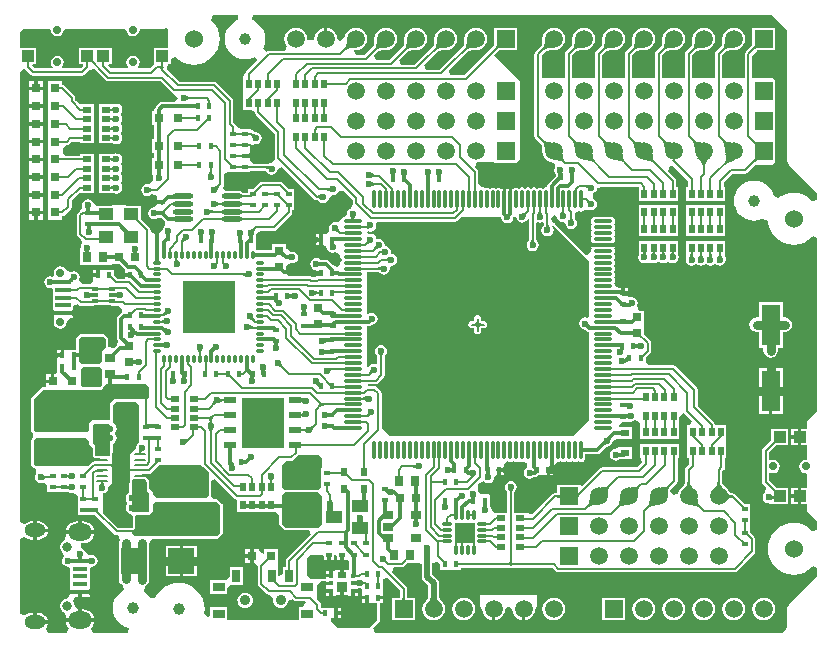
<source format=gtl>
G04*
G04 #@! TF.GenerationSoftware,Altium Limited,Altium Designer,18.0.12 (696)*
G04*
G04 Layer_Physical_Order=1*
G04 Layer_Color=7334*
%FSLAX44Y44*%
%MOMM*%
G71*
G01*
G75*
%ADD10C,0.5000*%
%ADD13C,0.2000*%
%ADD16C,0.3000*%
%ADD26R,1.5000X1.5000*%
%ADD28R,2.2000X2.2000*%
%ADD29R,0.4500X0.5000*%
%ADD30O,0.3000X1.6500*%
%ADD31O,1.6500X0.3000*%
G04:AMPARAMS|DCode=32|XSize=0.25mm|YSize=1mm|CornerRadius=0.0625mm|HoleSize=0mm|Usage=FLASHONLY|Rotation=90.000|XOffset=0mm|YOffset=0mm|HoleType=Round|Shape=RoundedRectangle|*
%AMROUNDEDRECTD32*
21,1,0.2500,0.8750,0,0,90.0*
21,1,0.1250,1.0000,0,0,90.0*
1,1,0.1250,0.4375,0.0625*
1,1,0.1250,0.4375,-0.0625*
1,1,0.1250,-0.4375,-0.0625*
1,1,0.1250,-0.4375,0.0625*
%
%ADD32ROUNDEDRECTD32*%
%ADD33R,1.0000X1.0000*%
%ADD34R,0.7000X1.1000*%
%ADD35R,1.0000X0.8000*%
%ADD36R,0.8000X0.5000*%
%ADD37R,1.3000X0.4500*%
%ADD38O,0.8000X0.2800*%
%ADD39R,0.8000X0.9000*%
%ADD40R,0.5000X0.4500*%
%ADD41R,3.6000X1.5000*%
%ADD42R,1.6000X3.5000*%
%ADD43R,0.9000X1.2500*%
G04:AMPARAMS|DCode=44|XSize=0.28mm|YSize=0.85mm|CornerRadius=0.098mm|HoleSize=0mm|Usage=FLASHONLY|Rotation=0.000|XOffset=0mm|YOffset=0mm|HoleType=Round|Shape=RoundedRectangle|*
%AMROUNDEDRECTD44*
21,1,0.2800,0.6540,0,0,0.0*
21,1,0.0840,0.8500,0,0,0.0*
1,1,0.1960,0.0420,-0.3270*
1,1,0.1960,-0.0420,-0.3270*
1,1,0.1960,-0.0420,0.3270*
1,1,0.1960,0.0420,0.3270*
%
%ADD44ROUNDEDRECTD44*%
G04:AMPARAMS|DCode=45|XSize=0.28mm|YSize=0.85mm|CornerRadius=0.098mm|HoleSize=0mm|Usage=FLASHONLY|Rotation=90.000|XOffset=0mm|YOffset=0mm|HoleType=Round|Shape=RoundedRectangle|*
%AMROUNDEDRECTD45*
21,1,0.2800,0.6540,0,0,90.0*
21,1,0.0840,0.8500,0,0,90.0*
1,1,0.1960,0.3270,0.0420*
1,1,0.1960,0.3270,-0.0420*
1,1,0.1960,-0.3270,-0.0420*
1,1,0.1960,-0.3270,0.0420*
%
%ADD45ROUNDEDRECTD45*%
%ADD46R,0.5000X0.8000*%
%ADD47R,1.0000X1.0000*%
%ADD48R,0.9500X0.9500*%
%ADD49R,0.8000X0.4800*%
%ADD50R,0.4250X0.4000*%
%ADD51R,0.6000X0.7000*%
%ADD52R,0.8000X0.8000*%
%ADD53R,0.8000X0.6500*%
%ADD54R,0.6500X0.8000*%
%ADD55R,0.7000X0.6000*%
%ADD56R,0.9000X0.6500*%
%ADD57R,1.3500X0.4000*%
%ADD58R,1.9000X1.9000*%
%ADD59R,0.9000X0.8000*%
%ADD60R,0.5000X0.3000*%
%ADD61R,1.2000X1.0000*%
%ADD62O,0.2800X0.8000*%
%ADD63O,1.8000X0.4500*%
%ADD64R,1.4000X1.0000*%
G04:AMPARAMS|DCode=65|XSize=0.45mm|YSize=1.05mm|CornerRadius=0.0675mm|HoleSize=0mm|Usage=FLASHONLY|Rotation=90.000|XOffset=0mm|YOffset=0mm|HoleType=Round|Shape=RoundedRectangle|*
%AMROUNDEDRECTD65*
21,1,0.4500,0.9150,0,0,90.0*
21,1,0.3150,1.0500,0,0,90.0*
1,1,0.1350,0.4575,0.1575*
1,1,0.1350,0.4575,-0.1575*
1,1,0.1350,-0.4575,-0.1575*
1,1,0.1350,-0.4575,0.1575*
%
%ADD65ROUNDEDRECTD65*%
%ADD119R,1.5000X2.5000*%
%ADD120C,1.0000*%
%ADD121R,1.7000X1.7000*%
%ADD122R,4.5000X4.5000*%
%ADD123R,3.6000X4.3000*%
%ADD124C,0.8000*%
%ADD125C,0.7500*%
%ADD126C,1.5000*%
%ADD127C,0.7000*%
%ADD128C,0.9000*%
%ADD129C,0.8000*%
%ADD130O,1.8000X1.1500*%
%ADD131O,2.0000X1.4500*%
%ADD132C,1.5240*%
%ADD133C,0.6000*%
G36*
X131000Y516000D02*
Y512760D01*
X130856Y512285D01*
X130434Y508000D01*
X130856Y503715D01*
X131000Y503240D01*
Y500500D01*
X119000D01*
Y486500D01*
X118225Y485551D01*
X115674Y483000D01*
X105329D01*
X104943Y484270D01*
X104965Y484285D01*
X106181Y486104D01*
X106608Y488250D01*
X106181Y490396D01*
X104965Y492215D01*
X103146Y493431D01*
X101000Y493858D01*
X98854Y493431D01*
X97035Y492215D01*
X95819Y490396D01*
X95392Y488250D01*
X95819Y486104D01*
X97035Y484285D01*
X97057Y484270D01*
X96671Y483000D01*
X82240D01*
X80010Y485230D01*
X80536Y486500D01*
X83000D01*
Y500500D01*
X69000D01*
Y500500D01*
X69000D01*
Y500500D01*
X55000D01*
Y486500D01*
X58852D01*
X58904Y485230D01*
X56733Y483059D01*
X41417D01*
X41046Y484065D01*
X40995Y484329D01*
X42181Y486104D01*
X42608Y488250D01*
X42181Y490396D01*
X40965Y492215D01*
X39146Y493431D01*
X37000Y493858D01*
X34854Y493431D01*
X33035Y492215D01*
X31819Y490396D01*
X31392Y488250D01*
X31819Y486104D01*
X33005Y484329D01*
X32954Y484065D01*
X32583Y483059D01*
X17941D01*
X15770Y485230D01*
X16296Y486500D01*
X19000D01*
Y500500D01*
X5373D01*
Y512000D01*
X5340Y512167D01*
X5664Y513796D01*
X6681Y515319D01*
X8204Y516336D01*
X9833Y516660D01*
X10000Y516627D01*
X30673D01*
X31392Y515750D01*
X31819Y513604D01*
X33035Y511785D01*
X34854Y510569D01*
X37000Y510142D01*
X39146Y510569D01*
X40965Y511785D01*
X42181Y513604D01*
X42608Y515750D01*
X43327Y516627D01*
X94673D01*
X95392Y515750D01*
X95819Y513604D01*
X97035Y511785D01*
X98854Y510569D01*
X101000Y510142D01*
X103146Y510569D01*
X104965Y511785D01*
X106181Y513604D01*
X106608Y515750D01*
X107327Y516627D01*
X127000D01*
X129056Y517036D01*
X129601Y517399D01*
X131000Y516000D01*
D02*
G37*
G36*
X630359Y500531D02*
X630203Y500644D01*
X630019Y500700D01*
X629807D01*
X629567Y500644D01*
X629298Y500531D01*
X629001Y500361D01*
X628676Y500135D01*
X628322Y499852D01*
X627531Y499116D01*
X626116Y500531D01*
X626512Y500941D01*
X627135Y501676D01*
X627361Y502001D01*
X627531Y502298D01*
X627644Y502567D01*
X627700Y502807D01*
Y503019D01*
X627644Y503203D01*
X627531Y503359D01*
X630359Y500531D01*
D02*
G37*
G36*
X411919D02*
X411763Y500644D01*
X411580Y500700D01*
X411367D01*
X411127Y500644D01*
X410858Y500531D01*
X410561Y500361D01*
X410236Y500135D01*
X409882Y499852D01*
X409090Y499116D01*
X407676Y500531D01*
X408072Y500941D01*
X408694Y501676D01*
X408921Y502001D01*
X409090Y502298D01*
X409204Y502567D01*
X409260Y502807D01*
Y503019D01*
X409204Y503203D01*
X409090Y503359D01*
X411919Y500531D01*
D02*
G37*
G36*
X609525Y500500D02*
X608377Y500495D01*
X606337Y500377D01*
X605444Y500266D01*
X604636Y500119D01*
X603913Y499937D01*
X603274Y499719D01*
X602721Y499466D01*
X602253Y499178D01*
X601869Y498855D01*
X600455Y500269D01*
X600778Y500653D01*
X601066Y501121D01*
X601319Y501674D01*
X601537Y502313D01*
X601719Y503036D01*
X601866Y503844D01*
X601977Y504737D01*
X602095Y506777D01*
X602100Y507925D01*
X609525Y500500D01*
D02*
G37*
G36*
X584125D02*
X582977Y500495D01*
X580937Y500377D01*
X580044Y500266D01*
X579236Y500119D01*
X578512Y499937D01*
X577874Y499719D01*
X577321Y499466D01*
X576853Y499178D01*
X576469Y498855D01*
X575055Y500269D01*
X575378Y500653D01*
X575666Y501121D01*
X575919Y501674D01*
X576137Y502313D01*
X576319Y503036D01*
X576466Y503844D01*
X576577Y504737D01*
X576695Y506777D01*
X576700Y507925D01*
X584125Y500500D01*
D02*
G37*
G36*
X558725D02*
X557577Y500495D01*
X555537Y500377D01*
X554644Y500266D01*
X553836Y500119D01*
X553112Y499937D01*
X552474Y499719D01*
X551921Y499466D01*
X551453Y499178D01*
X551069Y498855D01*
X549655Y500269D01*
X549978Y500653D01*
X550266Y501121D01*
X550519Y501674D01*
X550737Y502313D01*
X550919Y503036D01*
X551066Y503844D01*
X551177Y504737D01*
X551295Y506777D01*
X551300Y507925D01*
X558725Y500500D01*
D02*
G37*
G36*
X533325D02*
X532177Y500495D01*
X530137Y500377D01*
X529244Y500266D01*
X528436Y500119D01*
X527713Y499937D01*
X527074Y499719D01*
X526521Y499466D01*
X526053Y499178D01*
X525669Y498855D01*
X524255Y500269D01*
X524578Y500653D01*
X524866Y501121D01*
X525119Y501674D01*
X525337Y502313D01*
X525519Y503036D01*
X525666Y503844D01*
X525777Y504737D01*
X525895Y506777D01*
X525900Y507925D01*
X533325Y500500D01*
D02*
G37*
G36*
X507925D02*
X506777Y500495D01*
X504737Y500377D01*
X503844Y500266D01*
X503036Y500119D01*
X502313Y499937D01*
X501674Y499719D01*
X501121Y499466D01*
X500653Y499178D01*
X500269Y498855D01*
X498855Y500269D01*
X499178Y500653D01*
X499466Y501121D01*
X499719Y501674D01*
X499937Y502313D01*
X500119Y503036D01*
X500266Y503844D01*
X500377Y504737D01*
X500495Y506777D01*
X500500Y507925D01*
X507925Y500500D01*
D02*
G37*
G36*
X482525D02*
X481377Y500495D01*
X479337Y500377D01*
X478444Y500266D01*
X477636Y500119D01*
X476912Y499937D01*
X476274Y499719D01*
X475721Y499466D01*
X475253Y499178D01*
X474869Y498855D01*
X473455Y500269D01*
X473778Y500653D01*
X474066Y501121D01*
X474319Y501674D01*
X474537Y502313D01*
X474719Y503036D01*
X474866Y503844D01*
X474977Y504737D01*
X475095Y506777D01*
X475100Y507925D01*
X482525Y500500D01*
D02*
G37*
G36*
X457125D02*
X455977Y500495D01*
X453937Y500377D01*
X453044Y500266D01*
X452236Y500119D01*
X451512Y499937D01*
X450874Y499719D01*
X450321Y499466D01*
X449853Y499178D01*
X449469Y498855D01*
X448055Y500269D01*
X448378Y500653D01*
X448666Y501121D01*
X448919Y501674D01*
X449137Y502313D01*
X449319Y503036D01*
X449466Y503844D01*
X449577Y504737D01*
X449695Y506777D01*
X449700Y507925D01*
X457125Y500500D01*
D02*
G37*
G36*
X391085D02*
X389937Y500495D01*
X387897Y500377D01*
X387004Y500266D01*
X386196Y500119D01*
X385472Y499937D01*
X384834Y499719D01*
X384281Y499466D01*
X383813Y499178D01*
X383429Y498855D01*
X382015Y500269D01*
X382338Y500653D01*
X382626Y501121D01*
X382879Y501674D01*
X383097Y502313D01*
X383279Y503036D01*
X383426Y503844D01*
X383537Y504737D01*
X383655Y506777D01*
X383660Y507925D01*
X391085Y500500D01*
D02*
G37*
G36*
X365685D02*
X364537Y500495D01*
X362497Y500377D01*
X361604Y500266D01*
X360796Y500119D01*
X360073Y499937D01*
X359434Y499719D01*
X358881Y499466D01*
X358413Y499178D01*
X358029Y498855D01*
X356615Y500269D01*
X356938Y500653D01*
X357226Y501121D01*
X357479Y501674D01*
X357697Y502313D01*
X357879Y503036D01*
X358026Y503844D01*
X358137Y504737D01*
X358255Y506777D01*
X358260Y507925D01*
X365685Y500500D01*
D02*
G37*
G36*
X340285D02*
X339137Y500495D01*
X337097Y500377D01*
X336204Y500266D01*
X335396Y500119D01*
X334673Y499937D01*
X334034Y499719D01*
X333481Y499466D01*
X333013Y499178D01*
X332629Y498855D01*
X331215Y500269D01*
X331538Y500653D01*
X331826Y501121D01*
X332079Y501674D01*
X332297Y502313D01*
X332479Y503036D01*
X332626Y503844D01*
X332737Y504737D01*
X332855Y506777D01*
X332860Y507925D01*
X340285Y500500D01*
D02*
G37*
G36*
X314885D02*
X313737Y500495D01*
X311697Y500377D01*
X310804Y500266D01*
X309996Y500119D01*
X309272Y499937D01*
X308634Y499719D01*
X308081Y499466D01*
X307613Y499178D01*
X307229Y498855D01*
X305815Y500269D01*
X306138Y500653D01*
X306426Y501121D01*
X306679Y501674D01*
X306897Y502313D01*
X307079Y503036D01*
X307226Y503844D01*
X307337Y504737D01*
X307455Y506777D01*
X307460Y507925D01*
X314885Y500500D01*
D02*
G37*
G36*
X289485D02*
X288337Y500495D01*
X286297Y500377D01*
X285404Y500266D01*
X284596Y500119D01*
X283873Y499937D01*
X283234Y499719D01*
X282681Y499466D01*
X282213Y499178D01*
X281829Y498855D01*
X280415Y500269D01*
X280738Y500653D01*
X281026Y501121D01*
X281279Y501674D01*
X281497Y502313D01*
X281679Y503036D01*
X281826Y503844D01*
X281937Y504737D01*
X282055Y506777D01*
X282060Y507925D01*
X289485Y500500D01*
D02*
G37*
G36*
X641874Y528027D02*
X655027Y514874D01*
Y406400D01*
Y405000D01*
X655436Y402944D01*
X656600Y401200D01*
X680427Y377374D01*
Y371961D01*
X676427Y370530D01*
X675932Y371132D01*
X672604Y373864D01*
X668806Y375894D01*
X664685Y377144D01*
X660400Y377566D01*
X656115Y377144D01*
X651994Y375894D01*
X648196Y373864D01*
X647848Y373578D01*
X645877Y373941D01*
X643496Y375182D01*
X642782Y377537D01*
X641203Y380490D01*
X639079Y383079D01*
X636490Y385203D01*
X633537Y386782D01*
X630333Y387754D01*
X627000Y388082D01*
X623667Y387754D01*
X620463Y386782D01*
X617510Y385203D01*
X614921Y383079D01*
X612797Y380490D01*
X611218Y377537D01*
X610246Y374333D01*
X609918Y371000D01*
X610246Y367667D01*
X611218Y364463D01*
X612797Y361510D01*
X614921Y358921D01*
X617510Y356797D01*
X620463Y355218D01*
X623667Y354246D01*
X627000Y353918D01*
X630333Y354246D01*
X633537Y355218D01*
X634528Y355747D01*
X634752Y355739D01*
X638633Y353582D01*
X638856Y351315D01*
X640106Y347194D01*
X642136Y343396D01*
X644868Y340068D01*
X648196Y337336D01*
X651994Y335306D01*
X656115Y334056D01*
X660400Y333634D01*
X664685Y334056D01*
X668806Y335306D01*
X672604Y337336D01*
X675932Y340068D01*
X676427Y340670D01*
X680427Y339239D01*
Y193026D01*
X673201Y185800D01*
X672036Y184056D01*
X671627Y182000D01*
Y178000D01*
X667000D01*
Y171000D01*
Y164000D01*
X671627D01*
Y152327D01*
X670750Y151608D01*
X668604Y151181D01*
X666785Y149965D01*
X665569Y148146D01*
X665142Y146000D01*
X665569Y143854D01*
X666785Y142035D01*
X668604Y140819D01*
X670750Y140392D01*
X671627Y139673D01*
Y128000D01*
X667000D01*
Y121000D01*
Y114000D01*
X671627D01*
Y110000D01*
X672036Y107944D01*
X673201Y106201D01*
X680427Y98974D01*
Y92561D01*
X676427Y91130D01*
X675932Y91732D01*
X672604Y94464D01*
X668806Y96494D01*
X664685Y97744D01*
X660400Y98166D01*
X656115Y97744D01*
X651994Y96494D01*
X648196Y94464D01*
X644868Y91732D01*
X642136Y88404D01*
X640106Y84606D01*
X638856Y80485D01*
X638434Y76200D01*
X638856Y71915D01*
X640106Y67794D01*
X642136Y63996D01*
X644868Y60668D01*
X648196Y57936D01*
X651994Y55906D01*
X656115Y54656D01*
X660400Y54234D01*
X664685Y54656D01*
X668806Y55906D01*
X672604Y57936D01*
X675932Y60668D01*
X676427Y61270D01*
X680427Y59839D01*
Y53026D01*
X656200Y28800D01*
X655036Y27056D01*
X654627Y25000D01*
Y20000D01*
Y10000D01*
X654660Y9833D01*
X654336Y8204D01*
X653319Y6681D01*
X651796Y5664D01*
X650167Y5340D01*
X650000Y5373D01*
X305914D01*
X304257Y9373D01*
X309442Y14558D01*
X309884Y15220D01*
X310039Y16000D01*
X310039Y30500D01*
X313000D01*
Y33500D01*
X308750D01*
Y36500D01*
X313000D01*
Y39500D01*
X313000D01*
Y40500D01*
X313000D01*
Y49500D01*
X313000D01*
Y50500D01*
X316477Y51940D01*
X327141Y41276D01*
Y34900D01*
X320700D01*
Y15900D01*
X339700D01*
Y34900D01*
X333259D01*
Y42543D01*
X333259Y42543D01*
X333026Y43713D01*
X332363Y44706D01*
X332363Y44706D01*
X320627Y56441D01*
X322284Y60441D01*
X328500D01*
X328500Y60441D01*
X329670Y60674D01*
X330663Y61337D01*
X333826Y64500D01*
X342000D01*
Y64500D01*
X345412Y63080D01*
Y52750D01*
X345761Y50994D01*
X346756Y49506D01*
X351012Y45250D01*
Y36222D01*
X350976Y35927D01*
X350873Y35433D01*
X350731Y34953D01*
X350546Y34483D01*
X350318Y34021D01*
X350044Y33564D01*
X349722Y33111D01*
X349348Y32660D01*
X349053Y32351D01*
X348825Y32175D01*
X347302Y30191D01*
X346344Y27880D01*
X346018Y25400D01*
X346344Y22920D01*
X347302Y20609D01*
X348825Y18625D01*
X350809Y17102D01*
X353120Y16144D01*
X355600Y15818D01*
X358080Y16144D01*
X360391Y17102D01*
X362375Y18625D01*
X363898Y20609D01*
X364855Y22920D01*
X365182Y25400D01*
X364855Y27880D01*
X363898Y30191D01*
X362375Y32175D01*
X362146Y32351D01*
X361852Y32660D01*
X361478Y33110D01*
X361156Y33564D01*
X360882Y34021D01*
X360654Y34483D01*
X360470Y34953D01*
X360327Y35433D01*
X360224Y35927D01*
X360188Y36222D01*
Y47150D01*
X359839Y48906D01*
X358844Y50394D01*
X354588Y54651D01*
Y63854D01*
X358098Y65363D01*
X361000Y63022D01*
Y58500D01*
X369500D01*
Y58500D01*
X370500D01*
Y58500D01*
X379000D01*
Y59941D01*
X456240D01*
X458994Y57187D01*
X459987Y56524D01*
X461157Y56291D01*
X461157Y56291D01*
X610350D01*
X610350Y56291D01*
X611521Y56524D01*
X612513Y57187D01*
X627163Y71837D01*
X627163Y71837D01*
X627826Y72829D01*
X628059Y74000D01*
X628059Y74000D01*
Y84379D01*
X628059Y84379D01*
X627826Y85549D01*
X627163Y86542D01*
X627163Y86542D01*
X623645Y90060D01*
X623500Y94000D01*
Y96000D01*
X623500D01*
Y104500D01*
X623500D01*
Y105500D01*
X623500D01*
Y114000D01*
X619076D01*
X610263Y122813D01*
X609271Y123476D01*
X608245Y123680D01*
X608224Y123685D01*
X608215Y123686D01*
X608100Y123709D01*
X608100Y123709D01*
X607842D01*
X607807Y123711D01*
X607518Y123765D01*
X607222Y123858D01*
X606912Y123997D01*
X606583Y124189D01*
X606236Y124441D01*
X605870Y124759D01*
X605491Y125147D01*
X605100Y125608D01*
X604667Y126187D01*
X604557Y126286D01*
X604475Y126409D01*
X604435Y126435D01*
X603675Y127425D01*
X603421Y127621D01*
X602829Y128218D01*
X601550Y129653D01*
X601074Y130265D01*
X600678Y130838D01*
X600373Y131348D01*
X600158Y131787D01*
X600024Y132143D01*
X599961Y132408D01*
X599959Y132439D01*
Y141733D01*
X601263Y143037D01*
X601926Y144030D01*
X602159Y145200D01*
Y153000D01*
X603500D01*
Y165000D01*
X603500D01*
X603500Y169000D01*
X603500Y169000D01*
X603500D01*
Y181000D01*
X594139D01*
X593926Y182071D01*
X593263Y183063D01*
X593263Y183063D01*
X579059Y197267D01*
Y210900D01*
X579059Y210900D01*
X578826Y212071D01*
X578163Y213063D01*
X578163Y213063D01*
X560563Y230663D01*
X559571Y231326D01*
X558400Y231559D01*
X558400Y231559D01*
X538196D01*
X535000Y233500D01*
Y237924D01*
X538913Y241837D01*
X538913Y241837D01*
X539576Y242829D01*
X539809Y244000D01*
X539809Y244000D01*
Y250485D01*
X539576Y251656D01*
X538913Y252648D01*
X538913Y252648D01*
X534000Y257561D01*
Y264500D01*
X534000Y264500D01*
Y267500D01*
X534000D01*
X534000Y268500D01*
Y278000D01*
X529858D01*
X527863Y282000D01*
X527896Y282049D01*
X528284Y284000D01*
X527896Y285951D01*
X526791Y287605D01*
X525137Y288710D01*
X523186Y289098D01*
X521555Y291250D01*
X520608D01*
Y290150D01*
X520479Y290264D01*
X520329Y290366D01*
X520158Y290456D01*
X519964Y290534D01*
X519750Y290600D01*
X519513Y290654D01*
X519255Y290696D01*
X518976Y290726D01*
X518352Y290750D01*
Y291250D01*
X516000D01*
Y292750D01*
X514500D01*
Y297000D01*
X513099D01*
X510686Y297957D01*
X508985Y299958D01*
X508289Y301000D01*
X509047Y302134D01*
X509319Y303500D01*
X509047Y304866D01*
X508289Y306000D01*
X509047Y307134D01*
X509319Y308500D01*
X509047Y309866D01*
X508289Y311000D01*
X509047Y312134D01*
X509319Y313500D01*
X509047Y314866D01*
X508289Y316000D01*
X509047Y317134D01*
X509319Y318500D01*
X509047Y319866D01*
X508289Y321000D01*
X509047Y322134D01*
X509319Y323500D01*
X509047Y324866D01*
X508289Y326000D01*
X509047Y327134D01*
X509319Y328500D01*
X509047Y329866D01*
X508289Y331000D01*
X508957Y332000D01*
X506097D01*
X505750Y332069D01*
X499000D01*
X492250D01*
X491903Y332000D01*
X489043D01*
X489711Y331000D01*
X488953Y329866D01*
X488681Y328500D01*
X488832Y327741D01*
X486703Y325671D01*
X485617Y324964D01*
X484898Y324985D01*
X458610Y351273D01*
X458476Y351363D01*
X458366Y351482D01*
X458366D01*
X458148Y351582D01*
X457949Y351716D01*
X457790Y351747D01*
X457643Y351815D01*
X457404Y351824D01*
X457169Y351871D01*
X455948Y353669D01*
X455059Y355471D01*
Y356535D01*
X457332Y358677D01*
X457822Y358554D01*
X460004Y357490D01*
X460290Y356049D01*
X461395Y354395D01*
X463049Y353290D01*
X465000Y352902D01*
X466902Y352000D01*
X467290Y350049D01*
X468395Y348395D01*
X470049Y347290D01*
X472000Y346902D01*
X473951Y347290D01*
X475605Y348395D01*
X476710Y350049D01*
X477098Y352000D01*
X476710Y353951D01*
X475605Y355605D01*
X475390Y355748D01*
X475322Y355830D01*
X475247Y355935D01*
X475188Y356034D01*
X475142Y356129D01*
X475106Y356220D01*
X475078Y356312D01*
X475059Y356405D01*
Y357826D01*
X475377Y360610D01*
X478328Y361989D01*
X478942Y362081D01*
X479105Y361972D01*
X479134Y361953D01*
X479134Y361953D01*
X480500Y361681D01*
X481866Y361953D01*
X483023Y362727D01*
X487049Y363290D01*
X489000Y362902D01*
X490951Y363290D01*
X492605Y364395D01*
X493710Y366049D01*
X494098Y368000D01*
X493710Y369951D01*
X492605Y371605D01*
X490951Y372710D01*
X490823Y373186D01*
X490951Y377290D01*
X492605Y378395D01*
X493710Y380049D01*
X494254Y382038D01*
X497989Y382941D01*
X529500D01*
Y371000D01*
X562500D01*
Y383000D01*
X561059D01*
Y388000D01*
X561059Y388000D01*
X560826Y389170D01*
X560163Y390163D01*
X560163Y390163D01*
X554270Y396055D01*
X555828Y400142D01*
X558247Y400427D01*
X570941Y387733D01*
Y383000D01*
X569500D01*
Y371000D01*
X602500D01*
Y383000D01*
X601703D01*
X601326Y387000D01*
X608267Y393941D01*
X619250D01*
X619250Y393941D01*
X620420Y394174D01*
X621413Y394837D01*
X627576Y401000D01*
X642000D01*
X644250Y403250D01*
X644500D01*
Y403500D01*
X645000Y404000D01*
Y472550D01*
X642550Y475000D01*
X625059D01*
Y493733D01*
X629334Y498008D01*
X629655Y498306D01*
X629897Y498499D01*
X629897Y498500D01*
X630315D01*
X630359Y498491D01*
X630403Y498500D01*
X644500D01*
Y517500D01*
X625500D01*
Y503403D01*
X625491Y503359D01*
X625500Y503315D01*
Y502901D01*
X625085Y502411D01*
X619837Y497163D01*
X619174Y496171D01*
X618941Y495000D01*
X618941Y495000D01*
Y475000D01*
X599959D01*
Y494033D01*
X603427Y497501D01*
X603451Y497521D01*
X603683Y497664D01*
X604029Y497822D01*
X604491Y497980D01*
X605068Y498125D01*
X605753Y498249D01*
X606522Y498345D01*
X608441Y498456D01*
X609282Y498460D01*
X609600Y498418D01*
X612080Y498745D01*
X614391Y499702D01*
X616375Y501225D01*
X617898Y503209D01*
X618856Y505520D01*
X619182Y508000D01*
X618856Y510480D01*
X617898Y512791D01*
X616375Y514775D01*
X614391Y516298D01*
X612080Y517256D01*
X609600Y517582D01*
X607120Y517256D01*
X604809Y516298D01*
X602825Y514775D01*
X601302Y512791D01*
X600345Y510480D01*
X600018Y508000D01*
X600060Y507682D01*
X600056Y506841D01*
X599945Y504922D01*
X599849Y504153D01*
X599725Y503467D01*
X599580Y502891D01*
X599422Y502429D01*
X599264Y502082D01*
X599121Y501851D01*
X599101Y501827D01*
X594737Y497463D01*
X594074Y496470D01*
X593841Y495300D01*
X593841Y495300D01*
Y475000D01*
X574559D01*
Y494033D01*
X578027Y497501D01*
X578051Y497521D01*
X578283Y497664D01*
X578629Y497822D01*
X579091Y497980D01*
X579668Y498125D01*
X580353Y498249D01*
X581122Y498345D01*
X583041Y498456D01*
X583882Y498460D01*
X584200Y498418D01*
X586680Y498745D01*
X588991Y499702D01*
X590975Y501225D01*
X592498Y503209D01*
X593456Y505520D01*
X593782Y508000D01*
X593456Y510480D01*
X592498Y512791D01*
X590975Y514775D01*
X588991Y516298D01*
X586680Y517256D01*
X584200Y517582D01*
X581720Y517256D01*
X579409Y516298D01*
X577425Y514775D01*
X575902Y512791D01*
X574944Y510480D01*
X574618Y508000D01*
X574660Y507682D01*
X574656Y506841D01*
X574545Y504922D01*
X574449Y504153D01*
X574325Y503467D01*
X574179Y502891D01*
X574022Y502429D01*
X573864Y502082D01*
X573721Y501851D01*
X573701Y501827D01*
X569337Y497463D01*
X568674Y496470D01*
X568441Y495300D01*
X568441Y495300D01*
Y475000D01*
X549059D01*
Y493933D01*
X552627Y497501D01*
X552651Y497521D01*
X552882Y497664D01*
X553229Y497822D01*
X553691Y497980D01*
X554268Y498125D01*
X554953Y498249D01*
X555722Y498345D01*
X557641Y498456D01*
X558482Y498460D01*
X558800Y498418D01*
X561280Y498745D01*
X563591Y499702D01*
X565575Y501225D01*
X567098Y503209D01*
X568055Y505520D01*
X568382Y508000D01*
X568055Y510480D01*
X567098Y512791D01*
X565575Y514775D01*
X563591Y516298D01*
X561280Y517256D01*
X558800Y517582D01*
X556320Y517256D01*
X554009Y516298D01*
X552024Y514775D01*
X550502Y512791D01*
X549544Y510480D01*
X549218Y508000D01*
X549260Y507682D01*
X549256Y506841D01*
X549145Y504922D01*
X549049Y504153D01*
X548925Y503467D01*
X548779Y502891D01*
X548622Y502429D01*
X548464Y502082D01*
X548321Y501851D01*
X548301Y501827D01*
X543837Y497363D01*
X543174Y496371D01*
X542941Y495200D01*
X542941Y495200D01*
Y475000D01*
X523759D01*
Y494033D01*
X527227Y497501D01*
X527251Y497521D01*
X527482Y497664D01*
X527829Y497822D01*
X528291Y497980D01*
X528868Y498125D01*
X529553Y498249D01*
X530322Y498345D01*
X532241Y498456D01*
X533082Y498460D01*
X533400Y498418D01*
X535880Y498745D01*
X538191Y499702D01*
X540175Y501225D01*
X541698Y503209D01*
X542655Y505520D01*
X542982Y508000D01*
X542655Y510480D01*
X541698Y512791D01*
X540175Y514775D01*
X538191Y516298D01*
X535880Y517256D01*
X533400Y517582D01*
X530920Y517256D01*
X528609Y516298D01*
X526624Y514775D01*
X525102Y512791D01*
X524145Y510480D01*
X523818Y508000D01*
X523860Y507682D01*
X523856Y506841D01*
X523745Y504922D01*
X523649Y504153D01*
X523525Y503467D01*
X523380Y502891D01*
X523222Y502429D01*
X523064Y502082D01*
X522921Y501851D01*
X522901Y501827D01*
X518537Y497463D01*
X517874Y496470D01*
X517641Y495300D01*
X517641Y495300D01*
Y475000D01*
X498359D01*
Y494033D01*
X501827Y497501D01*
X501851Y497521D01*
X502082Y497664D01*
X502429Y497822D01*
X502891Y497980D01*
X503468Y498125D01*
X504153Y498249D01*
X504922Y498345D01*
X506841Y498456D01*
X507682Y498460D01*
X508000Y498418D01*
X510480Y498745D01*
X512791Y499702D01*
X514775Y501225D01*
X516298Y503209D01*
X517256Y505520D01*
X517582Y508000D01*
X517256Y510480D01*
X516298Y512791D01*
X514775Y514775D01*
X512791Y516298D01*
X510480Y517256D01*
X508000Y517582D01*
X505520Y517256D01*
X503209Y516298D01*
X501225Y514775D01*
X499702Y512791D01*
X498745Y510480D01*
X498418Y508000D01*
X498460Y507682D01*
X498456Y506841D01*
X498345Y504922D01*
X498249Y504153D01*
X498125Y503467D01*
X497980Y502891D01*
X497822Y502429D01*
X497664Y502082D01*
X497521Y501851D01*
X497501Y501827D01*
X493137Y497463D01*
X492474Y496470D01*
X492241Y495300D01*
X492241Y495300D01*
Y475000D01*
X472959D01*
Y494033D01*
X476427Y497501D01*
X476451Y497521D01*
X476683Y497664D01*
X477029Y497822D01*
X477491Y497980D01*
X478068Y498125D01*
X478753Y498249D01*
X479522Y498345D01*
X481441Y498456D01*
X482282Y498460D01*
X482600Y498418D01*
X485080Y498745D01*
X487391Y499702D01*
X489375Y501225D01*
X490898Y503209D01*
X491856Y505520D01*
X492182Y508000D01*
X491856Y510480D01*
X490898Y512791D01*
X489375Y514775D01*
X487391Y516298D01*
X485080Y517256D01*
X482600Y517582D01*
X480120Y517256D01*
X477809Y516298D01*
X475825Y514775D01*
X474302Y512791D01*
X473344Y510480D01*
X473018Y508000D01*
X473060Y507682D01*
X473056Y506841D01*
X472945Y504922D01*
X472849Y504153D01*
X472725Y503467D01*
X472579Y502891D01*
X472422Y502429D01*
X472264Y502082D01*
X472121Y501851D01*
X472101Y501827D01*
X467737Y497463D01*
X467074Y496470D01*
X466841Y495300D01*
X466841Y495300D01*
Y475000D01*
X447059D01*
Y493533D01*
X451027Y497501D01*
X451051Y497521D01*
X451283Y497664D01*
X451629Y497822D01*
X452091Y497980D01*
X452668Y498125D01*
X453353Y498249D01*
X454122Y498345D01*
X456041Y498456D01*
X456882Y498460D01*
X457200Y498418D01*
X459680Y498745D01*
X461991Y499702D01*
X463975Y501225D01*
X465498Y503209D01*
X466455Y505520D01*
X466782Y508000D01*
X466455Y510480D01*
X465498Y512791D01*
X463975Y514775D01*
X461991Y516298D01*
X459680Y517256D01*
X457200Y517582D01*
X454720Y517256D01*
X452409Y516298D01*
X450424Y514775D01*
X448902Y512791D01*
X447944Y510480D01*
X447618Y508000D01*
X447660Y507682D01*
X447656Y506841D01*
X447545Y504922D01*
X447449Y504153D01*
X447325Y503467D01*
X447179Y502891D01*
X447022Y502429D01*
X446864Y502082D01*
X446721Y501851D01*
X446701Y501827D01*
X441837Y496963D01*
X441174Y495970D01*
X440941Y494800D01*
X440941Y494800D01*
Y425950D01*
X440941Y425950D01*
X441174Y424780D01*
X441837Y423787D01*
X446701Y418923D01*
X446721Y418899D01*
X446864Y418667D01*
X447022Y418321D01*
X447179Y417859D01*
X447325Y417282D01*
X447449Y416597D01*
X447545Y415828D01*
X447656Y413909D01*
X447660Y413068D01*
X447618Y412750D01*
X447944Y410270D01*
X448902Y407959D01*
X450424Y405975D01*
X452409Y404452D01*
X454720Y403494D01*
X456860Y403213D01*
X457258Y402764D01*
X458090Y401405D01*
X458568Y399897D01*
X458613Y399184D01*
X458290Y398701D01*
X457902Y396750D01*
X458290Y394799D01*
X459000Y393737D01*
Y392047D01*
X452977Y386023D01*
X452203Y384866D01*
X452203Y384865D01*
X451931Y383500D01*
X450500Y382319D01*
X449134Y382047D01*
X448000Y381289D01*
X446866Y382047D01*
X445500Y382319D01*
X444134Y382047D01*
X443000Y381289D01*
X441866Y382047D01*
X440500Y382319D01*
X439134Y382047D01*
X438000Y381289D01*
X436866Y382047D01*
X435500Y382319D01*
X434134Y382047D01*
X433000Y381289D01*
X431866Y382047D01*
X430500Y382319D01*
X429134Y382047D01*
X428000Y381289D01*
X426866Y382047D01*
X425500Y382319D01*
X424134Y382047D01*
X423000Y381289D01*
X422000Y381957D01*
Y379097D01*
X421931Y378750D01*
Y372000D01*
X419000D01*
Y381957D01*
X418000Y381289D01*
X417000Y381957D01*
Y372000D01*
X414069D01*
Y378750D01*
X414000Y379097D01*
Y381957D01*
X413000Y381289D01*
X411866Y382047D01*
X410500Y382319D01*
X409134Y382047D01*
X408000Y381289D01*
X406866Y382047D01*
X405500Y382319D01*
X404134Y382047D01*
X403000Y381289D01*
X401866Y382047D01*
X400500Y382319D01*
X399134Y382047D01*
X394947Y383371D01*
X393559Y386011D01*
Y395500D01*
X393559Y395500D01*
X393326Y396671D01*
X392663Y397663D01*
X391021Y399305D01*
X391034Y399674D01*
X392622Y403360D01*
X407060D01*
Y403250D01*
X426060D01*
X429000Y406190D01*
Y472000D01*
X406943Y494057D01*
X410893Y498008D01*
X411215Y498306D01*
X411456Y498499D01*
X411457Y498500D01*
X411875D01*
X411919Y498491D01*
X411963Y498500D01*
X426060D01*
Y517500D01*
X407060D01*
Y503403D01*
X407051Y503359D01*
X407060Y503315D01*
Y502901D01*
X406645Y502411D01*
X381343Y477109D01*
X369821D01*
X368290Y480804D01*
X384987Y497501D01*
X385011Y497521D01*
X385243Y497664D01*
X385589Y497822D01*
X386051Y497980D01*
X386628Y498125D01*
X387313Y498249D01*
X388082Y498345D01*
X390001Y498456D01*
X390842Y498460D01*
X391160Y498418D01*
X393640Y498745D01*
X395951Y499702D01*
X397935Y501225D01*
X399458Y503209D01*
X400415Y505520D01*
X400742Y508000D01*
X400415Y510480D01*
X399458Y512791D01*
X397935Y514775D01*
X395951Y516298D01*
X393640Y517256D01*
X391160Y517582D01*
X388680Y517256D01*
X386369Y516298D01*
X384384Y514775D01*
X382862Y512791D01*
X381904Y510480D01*
X381578Y508000D01*
X381620Y507682D01*
X381616Y506841D01*
X381505Y504922D01*
X381409Y504153D01*
X381285Y503467D01*
X381139Y502891D01*
X380982Y502429D01*
X380824Y502082D01*
X380681Y501851D01*
X380661Y501827D01*
X360893Y482059D01*
X349371D01*
X347840Y485754D01*
X359587Y497501D01*
X359611Y497521D01*
X359842Y497664D01*
X360189Y497822D01*
X360651Y497980D01*
X361228Y498125D01*
X361913Y498249D01*
X362682Y498345D01*
X364601Y498456D01*
X365442Y498460D01*
X365760Y498418D01*
X368240Y498745D01*
X370551Y499702D01*
X372536Y501225D01*
X374058Y503209D01*
X375015Y505520D01*
X375342Y508000D01*
X375015Y510480D01*
X374058Y512791D01*
X372536Y514775D01*
X370551Y516298D01*
X368240Y517256D01*
X365760Y517582D01*
X363280Y517256D01*
X360969Y516298D01*
X358984Y514775D01*
X357462Y512791D01*
X356505Y510480D01*
X356178Y508000D01*
X356220Y507682D01*
X356216Y506841D01*
X356105Y504922D01*
X356009Y504153D01*
X355885Y503467D01*
X355740Y502891D01*
X355582Y502429D01*
X355424Y502082D01*
X355281Y501851D01*
X355261Y501827D01*
X339493Y486059D01*
X327971D01*
X326440Y489754D01*
X334187Y497501D01*
X334211Y497521D01*
X334442Y497664D01*
X334789Y497822D01*
X335251Y497980D01*
X335828Y498125D01*
X336513Y498249D01*
X337282Y498345D01*
X339201Y498456D01*
X340042Y498460D01*
X340360Y498418D01*
X342840Y498745D01*
X345151Y499702D01*
X347136Y501225D01*
X348658Y503209D01*
X349616Y505520D01*
X349942Y508000D01*
X349616Y510480D01*
X348658Y512791D01*
X347136Y514775D01*
X345151Y516298D01*
X342840Y517256D01*
X340360Y517582D01*
X337880Y517256D01*
X335569Y516298D01*
X333585Y514775D01*
X332062Y512791D01*
X331105Y510480D01*
X330778Y508000D01*
X330820Y507682D01*
X330816Y506841D01*
X330705Y504922D01*
X330609Y504153D01*
X330485Y503467D01*
X330340Y502891D01*
X330182Y502429D01*
X330024Y502082D01*
X329881Y501851D01*
X329861Y501827D01*
X318093Y490059D01*
X306571D01*
X305040Y493754D01*
X308787Y497501D01*
X308811Y497521D01*
X309042Y497664D01*
X309389Y497822D01*
X309851Y497980D01*
X310428Y498125D01*
X311113Y498249D01*
X311882Y498345D01*
X313801Y498456D01*
X314642Y498460D01*
X314960Y498418D01*
X317440Y498745D01*
X319751Y499702D01*
X321735Y501225D01*
X323258Y503209D01*
X324216Y505520D01*
X324542Y508000D01*
X324216Y510480D01*
X323258Y512791D01*
X321735Y514775D01*
X319751Y516298D01*
X317440Y517256D01*
X314960Y517582D01*
X312480Y517256D01*
X310169Y516298D01*
X308185Y514775D01*
X306662Y512791D01*
X305704Y510480D01*
X305378Y508000D01*
X305420Y507682D01*
X305416Y506841D01*
X305305Y504922D01*
X305209Y504153D01*
X305085Y503467D01*
X304939Y502891D01*
X304782Y502429D01*
X304624Y502082D01*
X304481Y501851D01*
X304461Y501827D01*
X296693Y494059D01*
X289806D01*
X288039Y498059D01*
X288401Y498456D01*
X289242Y498460D01*
X289560Y498418D01*
X292040Y498745D01*
X294351Y499702D01*
X296336Y501225D01*
X297858Y503209D01*
X298815Y505520D01*
X299142Y508000D01*
X298815Y510480D01*
X297858Y512791D01*
X296336Y514775D01*
X294351Y516298D01*
X292040Y517256D01*
X289560Y517582D01*
X287080Y517256D01*
X284769Y516298D01*
X282785Y514775D01*
X281262Y512791D01*
X280305Y510480D01*
X280038Y508459D01*
X276543Y506541D01*
X273722Y508155D01*
X273416Y510480D01*
X272458Y512791D01*
X270935Y514775D01*
X268951Y516298D01*
X266640Y517256D01*
X265660Y517384D01*
Y508000D01*
X262660D01*
Y517384D01*
X261680Y517256D01*
X259369Y516298D01*
X257384Y514775D01*
X255862Y512791D01*
X254904Y510480D01*
X254578Y508000D01*
X253671Y506965D01*
X249249D01*
X248342Y508000D01*
X248015Y510480D01*
X247058Y512791D01*
X245535Y514775D01*
X243551Y516298D01*
X241240Y517256D01*
X238760Y517582D01*
X236280Y517256D01*
X233969Y516298D01*
X231985Y514775D01*
X230462Y512791D01*
X229505Y510480D01*
X229178Y508000D01*
X229505Y505520D01*
X230462Y503209D01*
X231344Y502059D01*
X230448Y499231D01*
X229545Y498059D01*
X216000D01*
X216000Y498059D01*
X214830Y497826D01*
X213837Y497163D01*
X210980Y499963D01*
X211782Y501463D01*
X212754Y504667D01*
X213082Y508000D01*
X212754Y511333D01*
X211782Y514537D01*
X210203Y517490D01*
X208079Y520079D01*
X205490Y522203D01*
X202537Y523782D01*
X201730Y524027D01*
X202323Y528027D01*
X641874Y528027D01*
D02*
G37*
G36*
X189677Y528027D02*
X190270Y524027D01*
X189463Y523782D01*
X186510Y522203D01*
X183921Y520079D01*
X181797Y517490D01*
X180218Y514537D01*
X179246Y511333D01*
X178918Y508000D01*
X179246Y504667D01*
X180218Y501463D01*
X181797Y498510D01*
X183921Y495921D01*
X186510Y493797D01*
X189463Y492218D01*
X192667Y491246D01*
X196000Y490918D01*
X199333Y491246D01*
X202537Y492218D01*
X204037Y493020D01*
X206446Y489772D01*
X196837Y480163D01*
X196258Y479297D01*
X196245Y479277D01*
X196245Y479277D01*
X196174Y479171D01*
X194500Y476000D01*
X194500Y476000D01*
Y464000D01*
X194500D01*
X194500Y460000D01*
X194500Y460000D01*
X194500D01*
Y448000D01*
X200833D01*
X203941Y446000D01*
X204174Y444829D01*
X204837Y443837D01*
X220942Y427732D01*
Y407000D01*
X220942Y406999D01*
X221006Y406678D01*
X218735Y403338D01*
X218500Y403098D01*
X216549Y402710D01*
X216362Y402585D01*
X216015Y402475D01*
X215854Y402433D01*
X215430Y402347D01*
X215282Y402326D01*
X215069Y402309D01*
X203592D01*
X200500Y404500D01*
X200500Y407250D01*
X196000D01*
Y410250D01*
X200500D01*
Y410954D01*
X200020Y411434D01*
X200209Y411639D01*
X200378Y411854D01*
X200500Y412040D01*
Y413000D01*
Y415960D01*
X200378Y416146D01*
X200209Y416361D01*
X200020Y416566D01*
X201434Y417980D01*
X201639Y417791D01*
X201854Y417622D01*
X202046Y417496D01*
X204500Y419002D01*
X205000Y418902D01*
X206951Y419290D01*
X208605Y420395D01*
X209710Y422049D01*
X210098Y424000D01*
X209710Y425951D01*
X208605Y427605D01*
X206951Y428710D01*
X205000Y429098D01*
X204747Y429048D01*
X204641Y429057D01*
X204513Y429079D01*
X204402Y429107D01*
X204302Y429141D01*
X204212Y429180D01*
X204127Y429226D01*
X204048Y429278D01*
X203570Y429756D01*
X203413Y429913D01*
X200500Y432000D01*
X200500Y432000D01*
X192540D01*
X190864Y432539D01*
X188540Y434511D01*
X187986Y435340D01*
X187986Y435340D01*
X186059Y437267D01*
Y455657D01*
X185826Y456827D01*
X185163Y457820D01*
X185163Y457820D01*
X172077Y470905D01*
X171085Y471568D01*
X169914Y471801D01*
X169914Y471801D01*
X140524D01*
X129826Y482500D01*
X130911Y486500D01*
X133000D01*
Y490875D01*
X136434Y492289D01*
X137000Y492359D01*
X140196Y489736D01*
X143994Y487706D01*
X148115Y486456D01*
X152400Y486034D01*
X156685Y486456D01*
X160806Y487706D01*
X164604Y489736D01*
X167932Y492468D01*
X170664Y495796D01*
X172694Y499594D01*
X173944Y503715D01*
X174366Y508000D01*
X173944Y512285D01*
X172694Y516406D01*
X170664Y520204D01*
X167932Y523532D01*
X167330Y524027D01*
X168761Y528027D01*
X189677D01*
D02*
G37*
G36*
X127000Y484000D02*
X125000Y482000D01*
X124980Y482190D01*
X124920Y482360D01*
X124820Y482510D01*
X124680Y482640D01*
X124500Y482750D01*
X124280Y482840D01*
X124020Y482910D01*
X123720Y482960D01*
X123380Y482990D01*
X123000Y483000D01*
Y485000D01*
X123380Y485020D01*
X123720Y485080D01*
X124020Y485180D01*
X124280Y485320D01*
X124500Y485500D01*
X124680Y485720D01*
X124820Y485980D01*
X124920Y486280D01*
X124980Y486620D01*
X125000Y487000D01*
X127000Y484000D01*
D02*
G37*
G36*
X146361Y459891D02*
X146587Y459704D01*
X146819Y459539D01*
X147058Y459396D01*
X147303Y459275D01*
X147555Y459176D01*
X147813Y459099D01*
X148078Y459044D01*
X148350Y459011D01*
X148628Y459000D01*
Y457000D01*
X148350Y456989D01*
X148078Y456956D01*
X147813Y456901D01*
X147555Y456824D01*
X147303Y456725D01*
X147058Y456604D01*
X146819Y456461D01*
X146587Y456296D01*
X146361Y456109D01*
X146142Y455900D01*
Y460100D01*
X146361Y459891D01*
D02*
G37*
G36*
X202639Y427791D02*
X202854Y427622D01*
X203081Y427474D01*
X203318Y427345D01*
X203566Y427237D01*
X203825Y427149D01*
X204095Y427082D01*
X204376Y427034D01*
X204667Y427007D01*
X204970Y427000D01*
X202000Y424030D01*
X201993Y424333D01*
X201966Y424624D01*
X201918Y424905D01*
X201851Y425175D01*
X201763Y425434D01*
X201655Y425682D01*
X201526Y425919D01*
X201378Y426146D01*
X201209Y426361D01*
X201020Y426566D01*
X202434Y427980D01*
X202639Y427791D01*
D02*
G37*
G36*
X627943Y421235D02*
X628682Y420606D01*
X629009Y420377D01*
X629306Y420204D01*
X629574Y420088D01*
X629814Y420028D01*
X630024Y420025D01*
X630206Y420079D01*
X630359Y420189D01*
X627561Y417391D01*
X627671Y417544D01*
X627725Y417726D01*
X627721Y417936D01*
X627662Y418176D01*
X627546Y418444D01*
X627373Y418741D01*
X627144Y419068D01*
X626858Y419423D01*
X626116Y420219D01*
X627531Y421634D01*
X627943Y421235D01*
D02*
G37*
G36*
X602253Y421572D02*
X602721Y421284D01*
X603274Y421031D01*
X603913Y420813D01*
X604636Y420631D01*
X605444Y420484D01*
X606337Y420373D01*
X608377Y420255D01*
X609525Y420250D01*
X602100Y412825D01*
X602095Y413973D01*
X601977Y416013D01*
X601866Y416906D01*
X601719Y417714D01*
X601537Y418438D01*
X601319Y419076D01*
X601066Y419629D01*
X600778Y420097D01*
X600455Y420481D01*
X601869Y421895D01*
X602253Y421572D01*
D02*
G37*
G36*
X576853D02*
X577321Y421284D01*
X577874Y421031D01*
X578512Y420813D01*
X579236Y420631D01*
X580044Y420484D01*
X580937Y420373D01*
X582977Y420255D01*
X584125Y420250D01*
X576700Y412825D01*
X576695Y413973D01*
X576577Y416013D01*
X576466Y416906D01*
X576319Y417714D01*
X576137Y418438D01*
X575919Y419076D01*
X575666Y419629D01*
X575378Y420097D01*
X575055Y420481D01*
X576469Y421895D01*
X576853Y421572D01*
D02*
G37*
G36*
X551453D02*
X551921Y421284D01*
X552474Y421031D01*
X553112Y420813D01*
X553836Y420631D01*
X554644Y420484D01*
X555537Y420373D01*
X557577Y420255D01*
X558725Y420250D01*
X551300Y412825D01*
X551295Y413973D01*
X551177Y416013D01*
X551066Y416906D01*
X550919Y417714D01*
X550737Y418438D01*
X550519Y419076D01*
X550266Y419629D01*
X549978Y420097D01*
X549655Y420481D01*
X551069Y421895D01*
X551453Y421572D01*
D02*
G37*
G36*
X500653D02*
X501121Y421284D01*
X501674Y421031D01*
X502313Y420813D01*
X503036Y420631D01*
X503844Y420484D01*
X504737Y420373D01*
X506777Y420255D01*
X507925Y420250D01*
X500500Y412825D01*
X500495Y413973D01*
X500377Y416013D01*
X500266Y416906D01*
X500119Y417714D01*
X499937Y418438D01*
X499719Y419076D01*
X499466Y419629D01*
X499178Y420097D01*
X498855Y420481D01*
X500269Y421895D01*
X500653Y421572D01*
D02*
G37*
G36*
X475253D02*
X475721Y421284D01*
X476274Y421031D01*
X476912Y420813D01*
X477636Y420631D01*
X478444Y420484D01*
X479337Y420373D01*
X481377Y420255D01*
X482525Y420250D01*
X475100Y412825D01*
X475095Y413973D01*
X474977Y416013D01*
X474866Y416906D01*
X474719Y417714D01*
X474537Y418438D01*
X474319Y419076D01*
X474066Y419629D01*
X473778Y420097D01*
X473455Y420481D01*
X474869Y421895D01*
X475253Y421572D01*
D02*
G37*
G36*
X449853D02*
X450321Y421284D01*
X450874Y421031D01*
X451512Y420813D01*
X452236Y420631D01*
X453044Y420484D01*
X453937Y420373D01*
X455977Y420255D01*
X457125Y420250D01*
X449700Y412825D01*
X449695Y413973D01*
X449577Y416013D01*
X449466Y416906D01*
X449319Y417714D01*
X449137Y418438D01*
X448919Y419076D01*
X448666Y419629D01*
X448378Y420097D01*
X448055Y420481D01*
X449469Y421895D01*
X449853Y421572D01*
D02*
G37*
G36*
X525971Y421503D02*
X526442Y421214D01*
X526996Y420963D01*
X527634Y420749D01*
X528355Y420572D01*
X529161Y420432D01*
X530050Y420330D01*
X532079Y420238D01*
X533219Y420248D01*
X533295Y412645D01*
X525900Y412719D01*
X525878Y413874D01*
X525736Y415926D01*
X525615Y416823D01*
X525460Y417634D01*
X525273Y418358D01*
X525052Y418997D01*
X524798Y419549D01*
X524511Y420015D01*
X524191Y420395D01*
X525585Y421830D01*
X525971Y421503D01*
D02*
G37*
G36*
X630359Y405280D02*
X630203Y405394D01*
X630019Y405450D01*
X629807D01*
X629567Y405394D01*
X629298Y405280D01*
X629001Y405111D01*
X628676Y404884D01*
X628322Y404602D01*
X627531Y403866D01*
X626116Y405280D01*
X626512Y405691D01*
X627135Y406426D01*
X627361Y406751D01*
X627531Y407048D01*
X627644Y407317D01*
X627700Y407557D01*
Y407770D01*
X627644Y407953D01*
X627531Y408109D01*
X630359Y405280D01*
D02*
G37*
G36*
X559982Y405332D02*
X559944Y405293D01*
X559910Y405232D01*
X559881Y405149D01*
X559856Y405044D01*
X559836Y404919D01*
X559820Y404771D01*
X559802Y404412D01*
X559800Y404200D01*
X557800D01*
X557798Y404412D01*
X557764Y404919D01*
X557744Y405044D01*
X557719Y405149D01*
X557690Y405232D01*
X557656Y405293D01*
X557618Y405332D01*
X557575Y405351D01*
X560025D01*
X559982Y405332D01*
D02*
G37*
G36*
X515505Y411527D02*
X515623Y409487D01*
X515734Y408594D01*
X515881Y407786D01*
X516063Y407062D01*
X516281Y406424D01*
X516534Y405871D01*
X516822Y405403D01*
X517145Y405019D01*
X515731Y403605D01*
X515347Y403928D01*
X514879Y404216D01*
X514326Y404469D01*
X513688Y404687D01*
X512964Y404869D01*
X512156Y405016D01*
X511263Y405127D01*
X509223Y405245D01*
X508075Y405250D01*
X515500Y412675D01*
X515505Y411527D01*
D02*
G37*
G36*
X490105D02*
X490223Y409487D01*
X490334Y408594D01*
X490481Y407786D01*
X490663Y407062D01*
X490881Y406424D01*
X491134Y405871D01*
X491422Y405403D01*
X491745Y405019D01*
X490331Y403605D01*
X489947Y403928D01*
X489479Y404216D01*
X488926Y404469D01*
X488288Y404687D01*
X487564Y404869D01*
X486756Y405016D01*
X485863Y405127D01*
X483823Y405245D01*
X482675Y405250D01*
X490100Y412675D01*
X490105Y411527D01*
D02*
G37*
G36*
X464705D02*
X464823Y409487D01*
X464934Y408594D01*
X465081Y407786D01*
X465263Y407062D01*
X465481Y406424D01*
X465734Y405871D01*
X466022Y405403D01*
X466345Y405019D01*
X464931Y403605D01*
X464547Y403928D01*
X464079Y404216D01*
X463526Y404469D01*
X462887Y404687D01*
X462164Y404869D01*
X461356Y405016D01*
X460463Y405127D01*
X458423Y405245D01*
X457275Y405250D01*
X464700Y412675D01*
X464705Y411527D01*
D02*
G37*
G36*
X540898Y412569D02*
X540888Y411429D01*
X540980Y409400D01*
X541082Y408511D01*
X541222Y407705D01*
X541399Y406984D01*
X541613Y406346D01*
X541865Y405792D01*
X542153Y405321D01*
X542480Y404935D01*
X541045Y403541D01*
X540665Y403861D01*
X540199Y404148D01*
X539647Y404402D01*
X539008Y404623D01*
X538284Y404810D01*
X537473Y404965D01*
X536576Y405086D01*
X534524Y405229D01*
X533369Y405250D01*
X533295Y412645D01*
X540898Y412569D01*
D02*
G37*
G36*
X611756Y405566D02*
X610449Y405167D01*
X604553Y402948D01*
X604175Y402713D01*
X603913Y402499D01*
X602054Y403468D01*
X602420Y403900D01*
X602713Y404390D01*
X602934Y404940D01*
X603083Y405550D01*
X603160Y406218D01*
X603165Y406946D01*
X603097Y407733D01*
X602957Y408580D01*
X602745Y409486D01*
X602461Y410451D01*
X611756Y405566D01*
D02*
G37*
G36*
X588643Y406578D02*
X587282Y405052D01*
X586730Y404342D01*
X586263Y403667D01*
X585880Y403027D01*
X585583Y402422D01*
X585370Y401852D01*
X585243Y401317D01*
X585200Y400817D01*
X583200D01*
X583158Y401317D01*
X583030Y401852D01*
X582817Y402422D01*
X582520Y403027D01*
X582137Y403667D01*
X581670Y404342D01*
X581118Y405052D01*
X579757Y406578D01*
X578950Y407394D01*
X589450D01*
X588643Y406578D01*
D02*
G37*
G36*
X215677Y396984D02*
X215576Y397224D01*
X215453Y397439D01*
X215309Y397630D01*
X215144Y397794D01*
X214958Y397933D01*
X214750Y398047D01*
X214522Y398136D01*
X214273Y398199D01*
X214002Y398237D01*
X213710Y398250D01*
X214716Y400250D01*
X214979Y400255D01*
X215508Y400299D01*
X215775Y400336D01*
X216312Y400445D01*
X216582Y400515D01*
X217126Y400688D01*
X217400Y400791D01*
X215677Y396984D01*
D02*
G37*
G36*
X167762Y395423D02*
X167797Y395151D01*
X167855Y394889D01*
X167936Y394635D01*
X168041Y394391D01*
X168169Y394156D01*
X168320Y393931D01*
X168495Y393714D01*
X168693Y393508D01*
X168914Y393310D01*
X164729Y392960D01*
X164923Y393199D01*
X165096Y393441D01*
X165250Y393688D01*
X165382Y393939D01*
X165495Y394193D01*
X165587Y394452D01*
X165658Y394715D01*
X165709Y394982D01*
X165740Y395252D01*
X165750Y395527D01*
X167750Y395705D01*
X167762Y395423D01*
D02*
G37*
G36*
X254487Y372187D02*
X255479Y371524D01*
X256650Y371291D01*
X256650Y371291D01*
X257475D01*
X257541Y371276D01*
X257604Y371255D01*
X257662Y371230D01*
X257720Y371197D01*
X257782Y371153D01*
X257852Y371095D01*
X257929Y371016D01*
X258064Y370855D01*
X258116Y370813D01*
X258395Y370395D01*
X260049Y369290D01*
X262000Y368902D01*
X263951Y369290D01*
X265605Y370395D01*
X266710Y372049D01*
X266789Y372446D01*
X267596Y374236D01*
X270299Y375516D01*
X272250Y375904D01*
X273904Y377009D01*
X274747Y378270D01*
X275618Y378774D01*
X279241Y379433D01*
X286941Y371733D01*
Y368729D01*
X286941Y368729D01*
X287015Y368359D01*
X287015Y368335D01*
X285222Y364506D01*
X285060Y364252D01*
X284864Y364088D01*
X283370Y363090D01*
X282265Y361436D01*
X281877Y359485D01*
X280271Y357099D01*
X278884Y356797D01*
X277756Y356043D01*
X277727Y356023D01*
Y356023D01*
X277253Y355314D01*
X274564Y353194D01*
X272802Y352938D01*
X272000Y353098D01*
X270049Y352710D01*
X268395Y351605D01*
X267290Y349951D01*
X266902Y348000D01*
X267200Y346500D01*
X266882Y345241D01*
X265500Y342500D01*
X261750Y342500D01*
Y338000D01*
Y333251D01*
X264276Y332248D01*
X265289Y330048D01*
X265405Y329875D01*
X266395Y328395D01*
X268049Y327289D01*
X270000Y326901D01*
X271950Y327289D01*
X275659Y325497D01*
X276742Y323804D01*
X276681Y323500D01*
X276953Y322134D01*
X277711Y321000D01*
X276953Y319866D01*
X276681Y318500D01*
X276953Y317134D01*
X274000Y314500D01*
X270746Y316301D01*
X267166Y319881D01*
X266008Y320654D01*
X264643Y320926D01*
X260191D01*
X260125Y320933D01*
X259985Y320956D01*
X259963Y320961D01*
X259962Y320962D01*
X258308Y322067D01*
X256357Y322455D01*
X254406Y322067D01*
X252752Y320962D01*
X251647Y319308D01*
X251259Y317357D01*
X251647Y315406D01*
X252752Y313752D01*
X254406Y312647D01*
X256000Y312330D01*
Y311500D01*
X260250D01*
Y308500D01*
X258398D01*
Y307499D01*
X258075Y307493D01*
X257494Y307445D01*
X257236Y307403D01*
X257000Y307349D01*
X256785Y307283D01*
X256592Y307205D01*
X256420Y307115D01*
X256270Y307013D01*
X256142Y306899D01*
Y308500D01*
X256000D01*
Y307944D01*
X255549Y307703D01*
X252000Y306615D01*
X251684Y306826D01*
X250514Y307059D01*
X250513Y307059D01*
X233556D01*
X231802Y309077D01*
Y308958D01*
X231689Y309061D01*
X231553Y309153D01*
X231393Y309235D01*
X231208Y309305D01*
X231000Y309365D01*
X230768Y309413D01*
X230513Y309451D01*
X229929Y309495D01*
X229602Y309500D01*
Y312500D01*
X229929Y312505D01*
X230513Y312549D01*
X230768Y312587D01*
X231000Y312635D01*
Y315339D01*
X231773Y316158D01*
X235000Y318048D01*
X235735Y317901D01*
X237686Y318290D01*
X239340Y319395D01*
X240445Y321049D01*
X240833Y322999D01*
X240445Y324950D01*
X239340Y326604D01*
X237686Y327709D01*
X235735Y328097D01*
X235000Y327951D01*
X231773Y329841D01*
X231000Y330659D01*
Y334000D01*
X219000D01*
Y328918D01*
X205704D01*
X205703Y328927D01*
X205250Y329604D01*
X205000Y333500D01*
X205000Y333977D01*
Y341585D01*
X205310Y342049D01*
X205698Y344000D01*
X209298Y345441D01*
X220500D01*
X220500Y345441D01*
X221670Y345674D01*
X222663Y346337D01*
X235163Y358837D01*
X235163Y358837D01*
X235826Y359829D01*
X236059Y361000D01*
Y363000D01*
X237500D01*
Y368500D01*
X237500Y371500D01*
X237500D01*
Y372500D01*
X237500D01*
Y381000D01*
X233076D01*
X227913Y386163D01*
X226921Y386826D01*
X225750Y387059D01*
X225750Y387059D01*
X210250D01*
X210250Y387059D01*
X209079Y386826D01*
X208087Y386163D01*
X208087Y386163D01*
X202924Y381000D01*
X198500D01*
Y377809D01*
X194568D01*
X194564Y377814D01*
X193158Y378753D01*
X191500Y379083D01*
X179066D01*
X177493Y381799D01*
X177269Y382996D01*
X177826Y383829D01*
X178059Y385000D01*
Y393651D01*
X181500Y395000D01*
Y395000D01*
X190500D01*
Y395000D01*
X191500D01*
Y395000D01*
X200500D01*
Y396191D01*
X213762D01*
X213790Y396049D01*
X214895Y394395D01*
X216549Y393290D01*
X218500Y392902D01*
X220451Y393290D01*
X222105Y394395D01*
X223210Y396049D01*
X223502Y397516D01*
X225160Y398508D01*
X227428Y399246D01*
X254487Y372187D01*
D02*
G37*
G36*
X124259Y394323D02*
X124307Y393742D01*
X124349Y393484D01*
X124403Y393248D01*
X124469Y393033D01*
X124547Y392840D01*
X124637Y392668D01*
X124739Y392518D01*
X124853Y392390D01*
X120653D01*
X120767Y392518D01*
X120869Y392668D01*
X120959Y392840D01*
X121037Y393033D01*
X121103Y393248D01*
X121157Y393484D01*
X121199Y393742D01*
X121229Y394022D01*
X121253Y394646D01*
X124253D01*
X124259Y394323D01*
D02*
G37*
G36*
X474486Y394479D02*
X474384Y394329D01*
X474294Y394158D01*
X474216Y393964D01*
X474150Y393750D01*
X474096Y393513D01*
X474054Y393255D01*
X474024Y392976D01*
X474000Y392352D01*
X471000D01*
X470994Y392675D01*
X470946Y393255D01*
X470904Y393513D01*
X470850Y393750D01*
X470784Y393964D01*
X470706Y394158D01*
X470616Y394329D01*
X470514Y394479D01*
X470400Y394608D01*
X474600D01*
X474486Y394479D01*
D02*
G37*
G36*
X464986D02*
X464884Y394329D01*
X464794Y394158D01*
X464716Y393964D01*
X464650Y393750D01*
X464596Y393513D01*
X464554Y393255D01*
X464524Y392976D01*
X464500Y392352D01*
X461500D01*
X461494Y392675D01*
X461446Y393255D01*
X461404Y393513D01*
X461350Y393750D01*
X461284Y393964D01*
X461206Y394158D01*
X461116Y394329D01*
X461014Y394479D01*
X460900Y394608D01*
X465100D01*
X464986Y394479D01*
D02*
G37*
G36*
X323236Y393479D02*
X323134Y393329D01*
X323044Y393158D01*
X322966Y392964D01*
X322900Y392750D01*
X322846Y392513D01*
X322804Y392255D01*
X322774Y391976D01*
X322750Y391352D01*
X319750D01*
X319744Y391675D01*
X319696Y392255D01*
X319654Y392513D01*
X319600Y392750D01*
X319534Y392964D01*
X319456Y393158D01*
X319366Y393329D01*
X319264Y393479D01*
X319150Y393608D01*
X323350D01*
X323236Y393479D01*
D02*
G37*
G36*
X362236Y393229D02*
X362134Y393079D01*
X362044Y392907D01*
X361966Y392714D01*
X361900Y392500D01*
X361846Y392263D01*
X361804Y392005D01*
X361774Y391726D01*
X361750Y391102D01*
X358750D01*
X358744Y391425D01*
X358696Y392005D01*
X358654Y392263D01*
X358600Y392500D01*
X358534Y392714D01*
X358456Y392907D01*
X358366Y393079D01*
X358264Y393229D01*
X358150Y393358D01*
X362350D01*
X362236Y393229D01*
D02*
G37*
G36*
X332736D02*
X332634Y393079D01*
X332544Y392907D01*
X332466Y392714D01*
X332400Y392500D01*
X332346Y392263D01*
X332304Y392005D01*
X332274Y391726D01*
X332250Y391102D01*
X329250D01*
X329244Y391425D01*
X329196Y392005D01*
X329154Y392263D01*
X329100Y392500D01*
X329034Y392714D01*
X328956Y392907D01*
X328866Y393079D01*
X328764Y393229D01*
X328650Y393358D01*
X332850D01*
X332736Y393229D01*
D02*
G37*
G36*
X352736Y392979D02*
X352634Y392829D01*
X352544Y392658D01*
X352466Y392464D01*
X352400Y392250D01*
X352346Y392013D01*
X352304Y391755D01*
X352274Y391476D01*
X352250Y390852D01*
X349250D01*
X349244Y391175D01*
X349196Y391755D01*
X349154Y392013D01*
X349100Y392250D01*
X349034Y392464D01*
X348956Y392658D01*
X348866Y392829D01*
X348764Y392979D01*
X348650Y393108D01*
X352850D01*
X352736Y392979D01*
D02*
G37*
G36*
X303847Y394025D02*
X303992Y393810D01*
X304154Y393620D01*
X304335Y393456D01*
X304534Y393316D01*
X304751Y393203D01*
X304986Y393114D01*
X305240Y393051D01*
X305511Y393013D01*
X305800Y393000D01*
X305036Y391000D01*
X304775Y390993D01*
X304246Y390938D01*
X303978Y390889D01*
X303435Y390750D01*
X303159Y390660D01*
X302602Y390438D01*
X302320Y390306D01*
X303720Y394266D01*
X303847Y394025D01*
D02*
G37*
G36*
X9373Y482531D02*
X9837Y481837D01*
X13837Y477837D01*
X13837Y477837D01*
X14829Y477174D01*
X16000Y476941D01*
X58000D01*
X58000Y476941D01*
X59170Y477174D01*
X60163Y477837D01*
X63800Y481474D01*
X64651Y481923D01*
X67360Y482400D01*
X68771Y482160D01*
X78094Y472837D01*
X78095Y472837D01*
X79087Y472174D01*
X80257Y471941D01*
X80258Y471941D01*
X124483D01*
X133844Y462580D01*
X133844Y462580D01*
X134837Y461917D01*
X135872Y461711D01*
X136064Y461612D01*
X138902Y458000D01*
X135835Y454569D01*
X126000D01*
X124634Y454297D01*
X123477Y453523D01*
X120226Y450273D01*
X119453Y449115D01*
X119181Y447750D01*
Y447000D01*
X117000D01*
Y435000D01*
X119184D01*
Y423000D01*
X117000D01*
Y411000D01*
X119184D01*
Y407000D01*
X117000D01*
Y395000D01*
X117000D01*
X117804Y391000D01*
X117655Y390247D01*
X118043Y388297D01*
X115442Y384989D01*
X114951Y384710D01*
X113000Y385098D01*
X111049Y384710D01*
X109395Y383605D01*
X108290Y381951D01*
X107902Y380000D01*
X108290Y378049D01*
X109395Y376395D01*
X111049Y375290D01*
X113000Y374902D01*
X114951Y375290D01*
X116605Y376395D01*
X120277Y375407D01*
X121356Y374166D01*
X121500Y373072D01*
Y371754D01*
X121521Y371736D01*
X121671Y371634D01*
X121842Y371544D01*
X122036Y371466D01*
X122250Y371400D01*
X122487Y371346D01*
X122745Y371304D01*
X123024Y371274D01*
X123647Y371250D01*
X126000D01*
Y368250D01*
X123648D01*
Y368250D01*
X123325Y368244D01*
X122745Y368196D01*
X122487Y368154D01*
X122250Y368100D01*
X122036Y368034D01*
X121842Y367956D01*
X121671Y367866D01*
X121521Y367764D01*
X121392Y367650D01*
Y368250D01*
X121026D01*
X119000Y365348D01*
X117049Y364960D01*
X115395Y363855D01*
X114290Y362201D01*
X113902Y360250D01*
X114290Y358299D01*
X115395Y356645D01*
X117049Y355540D01*
X119000Y355152D01*
X120951Y355540D01*
X121639Y356000D01*
X125203D01*
X127850Y353353D01*
X127944Y353068D01*
X127931Y350597D01*
X127425Y348625D01*
X127395Y348605D01*
X126406Y347125D01*
X126290Y346951D01*
X126290Y346948D01*
X125837Y344974D01*
X122750Y343749D01*
Y342858D01*
X123350D01*
X123236Y342729D01*
X123134Y342579D01*
X123044Y342407D01*
X122966Y342214D01*
X122900Y342000D01*
X122846Y341763D01*
X122804Y341505D01*
X122774Y341226D01*
X122750Y340602D01*
Y339000D01*
X119750D01*
Y340602D01*
X119744Y340925D01*
X119696Y341505D01*
X119654Y341763D01*
X119600Y342000D01*
X119534Y342214D01*
X119456Y342407D01*
X119366Y342579D01*
X119264Y342729D01*
X119150Y342858D01*
X119750D01*
Y343500D01*
X117000D01*
X115855Y347026D01*
X115826Y347170D01*
X115163Y348163D01*
X107500Y355826D01*
Y366500D01*
X95000D01*
Y367000D01*
X83000Y367000D01*
Y366500D01*
X71965D01*
X70255Y366721D01*
X67590Y369131D01*
X66605Y370605D01*
X64951Y371710D01*
X63000Y372098D01*
X61049Y371710D01*
X59395Y370605D01*
X58290Y368951D01*
X57954Y367262D01*
X57902Y367000D01*
X57977Y366464D01*
X58190Y364935D01*
X56217Y362683D01*
X56217Y362683D01*
X54317Y360783D01*
X53654Y359790D01*
X53421Y358620D01*
X53421Y358620D01*
Y342785D01*
X53421Y342785D01*
X53654Y341614D01*
X54317Y340622D01*
X56674Y338265D01*
X58249Y334915D01*
X57338Y333049D01*
X57296Y332963D01*
X57296Y332963D01*
X57290Y332951D01*
X56000Y329500D01*
X56000Y329500D01*
Y316500D01*
X68000D01*
Y316500D01*
X70000D01*
Y316500D01*
X80207D01*
X82000Y316500D01*
X82000Y316500D01*
X84000Y317000D01*
Y317000D01*
X90203D01*
X91668Y315534D01*
X94000Y312500D01*
X94000D01*
X94000Y312500D01*
Y309500D01*
X94142D01*
Y310100D01*
X94271Y309986D01*
X94421Y309884D01*
X94592Y309794D01*
X94786Y309716D01*
X95000Y309650D01*
X95237Y309596D01*
X95495Y309554D01*
X95774Y309524D01*
X96398Y309500D01*
X98250D01*
Y306500D01*
X96398D01*
X96075Y306494D01*
X95495Y306446D01*
X95237Y306404D01*
X95000Y306350D01*
X94786Y306284D01*
X94592Y306206D01*
X94421Y306116D01*
X94271Y306014D01*
X94142Y305900D01*
Y306500D01*
X94000D01*
Y305059D01*
X88017D01*
X85000Y308076D01*
Y312500D01*
X76500Y312500D01*
X72750Y312500D01*
Y308000D01*
X71250D01*
Y306500D01*
X69383D01*
X69061Y306494D01*
X68480Y306446D01*
X68222Y306404D01*
X67986Y306350D01*
X67771Y306284D01*
X67578Y306206D01*
X67406Y306116D01*
X67256Y306014D01*
X67128Y305900D01*
Y306500D01*
X67000D01*
Y303929D01*
X66914Y303280D01*
X65651Y300059D01*
X61515D01*
X61515Y300059D01*
X61512Y300058D01*
X57759D01*
X55710Y304049D01*
X56098Y306000D01*
X55710Y307951D01*
X54605Y309605D01*
X52951Y310710D01*
X51000Y311098D01*
X49049Y310710D01*
X49001Y310678D01*
X44876Y311841D01*
X44770Y311914D01*
X44524Y312131D01*
X43465Y313715D01*
X41646Y314931D01*
X39500Y315358D01*
X37354Y314931D01*
X35535Y313715D01*
X34319Y311896D01*
X34000Y310292D01*
X33892Y309750D01*
X34000Y309208D01*
Y307420D01*
X32730Y306754D01*
X31000Y307098D01*
X29049Y306710D01*
X27395Y305605D01*
X26290Y303951D01*
X25902Y302000D01*
X26290Y300049D01*
X27395Y298395D01*
X29049Y297290D01*
X31000Y296902D01*
X31730Y297047D01*
X33000Y296005D01*
Y285000D01*
Y278500D01*
X34000D01*
Y277650D01*
X34000Y277650D01*
X34237Y277596D01*
X34495Y277554D01*
X34774Y277524D01*
X35398Y277500D01*
Y277500D01*
X41750D01*
X47602D01*
Y277500D01*
X47925Y277506D01*
X48505Y277554D01*
X48763Y277596D01*
X49000Y277650D01*
X49214Y277716D01*
X49408Y277794D01*
X49579Y277884D01*
X49729Y277986D01*
X49858Y278100D01*
Y277500D01*
X50500D01*
Y281517D01*
X54500Y283174D01*
X54838Y282836D01*
X55830Y282174D01*
X57001Y281941D01*
X57001Y281941D01*
X64485D01*
X64485Y281941D01*
X64488Y281941D01*
X66485D01*
X66485Y281941D01*
X67656Y282174D01*
X68144Y282500D01*
X73500D01*
Y282941D01*
X78500D01*
Y282500D01*
X82342D01*
X82830Y282174D01*
X84000Y281941D01*
X84000Y281941D01*
X89317D01*
X92208Y278678D01*
X92149Y278243D01*
X91592Y276101D01*
X90727Y275523D01*
X88477Y273273D01*
X87703Y272116D01*
X87431Y270750D01*
Y255000D01*
X87703Y253634D01*
X87965Y253242D01*
X88248Y251574D01*
X87477Y248523D01*
X85265Y246312D01*
X80278Y246745D01*
X80039Y247000D01*
Y254000D01*
X79884Y254780D01*
X79442Y255442D01*
X77442Y257442D01*
X76780Y257884D01*
X76000Y258039D01*
X57000D01*
X56220Y257884D01*
X55558Y257442D01*
X53558Y255442D01*
X53116Y254780D01*
X52961Y254000D01*
Y244500D01*
X46500Y244500D01*
X42750Y244500D01*
Y240000D01*
X41250D01*
Y238500D01*
X39398D01*
X39075Y238494D01*
X38495Y238446D01*
X38237Y238404D01*
X38000Y238350D01*
X37786Y238284D01*
X37592Y238206D01*
X37421Y238116D01*
X37271Y238014D01*
X37142Y237900D01*
Y238500D01*
X37000D01*
Y235500D01*
X37000Y231500D01*
Y225500D01*
X34500Y224390D01*
Y218000D01*
X33000D01*
Y216500D01*
X27000D01*
Y213039D01*
X25000D01*
X24220Y212884D01*
X23558Y212442D01*
X23558Y212442D01*
X15558Y204442D01*
X15558Y204442D01*
X15116Y203780D01*
X14961Y203000D01*
X14961Y177000D01*
X15116Y176220D01*
X15558Y175558D01*
X15943Y175173D01*
X16226Y174519D01*
X16226Y170481D01*
X15943Y169827D01*
X15558Y169442D01*
X15116Y168780D01*
X14961Y168000D01*
Y148000D01*
X14961Y148000D01*
X15116Y147220D01*
X15558Y146558D01*
X15558Y146558D01*
X17558Y144558D01*
X17835Y144373D01*
X18560Y142623D01*
X18627Y142388D01*
X18979Y140897D01*
X18973Y139972D01*
X18290Y138951D01*
X17902Y137000D01*
X18290Y135049D01*
X19395Y133395D01*
X21049Y132290D01*
X23000Y131902D01*
X24500Y132200D01*
X25419Y131968D01*
X28500Y129851D01*
Y124000D01*
X37500D01*
Y124000D01*
X38500D01*
Y124000D01*
X47111D01*
X47799Y123540D01*
X49750Y123152D01*
X50636Y123328D01*
X53666Y121476D01*
X54500Y120600D01*
Y114500D01*
X54500D01*
Y113500D01*
X54500D01*
Y105000D01*
X63500D01*
Y105000D01*
X64500D01*
Y105000D01*
X68924D01*
X85087Y88837D01*
X86079Y88174D01*
X87250Y87941D01*
X88278D01*
X88476Y87726D01*
X90050Y83941D01*
X89584Y83244D01*
X89137Y81000D01*
Y79000D01*
X89000D01*
Y53000D01*
X89137D01*
Y50750D01*
X89584Y48506D01*
X90855Y46604D01*
X92757Y45334D01*
X92778Y45329D01*
X93282Y41151D01*
X91510Y40203D01*
X88921Y38079D01*
X86797Y35490D01*
X85218Y32537D01*
X84246Y29333D01*
X83918Y26000D01*
X84246Y22667D01*
X85218Y19463D01*
X86797Y16510D01*
X88921Y13921D01*
X91510Y11797D01*
X94463Y10218D01*
X97667Y9246D01*
X97073Y5373D01*
X66992D01*
X65684Y8378D01*
X65516Y9373D01*
X66830Y11085D01*
X67762Y13335D01*
X67882Y14250D01*
X56000D01*
X44118D01*
X44238Y13335D01*
X45170Y11085D01*
X46484Y9373D01*
X46316Y8378D01*
X45008Y5373D01*
X28983D01*
X27932Y6970D01*
X27277Y9373D01*
X28020Y10342D01*
X28800Y12227D01*
X28869Y12750D01*
X18000D01*
Y14250D01*
X16500D01*
Y22067D01*
X14750D01*
X12727Y21800D01*
X10842Y21020D01*
X9373Y19893D01*
X8673Y19999D01*
X5373Y21331D01*
Y84669D01*
X8673Y86001D01*
X9373Y86107D01*
X10842Y84980D01*
X12727Y84199D01*
X14750Y83933D01*
X16500D01*
Y91750D01*
X18000D01*
D01*
X16500D01*
Y99567D01*
X14750D01*
X12727Y99300D01*
X10842Y98520D01*
X9373Y97393D01*
X8673Y97499D01*
X5373Y98831D01*
Y235000D01*
Y260500D01*
X5373Y263764D01*
Y265500D01*
Y344000D01*
X5373Y480113D01*
X9084Y482565D01*
X9373Y482531D01*
D02*
G37*
G36*
X303361Y386891D02*
X303587Y386704D01*
X303819Y386539D01*
X304058Y386396D01*
X304303Y386275D01*
X304555Y386176D01*
X304813Y386099D01*
X305079Y386044D01*
X305350Y386011D01*
X305628Y386000D01*
Y384000D01*
X305350Y383989D01*
X305079Y383956D01*
X304813Y383901D01*
X304555Y383824D01*
X304303Y383725D01*
X304058Y383604D01*
X303819Y383461D01*
X303587Y383296D01*
X303361Y383109D01*
X303142Y382900D01*
Y387100D01*
X303361Y386891D01*
D02*
G37*
G36*
X486177Y380984D02*
X486076Y381224D01*
X485953Y381440D01*
X485809Y381629D01*
X485644Y381794D01*
X485458Y381933D01*
X485250Y382047D01*
X485022Y382136D01*
X484773Y382199D01*
X484502Y382237D01*
X484211Y382250D01*
X485216Y384250D01*
X485479Y384255D01*
X486008Y384299D01*
X486275Y384337D01*
X486812Y384445D01*
X487082Y384515D01*
X487626Y384688D01*
X487900Y384791D01*
X486177Y380984D01*
D02*
G37*
G36*
X173980Y382566D02*
X173791Y382361D01*
X173622Y382146D01*
X173474Y381919D01*
X173345Y381682D01*
X173237Y381434D01*
X173149Y381175D01*
X173082Y380905D01*
X173034Y380624D01*
X173007Y380333D01*
X173000Y380030D01*
X170030Y383000D01*
X170333Y383007D01*
X170624Y383034D01*
X170905Y383082D01*
X171175Y383149D01*
X171434Y383237D01*
X171682Y383345D01*
X171919Y383474D01*
X172146Y383622D01*
X172361Y383791D01*
X172566Y383980D01*
X173980Y382566D01*
D02*
G37*
G36*
X268157Y378514D02*
X267938Y378723D01*
X267713Y378910D01*
X267481Y379075D01*
X267242Y379218D01*
X266996Y379339D01*
X266745Y379438D01*
X266486Y379515D01*
X266221Y379570D01*
X265949Y379603D01*
X265671Y379614D01*
Y381614D01*
X265949Y381625D01*
X266221Y381658D01*
X266486Y381713D01*
X266745Y381790D01*
X266996Y381889D01*
X267242Y382010D01*
X267481Y382153D01*
X267713Y382318D01*
X267938Y382505D01*
X268157Y382714D01*
Y378514D01*
D02*
G37*
G36*
X115361Y381891D02*
X115587Y381704D01*
X115819Y381539D01*
X116058Y381396D01*
X116303Y381275D01*
X116555Y381176D01*
X116813Y381099D01*
X117079Y381044D01*
X117350Y381011D01*
X117628Y381000D01*
Y379000D01*
X117350Y378989D01*
X117079Y378956D01*
X116813Y378901D01*
X116555Y378824D01*
X116303Y378725D01*
X116058Y378604D01*
X115819Y378461D01*
X115587Y378296D01*
X115361Y378109D01*
X115142Y377900D01*
Y382100D01*
X115361Y381891D01*
D02*
G37*
G36*
X259627Y372164D02*
X259438Y372390D01*
X259239Y372591D01*
X259030Y372769D01*
X258810Y372923D01*
X258580Y373054D01*
X258339Y373160D01*
X258088Y373243D01*
X257826Y373303D01*
X257554Y373338D01*
X257271Y373350D01*
X257521Y375350D01*
X257794Y375360D01*
X258064Y375390D01*
X258332Y375439D01*
X258596Y375508D01*
X258857Y375597D01*
X259115Y375705D01*
X259370Y375833D01*
X259622Y375981D01*
X259871Y376148D01*
X260117Y376336D01*
X259627Y372164D01*
D02*
G37*
G36*
X486639Y371791D02*
X486854Y371622D01*
X487081Y371474D01*
X487318Y371345D01*
X487566Y371237D01*
X487825Y371149D01*
X488095Y371082D01*
X488376Y371034D01*
X488667Y371007D01*
X488970Y371000D01*
X486000Y368030D01*
X485993Y368333D01*
X485966Y368624D01*
X485918Y368905D01*
X485851Y369175D01*
X485763Y369434D01*
X485655Y369682D01*
X485526Y369919D01*
X485378Y370146D01*
X485209Y370361D01*
X485020Y370566D01*
X486434Y371980D01*
X486639Y371791D01*
D02*
G37*
G36*
X172199Y370077D02*
X172441Y369904D01*
X172688Y369750D01*
X172939Y369618D01*
X173193Y369505D01*
X173452Y369413D01*
X173715Y369342D01*
X173982Y369291D01*
X174252Y369260D01*
X174527Y369250D01*
X174705Y367250D01*
X174423Y367238D01*
X174151Y367203D01*
X173889Y367145D01*
X173635Y367064D01*
X173391Y366959D01*
X173156Y366831D01*
X172931Y366680D01*
X172715Y366505D01*
X172508Y366307D01*
X172310Y366086D01*
X171960Y370271D01*
X172199Y370077D01*
D02*
G37*
G36*
X64986Y364729D02*
X64884Y364579D01*
X64794Y364408D01*
X64716Y364214D01*
X64650Y364000D01*
X64596Y363763D01*
X64554Y363505D01*
X64524Y363226D01*
X64500Y362602D01*
X61500D01*
X61494Y362925D01*
X61446Y363505D01*
X61404Y363763D01*
X61350Y364000D01*
X61284Y364214D01*
X61206Y364408D01*
X61116Y364579D01*
X61014Y364729D01*
X60900Y364858D01*
X65100D01*
X64986Y364729D01*
D02*
G37*
G36*
X466011Y362350D02*
X466044Y362079D01*
X466099Y361813D01*
X466176Y361555D01*
X466275Y361303D01*
X466396Y361058D01*
X466539Y360819D01*
X466704Y360587D01*
X466891Y360361D01*
X467100Y360142D01*
X462900D01*
X463109Y360361D01*
X463296Y360587D01*
X463461Y360819D01*
X463604Y361058D01*
X463725Y361303D01*
X463824Y361555D01*
X463901Y361813D01*
X463956Y362079D01*
X463989Y362350D01*
X464000Y362628D01*
X466000D01*
X466011Y362350D01*
D02*
G37*
G36*
X166111Y363641D02*
X166337Y363454D01*
X166569Y363289D01*
X166808Y363146D01*
X167053Y363025D01*
X167305Y362926D01*
X167563Y362849D01*
X167829Y362794D01*
X168100Y362761D01*
X168379Y362750D01*
Y360750D01*
X168100Y360739D01*
X167829Y360706D01*
X167563Y360651D01*
X167305Y360574D01*
X167053Y360475D01*
X166808Y360354D01*
X166569Y360211D01*
X166337Y360046D01*
X166111Y359859D01*
X165893Y359650D01*
Y363850D01*
X166111Y363641D01*
D02*
G37*
G36*
X446511Y361850D02*
X446544Y361578D01*
X446599Y361313D01*
X446676Y361055D01*
X446775Y360803D01*
X446896Y360558D01*
X447039Y360319D01*
X447204Y360087D01*
X447391Y359861D01*
X447600Y359642D01*
X443400D01*
X443609Y359861D01*
X443796Y360087D01*
X443961Y360319D01*
X444104Y360558D01*
X444225Y360803D01*
X444324Y361055D01*
X444401Y361313D01*
X444456Y361578D01*
X444489Y361850D01*
X444500Y362128D01*
X446500D01*
X446511Y361850D01*
D02*
G37*
G36*
X121271Y362236D02*
X121421Y362134D01*
X121592Y362044D01*
X121786Y361966D01*
X122000Y361900D01*
X122237Y361846D01*
X122495Y361804D01*
X122774Y361774D01*
X123398Y361750D01*
Y358750D01*
X123075Y358744D01*
X122495Y358696D01*
X122237Y358654D01*
X122000Y358600D01*
X121786Y358534D01*
X121592Y358456D01*
X121421Y358366D01*
X121271Y358264D01*
X121142Y358150D01*
Y362350D01*
X121271Y362236D01*
D02*
G37*
G36*
X434480Y360066D02*
X434291Y359861D01*
X434122Y359646D01*
X433974Y359419D01*
X433845Y359182D01*
X433737Y358934D01*
X433649Y358675D01*
X433582Y358405D01*
X433534Y358124D01*
X433507Y357833D01*
X433500Y357530D01*
X430530Y360500D01*
X430833Y360507D01*
X431124Y360534D01*
X431405Y360582D01*
X431675Y360649D01*
X431934Y360737D01*
X432182Y360845D01*
X432419Y360974D01*
X432646Y361122D01*
X432861Y361291D01*
X433066Y361480D01*
X434480Y360066D01*
D02*
G37*
G36*
X288885Y357140D02*
X288699Y356912D01*
X288535Y356679D01*
X288393Y356439D01*
X288273Y356192D01*
X288175Y355940D01*
X288098Y355681D01*
X288044Y355415D01*
X288011Y355144D01*
X288000Y354866D01*
X286000Y354848D01*
X285989Y355127D01*
X285956Y355398D01*
X285900Y355663D01*
X285823Y355921D01*
X285723Y356172D01*
X285601Y356417D01*
X285457Y356654D01*
X285291Y356885D01*
X285103Y357108D01*
X284893Y357325D01*
X289093Y357361D01*
X288885Y357140D01*
D02*
G37*
G36*
X473011Y356350D02*
X473044Y356078D01*
X473099Y355813D01*
X473176Y355555D01*
X473275Y355303D01*
X473396Y355058D01*
X473539Y354819D01*
X473704Y354587D01*
X473891Y354361D01*
X474100Y354142D01*
X469900D01*
X470109Y354361D01*
X470296Y354587D01*
X470461Y354819D01*
X470604Y355058D01*
X470725Y355303D01*
X470824Y355555D01*
X470901Y355813D01*
X470956Y356078D01*
X470989Y356350D01*
X471000Y356628D01*
X473000D01*
X473011Y356350D01*
D02*
G37*
G36*
X425790Y355549D02*
X426895Y353895D01*
X428549Y352790D01*
X430500Y352402D01*
X432451Y352790D01*
X434105Y353895D01*
X435171Y355491D01*
X435266Y355509D01*
X436441Y355080D01*
Y337906D01*
X436422Y337812D01*
X436395Y337720D01*
X436358Y337629D01*
X436312Y337534D01*
X436253Y337435D01*
X436178Y337330D01*
X436110Y337248D01*
X435895Y337105D01*
X434790Y335451D01*
X434402Y333500D01*
X434790Y331549D01*
X435895Y329895D01*
X437549Y328790D01*
X439500Y328402D01*
X441451Y328790D01*
X443105Y329895D01*
X444210Y331549D01*
X444598Y333500D01*
X444210Y335451D01*
X443105Y337105D01*
X442890Y337248D01*
X442822Y337330D01*
X442747Y337435D01*
X442688Y337534D01*
X442642Y337629D01*
X442606Y337720D01*
X442578Y337812D01*
X442559Y337906D01*
Y352041D01*
X443829Y352734D01*
X445500Y352402D01*
X447451Y352790D01*
X447821Y353037D01*
X448941Y352439D01*
Y350406D01*
X448922Y350312D01*
X448895Y350220D01*
X448858Y350129D01*
X448812Y350034D01*
X448753Y349935D01*
X448678Y349830D01*
X448610Y349748D01*
X448395Y349605D01*
X447290Y347951D01*
X446902Y346000D01*
X447290Y344049D01*
X448395Y342395D01*
X450049Y341290D01*
X452000Y340902D01*
X453951Y341290D01*
X455605Y342395D01*
X456710Y344049D01*
X457098Y346000D01*
X456710Y347951D01*
X455876Y349199D01*
X455854Y349350D01*
X456315Y349696D01*
X457169Y349832D01*
X487000Y320000D01*
X486965Y272444D01*
X485694Y271761D01*
X484000Y272098D01*
X482049Y271710D01*
X480395Y270605D01*
X479290Y268951D01*
X478902Y267000D01*
X479290Y265049D01*
X480395Y263395D01*
X482049Y262290D01*
X484000Y261902D01*
X484002Y261902D01*
X484021Y261890D01*
X484115Y261822D01*
X484218Y261735D01*
X484977Y260977D01*
X486134Y260203D01*
X486956Y260040D01*
X486900Y184900D01*
X474000Y172000D01*
X317800D01*
X311559Y178241D01*
Y208000D01*
X311559Y208000D01*
X311326Y209170D01*
X310663Y210163D01*
X310663Y210163D01*
X307663Y213163D01*
X306670Y213826D01*
X305500Y214059D01*
X305500Y214059D01*
X300672D01*
X299777Y215329D01*
X299817Y215441D01*
X306500D01*
X306500Y215441D01*
X307670Y215674D01*
X308663Y216337D01*
X313163Y220837D01*
X313163Y220837D01*
X313826Y221829D01*
X314059Y223000D01*
X314059Y223000D01*
Y239445D01*
X314078Y239538D01*
X314105Y239630D01*
X314142Y239722D01*
X314188Y239816D01*
X314247Y239915D01*
X314322Y240020D01*
X314390Y240102D01*
X314605Y240245D01*
X315710Y241899D01*
X316098Y243850D01*
X315710Y245801D01*
X314605Y247455D01*
X312951Y248560D01*
X311000Y248948D01*
X309049Y248560D01*
X307395Y247455D01*
X306290Y245801D01*
X305902Y243850D01*
X306290Y241899D01*
X307395Y240245D01*
X307610Y240102D01*
X307678Y240020D01*
X307753Y239915D01*
X307812Y239816D01*
X307858Y239721D01*
X307894Y239630D01*
X307922Y239538D01*
X307941Y239445D01*
Y233459D01*
X306671Y232766D01*
X305000Y233098D01*
X303049Y232710D01*
X301395Y231605D01*
X300290Y229951D01*
X300270Y229850D01*
X299000Y229975D01*
Y264931D01*
X300500D01*
X301866Y265203D01*
X302932Y265916D01*
X303000Y265902D01*
X304951Y266290D01*
X306605Y267395D01*
X307710Y269049D01*
X308098Y271000D01*
X307710Y272951D01*
X306605Y274605D01*
X304951Y275710D01*
X303000Y276098D01*
X301049Y275710D01*
X300270Y275189D01*
X299000Y275868D01*
Y310441D01*
X309095D01*
X309188Y310422D01*
X309280Y310394D01*
X309371Y310358D01*
X309466Y310312D01*
X309565Y310253D01*
X309670Y310178D01*
X309752Y310110D01*
X309895Y309895D01*
X311549Y308790D01*
X313500Y308402D01*
X315451Y308790D01*
X317105Y309895D01*
X318210Y311549D01*
X318598Y313500D01*
X318342Y314787D01*
X319331Y315885D01*
X319875Y315777D01*
X321826Y316165D01*
X323480Y317270D01*
X324585Y318924D01*
X324973Y320875D01*
X324585Y322826D01*
X323480Y324480D01*
X321826Y325585D01*
X320562Y325836D01*
X319518Y327098D01*
X319598Y327500D01*
X319210Y329451D01*
X318105Y331105D01*
X316451Y332210D01*
X315186Y332462D01*
X314098Y333500D01*
X313710Y335451D01*
X312605Y337105D01*
X310951Y338210D01*
X309000Y338598D01*
X307056Y338211D01*
X306710Y339951D01*
X305605Y341605D01*
X303951Y342710D01*
X302000Y343098D01*
X300663Y342832D01*
X299445Y343613D01*
X299271Y344574D01*
X299439Y344809D01*
X300270Y345245D01*
X300400Y345219D01*
X300467Y345199D01*
X300480Y345198D01*
X300492Y345191D01*
X300579Y345184D01*
X301999Y344901D01*
X303950Y345289D01*
X305604Y346395D01*
X306709Y348048D01*
X307097Y349999D01*
X306715Y351921D01*
X306673Y352151D01*
X307400Y353191D01*
X374007D01*
X374007Y353191D01*
X375177Y353424D01*
X376170Y354087D01*
X379083Y357000D01*
X412902D01*
X412902Y357000D01*
X413290Y355049D01*
X414395Y353395D01*
X416049Y352290D01*
X418000Y351902D01*
X419951Y352290D01*
X421605Y353395D01*
X422710Y355049D01*
X423098Y357000D01*
X423098Y357000D01*
X425502D01*
X425790Y355549D01*
D02*
G37*
G36*
X453011Y350350D02*
X453044Y350079D01*
X453099Y349813D01*
X453176Y349555D01*
X453275Y349303D01*
X453396Y349058D01*
X453539Y348819D01*
X453704Y348587D01*
X453891Y348361D01*
X454100Y348142D01*
X449900D01*
X450109Y348361D01*
X450296Y348587D01*
X450461Y348819D01*
X450604Y349058D01*
X450725Y349303D01*
X450824Y349555D01*
X450901Y349813D01*
X450956Y350079D01*
X450989Y350350D01*
X451000Y350628D01*
X453000D01*
X453011Y350350D01*
D02*
G37*
G36*
X301064Y347149D02*
X300846Y347215D01*
X300387Y347328D01*
X300147Y347374D01*
X299378Y347468D01*
X299106Y347486D01*
X298540Y347500D01*
X297241Y349500D01*
X297535Y349512D01*
X297806Y349550D01*
X298051Y349612D01*
X298273Y349700D01*
X298470Y349812D01*
X298643Y349949D01*
X298792Y350111D01*
X298917Y350298D01*
X299018Y350510D01*
X299094Y350747D01*
X301064Y347149D01*
D02*
G37*
G36*
X64980Y348668D02*
X64986Y348345D01*
X65034Y347765D01*
X65076Y347507D01*
X65130Y347270D01*
X65196Y347056D01*
X65274Y346862D01*
X65364Y346691D01*
X65466Y346541D01*
X65580Y346412D01*
X61380Y346412D01*
X61494Y346541D01*
X61596Y346691D01*
X61686Y346862D01*
X61764Y347056D01*
X61830Y347270D01*
X61884Y347507D01*
X61926Y347765D01*
X61956Y348044D01*
X61980Y348668D01*
X64980Y348668D01*
D02*
G37*
G36*
X204580Y346566D02*
X204391Y346361D01*
X204222Y346146D01*
X204074Y345919D01*
X203945Y345682D01*
X203837Y345434D01*
X203749Y345175D01*
X203682Y344905D01*
X203634Y344624D01*
X203607Y344333D01*
X203600Y344030D01*
X200630Y347000D01*
X200933Y347007D01*
X201224Y347034D01*
X201505Y347082D01*
X201775Y347149D01*
X202034Y347237D01*
X202282Y347345D01*
X202519Y347474D01*
X202746Y347622D01*
X202961Y347791D01*
X203166Y347980D01*
X204580Y346566D01*
D02*
G37*
G36*
X275007Y347667D02*
X275034Y347376D01*
X275082Y347095D01*
X275149Y346825D01*
X275237Y346566D01*
X275345Y346318D01*
X275474Y346081D01*
X275622Y345854D01*
X275791Y345639D01*
X275980Y345434D01*
X274566Y344020D01*
X274361Y344209D01*
X274146Y344378D01*
X273919Y344526D01*
X273682Y344655D01*
X273434Y344763D01*
X273175Y344851D01*
X272905Y344918D01*
X272624Y344966D01*
X272333Y344993D01*
X272030Y345000D01*
X275000Y347970D01*
X275007Y347667D01*
D02*
G37*
G36*
X132914Y342690D02*
X132788Y342569D01*
X132675Y342425D01*
X132575Y342259D01*
X132489Y342071D01*
X132416Y341861D01*
X132356Y341628D01*
X132310Y341372D01*
X132277Y341095D01*
X132257Y340795D01*
X132250Y340473D01*
X129250Y340763D01*
X129245Y341087D01*
X129203Y341671D01*
X129167Y341931D01*
X129120Y342169D01*
X129062Y342386D01*
X128995Y342581D01*
X128916Y342756D01*
X128828Y342909D01*
X128729Y343040D01*
X132914Y342690D01*
D02*
G37*
G36*
X169736Y341979D02*
X169634Y341829D01*
X169544Y341658D01*
X169466Y341464D01*
X169400Y341250D01*
X169346Y341013D01*
X169304Y340755D01*
X169274Y340476D01*
X169250Y339852D01*
X166250D01*
X166244Y340175D01*
X166196Y340755D01*
X166154Y341013D01*
X166100Y341250D01*
X166034Y341464D01*
X165956Y341658D01*
X165866Y341829D01*
X165764Y341979D01*
X165650Y342108D01*
X169850D01*
X169736Y341979D01*
D02*
G37*
G36*
X160606Y342092D02*
X160513Y341939D01*
X160430Y341766D01*
X160358Y341571D01*
X160298Y341354D01*
X160248Y341116D01*
X160210Y340857D01*
X160165Y340274D01*
X160160Y339951D01*
X157160Y339766D01*
X157154Y340088D01*
X157102Y340667D01*
X157057Y340923D01*
X156999Y341157D01*
X156929Y341370D01*
X156845Y341560D01*
X156749Y341728D01*
X156639Y341875D01*
X156517Y341999D01*
X160711Y342223D01*
X160606Y342092D01*
D02*
G37*
G36*
X193236Y341729D02*
X193134Y341579D01*
X193044Y341408D01*
X192966Y341214D01*
X192900Y341000D01*
X192846Y340763D01*
X192804Y340505D01*
X192774Y340226D01*
X192750Y339602D01*
X189750D01*
X189744Y339925D01*
X189696Y340505D01*
X189654Y340763D01*
X189600Y341000D01*
X189534Y341214D01*
X189456Y341408D01*
X189366Y341579D01*
X189264Y341729D01*
X189150Y341858D01*
X193350D01*
X193236Y341729D01*
D02*
G37*
G36*
X202699Y341834D02*
X202605Y341682D01*
X202522Y341508D01*
X202450Y341314D01*
X202389Y341097D01*
X202339Y340859D01*
X202300Y340600D01*
X202256Y340018D01*
X202250Y339695D01*
X199250Y339521D01*
X199244Y339843D01*
X199192Y340422D01*
X199148Y340678D01*
X199090Y340913D01*
X199020Y341125D01*
X198936Y341316D01*
X198840Y341484D01*
X198731Y341631D01*
X198610Y341755D01*
X202805Y341965D01*
X202699Y341834D01*
D02*
G37*
G36*
X145970Y337000D02*
X145667Y336993D01*
X145376Y336966D01*
X145095Y336918D01*
X144825Y336851D01*
X144566Y336763D01*
X144318Y336655D01*
X144081Y336526D01*
X143854Y336378D01*
X143639Y336209D01*
X143434Y336020D01*
X142020Y337434D01*
X142209Y337639D01*
X142378Y337854D01*
X142526Y338081D01*
X142655Y338318D01*
X142763Y338566D01*
X142851Y338825D01*
X142918Y339095D01*
X142966Y339376D01*
X142993Y339667D01*
X143000Y339970D01*
X145970Y337000D01*
D02*
G37*
G36*
X440511Y337850D02*
X440544Y337579D01*
X440599Y337313D01*
X440676Y337055D01*
X440775Y336803D01*
X440896Y336558D01*
X441039Y336319D01*
X441204Y336087D01*
X441391Y335861D01*
X441600Y335642D01*
X437400D01*
X437609Y335861D01*
X437796Y336087D01*
X437961Y336319D01*
X438104Y336558D01*
X438225Y336803D01*
X438324Y337055D01*
X438401Y337313D01*
X438456Y337579D01*
X438489Y337850D01*
X438500Y338128D01*
X440500D01*
X440511Y337850D01*
D02*
G37*
G36*
X301970Y335000D02*
X301667Y334993D01*
X301376Y334966D01*
X301095Y334918D01*
X300825Y334851D01*
X300566Y334763D01*
X300318Y334655D01*
X300081Y334526D01*
X299854Y334378D01*
X299639Y334209D01*
X299434Y334020D01*
X298020Y335434D01*
X298209Y335639D01*
X298378Y335854D01*
X298526Y336081D01*
X298655Y336318D01*
X298763Y336566D01*
X298851Y336825D01*
X298918Y337095D01*
X298966Y337376D01*
X298993Y337667D01*
X299000Y337970D01*
X301970Y335000D01*
D02*
G37*
G36*
X271257Y336204D02*
X271310Y335627D01*
X271356Y335371D01*
X271416Y335139D01*
X271489Y334928D01*
X271575Y334740D01*
X271675Y334574D01*
X271788Y334430D01*
X271914Y334309D01*
X267729Y333960D01*
X267828Y334091D01*
X267916Y334244D01*
X267994Y334418D01*
X268062Y334614D01*
X268120Y334831D01*
X268167Y335069D01*
X268203Y335329D01*
X268245Y335913D01*
X268250Y336236D01*
X271250Y336526D01*
X271257Y336204D01*
D02*
G37*
G36*
X308970Y330500D02*
X308667Y330493D01*
X308376Y330466D01*
X308095Y330418D01*
X307825Y330351D01*
X307566Y330263D01*
X307318Y330155D01*
X307081Y330026D01*
X306854Y329878D01*
X306639Y329709D01*
X306434Y329520D01*
X305020Y330934D01*
X305209Y331139D01*
X305378Y331354D01*
X305526Y331581D01*
X305655Y331818D01*
X305763Y332066D01*
X305851Y332325D01*
X305918Y332595D01*
X305966Y332876D01*
X305993Y333167D01*
X306000Y333470D01*
X308970Y330500D01*
D02*
G37*
G36*
X63986Y328729D02*
X63884Y328579D01*
X63794Y328408D01*
X63716Y328214D01*
X63650Y328000D01*
X63596Y327763D01*
X63554Y327505D01*
X63524Y327226D01*
X63500Y326602D01*
X60500D01*
X60494Y326925D01*
X60446Y327505D01*
X60404Y327763D01*
X60350Y328000D01*
X60284Y328214D01*
X60206Y328408D01*
X60116Y328579D01*
X60014Y328729D01*
X59900Y328858D01*
X64100D01*
X63986Y328729D01*
D02*
G37*
G36*
X311736Y326333D02*
X311711Y326365D01*
X311664Y326393D01*
X311595Y326418D01*
X311505Y326440D01*
X311392Y326458D01*
X311101Y326485D01*
X310722Y326498D01*
X310500Y326500D01*
Y328500D01*
X310722Y328502D01*
X311505Y328560D01*
X311595Y328582D01*
X311664Y328607D01*
X311711Y328635D01*
X311736Y328667D01*
Y326333D01*
D02*
G37*
G36*
X104914Y327690D02*
X104788Y327569D01*
X104675Y327425D01*
X104575Y327259D01*
X104489Y327071D01*
X104416Y326861D01*
X104356Y326628D01*
X104310Y326372D01*
X104277Y326095D01*
X104257Y325795D01*
X104250Y325473D01*
X101250Y325763D01*
X101245Y326087D01*
X101203Y326671D01*
X101167Y326931D01*
X101120Y327169D01*
X101062Y327386D01*
X100995Y327581D01*
X100916Y327756D01*
X100828Y327909D01*
X100729Y328040D01*
X104914Y327690D01*
D02*
G37*
G36*
X233593Y320899D02*
X233465Y321013D01*
X233314Y321115D01*
X233143Y321205D01*
X232950Y321283D01*
X232735Y321349D01*
X232499Y321403D01*
X232241Y321445D01*
X231961Y321475D01*
X231337Y321499D01*
Y324499D01*
X231660Y324505D01*
X232241Y324553D01*
X232499Y324595D01*
X232735Y324649D01*
X232950Y324715D01*
X233143Y324793D01*
X233314Y324883D01*
X233465Y324985D01*
X233593Y325099D01*
Y320899D01*
D02*
G37*
G36*
X138512Y321467D02*
X138548Y321195D01*
X138609Y320935D01*
X138693Y320686D01*
X138802Y320449D01*
X138934Y320224D01*
X139091Y320010D01*
X139272Y319808D01*
X139477Y319618D01*
X139707Y319439D01*
X135556Y318795D01*
X135736Y319049D01*
X135896Y319304D01*
X136038Y319562D01*
X136160Y319822D01*
X136264Y320083D01*
X136349Y320347D01*
X136415Y320612D01*
X136462Y320880D01*
X136490Y321149D01*
X136500Y321421D01*
X138500Y321751D01*
X138512Y321467D01*
D02*
G37*
G36*
X317733Y318775D02*
X317514Y318984D01*
X317288Y319171D01*
X317056Y319336D01*
X316817Y319479D01*
X316572Y319600D01*
X316320Y319699D01*
X316062Y319776D01*
X315797Y319831D01*
X315525Y319864D01*
X315247Y319875D01*
Y321875D01*
X315525Y321886D01*
X315797Y321919D01*
X316062Y321974D01*
X316320Y322051D01*
X316572Y322150D01*
X316817Y322271D01*
X317056Y322414D01*
X317288Y322579D01*
X317514Y322766D01*
X317733Y322975D01*
Y318775D01*
D02*
G37*
G36*
X258628Y319343D02*
X258778Y319241D01*
X258950Y319151D01*
X259143Y319073D01*
X259358Y319007D01*
X259594Y318953D01*
X259852Y318911D01*
X260132Y318881D01*
X260755Y318857D01*
Y315857D01*
X260433Y315851D01*
X259852Y315803D01*
X259594Y315761D01*
X259358Y315707D01*
X259143Y315641D01*
X258950Y315563D01*
X258778Y315473D01*
X258628Y315371D01*
X258500Y315257D01*
Y319457D01*
X258628Y319343D01*
D02*
G37*
G36*
X311358Y311400D02*
X311139Y311609D01*
X310913Y311796D01*
X310681Y311961D01*
X310442Y312104D01*
X310197Y312225D01*
X309945Y312324D01*
X309687Y312401D01*
X309422Y312456D01*
X309150Y312489D01*
X308872Y312500D01*
Y314500D01*
X309150Y314511D01*
X309422Y314544D01*
X309687Y314599D01*
X309945Y314676D01*
X310197Y314775D01*
X310442Y314896D01*
X310681Y315039D01*
X310913Y315204D01*
X311139Y315391D01*
X311358Y315600D01*
Y311400D01*
D02*
G37*
G36*
X196858Y306400D02*
X196639Y306609D01*
X196413Y306796D01*
X196181Y306961D01*
X195942Y307104D01*
X195697Y307225D01*
X195445Y307324D01*
X195187Y307401D01*
X194922Y307456D01*
X194650Y307489D01*
X194372Y307500D01*
Y309500D01*
X194650Y309511D01*
X194922Y309544D01*
X195187Y309599D01*
X195445Y309676D01*
X195697Y309775D01*
X195942Y309896D01*
X196181Y310039D01*
X196413Y310204D01*
X196639Y310391D01*
X196858Y310600D01*
Y306400D01*
D02*
G37*
G36*
X50970Y303000D02*
X50799Y302990D01*
X50620Y302956D01*
X50435Y302898D01*
X50244Y302817D01*
X50045Y302712D01*
X49840Y302583D01*
X49628Y302430D01*
X49409Y302254D01*
X48951Y301829D01*
X46829Y303951D01*
X47053Y304183D01*
X47430Y304628D01*
X47583Y304840D01*
X47712Y305045D01*
X47817Y305244D01*
X47898Y305435D01*
X47956Y305620D01*
X47990Y305799D01*
X48000Y305970D01*
X50970Y303000D01*
D02*
G37*
G36*
X33271Y303986D02*
X33421Y303884D01*
X33592Y303794D01*
X33786Y303716D01*
X34000Y303650D01*
X34237Y303596D01*
X34495Y303554D01*
X34774Y303524D01*
X35398Y303500D01*
Y300500D01*
X35075Y300494D01*
X34495Y300446D01*
X34237Y300404D01*
X34000Y300350D01*
X33786Y300284D01*
X33592Y300206D01*
X33421Y300116D01*
X33271Y300014D01*
X33142Y299900D01*
Y304100D01*
X33271Y303986D01*
D02*
G37*
G36*
X255361Y294890D02*
X255586Y294703D01*
X255819Y294538D01*
X256057Y294395D01*
X256303Y294274D01*
X256554Y294175D01*
X256813Y294098D01*
X257078Y294043D01*
X257350Y294010D01*
X257628Y293999D01*
Y291999D01*
X257350Y291988D01*
X257078Y291955D01*
X256813Y291900D01*
X256554Y291823D01*
X256303Y291724D01*
X256057Y291603D01*
X255819Y291460D01*
X255586Y291295D01*
X255361Y291108D01*
X255142Y290899D01*
Y295099D01*
X255361Y294890D01*
D02*
G37*
G36*
X87858Y288900D02*
X87729Y289014D01*
X87579Y289116D01*
X87408Y289206D01*
X87214Y289284D01*
X87000Y289350D01*
X86763Y289404D01*
X86505Y289446D01*
X86226Y289476D01*
X85602Y289500D01*
Y292500D01*
X85925Y292506D01*
X86505Y292554D01*
X86763Y292596D01*
X87000Y292650D01*
X87214Y292716D01*
X87408Y292794D01*
X87579Y292884D01*
X87729Y292986D01*
X87858Y293100D01*
Y288900D01*
D02*
G37*
G36*
X64270Y292986D02*
X64420Y292884D01*
X64592Y292794D01*
X64785Y292716D01*
X65000Y292650D01*
X65236Y292596D01*
X65494Y292554D01*
X65774Y292524D01*
X66398Y292500D01*
X66398Y289500D01*
X66076Y289494D01*
X65495Y289446D01*
X65237Y289404D01*
X65001Y289350D01*
X64786Y289284D01*
X64593Y289206D01*
X64421Y289116D01*
X64271Y289014D01*
X64143Y288900D01*
X64142Y293100D01*
X64270Y292986D01*
D02*
G37*
G36*
X235858Y287900D02*
X235729Y288014D01*
X235579Y288116D01*
X235408Y288206D01*
X235214Y288284D01*
X235000Y288350D01*
X234763Y288404D01*
X234505Y288446D01*
X234226Y288476D01*
X233602Y288500D01*
Y291500D01*
X233925Y291506D01*
X234505Y291554D01*
X234763Y291596D01*
X235000Y291650D01*
X235214Y291716D01*
X235408Y291794D01*
X235579Y291884D01*
X235729Y291986D01*
X235858Y292100D01*
Y287900D01*
D02*
G37*
G36*
X522086Y281209D02*
X522033Y281217D01*
X521916Y281224D01*
X518659Y281250D01*
X518397Y284250D01*
X518721Y284258D01*
X519017Y284281D01*
X519284Y284319D01*
X519523Y284373D01*
X519734Y284442D01*
X519917Y284526D01*
X520071Y284625D01*
X520197Y284741D01*
X520294Y284871D01*
X520364Y285016D01*
X522086Y281209D01*
D02*
G37*
G36*
X247785Y278729D02*
X247684Y278579D01*
X247593Y278407D01*
X247516Y278214D01*
X247449Y278000D01*
X247395Y277763D01*
X247353Y277505D01*
X247323Y277226D01*
X247299Y276602D01*
X244300D01*
X244293Y276925D01*
X244245Y277505D01*
X244203Y277763D01*
X244149Y278000D01*
X244083Y278214D01*
X244006Y278407D01*
X243916Y278579D01*
X243813Y278729D01*
X243699Y278858D01*
X247899D01*
X247785Y278729D01*
D02*
G37*
G36*
X130476Y274514D02*
X130174Y274507D01*
X129882Y274479D01*
X129601Y274432D01*
X129331Y274364D01*
X129072Y274276D01*
X128824Y274168D01*
X128587Y274040D01*
X128361Y273891D01*
X128145Y273723D01*
X127941Y273534D01*
X126526Y274948D01*
X126715Y275152D01*
X126884Y275368D01*
X127033Y275594D01*
X127161Y275831D01*
X127269Y276080D01*
X127357Y276339D01*
X127425Y276608D01*
X127472Y276889D01*
X127500Y277181D01*
X127507Y277484D01*
X130476Y274514D01*
D02*
G37*
G36*
X203007Y272667D02*
X203034Y272376D01*
X203082Y272095D01*
X203149Y271825D01*
X203237Y271566D01*
X203345Y271318D01*
X203474Y271081D01*
X203622Y270854D01*
X203791Y270639D01*
X203980Y270434D01*
X202566Y269020D01*
X202361Y269209D01*
X202146Y269378D01*
X201919Y269526D01*
X201682Y269655D01*
X201434Y269763D01*
X201175Y269851D01*
X200905Y269918D01*
X200624Y269966D01*
X200333Y269993D01*
X200030Y270000D01*
X203000Y272970D01*
X203007Y272667D01*
D02*
G37*
G36*
X302970Y268000D02*
X302805Y267996D01*
X302645Y267980D01*
X302490Y267953D01*
X302341Y267915D01*
X302198Y267864D01*
X302059Y267802D01*
X301927Y267729D01*
X301799Y267644D01*
X301677Y267547D01*
X301561Y267439D01*
X299439Y269561D01*
X299547Y269677D01*
X299644Y269799D01*
X299729Y269927D01*
X299802Y270059D01*
X299864Y270198D01*
X299914Y270341D01*
X299953Y270490D01*
X299980Y270645D01*
X299996Y270805D01*
X300000Y270970D01*
X302970Y268000D01*
D02*
G37*
G36*
X127717Y266514D02*
X127471Y266702D01*
X127222Y266869D01*
X126970Y267017D01*
X126715Y267145D01*
X126457Y267254D01*
X126196Y267342D01*
X125932Y267411D01*
X125664Y267461D01*
X125394Y267490D01*
X125121Y267500D01*
X124871Y269500D01*
X125154Y269512D01*
X125426Y269547D01*
X125688Y269607D01*
X125939Y269690D01*
X126180Y269796D01*
X126410Y269927D01*
X126630Y270081D01*
X126839Y270259D01*
X127039Y270460D01*
X127227Y270686D01*
X127717Y266514D01*
D02*
G37*
G36*
X487010Y266799D02*
X487044Y266620D01*
X487102Y266435D01*
X487183Y266244D01*
X487288Y266045D01*
X487417Y265840D01*
X487570Y265628D01*
X487746Y265409D01*
X488171Y264951D01*
X486049Y262829D01*
X485817Y263053D01*
X485372Y263430D01*
X485160Y263583D01*
X484955Y263712D01*
X484756Y263817D01*
X484565Y263898D01*
X484380Y263956D01*
X484201Y263990D01*
X484030Y264000D01*
X487000Y266970D01*
X487010Y266799D01*
D02*
G37*
G36*
X200637Y265483D02*
X200825Y265277D01*
X201024Y265095D01*
X201235Y264937D01*
X201459Y264803D01*
X201694Y264694D01*
X201942Y264609D01*
X202202Y264549D01*
X202474Y264512D01*
X202758Y264500D01*
X202398Y262500D01*
X202127Y262491D01*
X201858Y262463D01*
X201591Y262416D01*
X201325Y262352D01*
X201060Y262268D01*
X200798Y262166D01*
X200536Y262045D01*
X200277Y261906D01*
X200019Y261749D01*
X199762Y261572D01*
X200462Y265714D01*
X200637Y265483D01*
D02*
G37*
G36*
X127848Y263541D02*
X128075Y263347D01*
X128294Y263181D01*
X128505Y263044D01*
X128710Y262935D01*
X128908Y262855D01*
X129098Y262803D01*
X129281Y262779D01*
X129457Y262785D01*
X129626Y262818D01*
X127562Y259160D01*
X127521Y259280D01*
X127459Y259412D01*
X127376Y259557D01*
X127271Y259716D01*
X126999Y260071D01*
X126642Y260478D01*
X126200Y260937D01*
X127615Y263764D01*
X127848Y263541D01*
D02*
G37*
G36*
X103061Y261111D02*
X102990Y256939D01*
X102782Y257108D01*
X102556Y257218D01*
X102310Y257269D01*
X102046Y257262D01*
X101763Y257197D01*
X101460Y257072D01*
X101139Y256890D01*
X100798Y256648D01*
X100439Y256348D01*
X100061Y255990D01*
X97939Y258111D01*
X98287Y258501D01*
X98553Y258894D01*
X98737Y259291D01*
X98841Y259692D01*
X98863Y260096D01*
X98805Y260504D01*
X98665Y260915D01*
X98443Y261330D01*
X98141Y261749D01*
X97757Y262172D01*
X103061Y261111D01*
D02*
G37*
G36*
X262917Y254508D02*
X263058Y254454D01*
X263223Y254406D01*
X263411Y254365D01*
X263623Y254330D01*
X264117Y254279D01*
X264705Y254253D01*
X265034Y254250D01*
X265955Y251250D01*
X265632Y251243D01*
X265062Y251183D01*
X264814Y251130D01*
X264591Y251063D01*
X264393Y250981D01*
X264220Y250884D01*
X264072Y250772D01*
X263948Y250644D01*
X263849Y250502D01*
X262799Y254569D01*
X262917Y254508D01*
D02*
G37*
G36*
X223606Y250175D02*
X223654Y249595D01*
X223696Y249337D01*
X223750Y249100D01*
X223816Y248886D01*
X223894Y248692D01*
X223984Y248521D01*
X224086Y248371D01*
X224200Y248242D01*
X220000D01*
X220114Y248371D01*
X220216Y248521D01*
X220306Y248692D01*
X220384Y248886D01*
X220450Y249100D01*
X220504Y249337D01*
X220546Y249595D01*
X220576Y249874D01*
X220600Y250498D01*
X223600D01*
X223606Y250175D01*
D02*
G37*
G36*
X128088Y246572D02*
X127959Y246654D01*
X127808Y246726D01*
X127635Y246790D01*
X127441Y246846D01*
X127225Y246893D01*
X126986Y246932D01*
X126444Y246983D01*
X125814Y247000D01*
X125222Y250000D01*
X125544Y250007D01*
X126118Y250064D01*
X126369Y250114D01*
X126598Y250178D01*
X126803Y250257D01*
X126984Y250350D01*
X127142Y250457D01*
X127276Y250578D01*
X127388Y250714D01*
X128088Y246572D01*
D02*
G37*
G36*
X528608Y245900D02*
X528479Y246014D01*
X528329Y246116D01*
X528158Y246206D01*
X527964Y246284D01*
X527750Y246350D01*
X527513Y246404D01*
X527255Y246446D01*
X526976Y246476D01*
X526352Y246500D01*
Y249500D01*
X526675Y249506D01*
X527255Y249554D01*
X527513Y249596D01*
X527750Y249650D01*
X527964Y249716D01*
X528158Y249794D01*
X528329Y249884D01*
X528479Y249986D01*
X528608Y250100D01*
Y245900D01*
D02*
G37*
G36*
X170970Y244000D02*
X170799Y243990D01*
X170620Y243956D01*
X170435Y243898D01*
X170244Y243817D01*
X170045Y243712D01*
X169840Y243583D01*
X169628Y243430D01*
X169409Y243254D01*
X168951Y242829D01*
X166829Y244951D01*
X167053Y245183D01*
X167430Y245628D01*
X167583Y245840D01*
X167712Y246045D01*
X167817Y246244D01*
X167898Y246435D01*
X167956Y246620D01*
X167990Y246799D01*
X168000Y246970D01*
X170970Y244000D01*
D02*
G37*
G36*
X159713Y244538D02*
X159483Y244363D01*
X159277Y244175D01*
X159095Y243976D01*
X158937Y243765D01*
X158803Y243541D01*
X158694Y243306D01*
X158609Y243058D01*
X158548Y242798D01*
X158512Y242526D01*
X158500Y242242D01*
X156500Y242602D01*
X156491Y242873D01*
X156463Y243142D01*
X156417Y243409D01*
X156352Y243675D01*
X156268Y243940D01*
X156166Y244202D01*
X156045Y244464D01*
X155906Y244723D01*
X155749Y244981D01*
X155572Y245238D01*
X159713Y244538D01*
D02*
G37*
G36*
X263521Y245236D02*
X263671Y245134D01*
X263843Y245044D01*
X264036Y244966D01*
X264250Y244900D01*
X264487Y244846D01*
X264745Y244804D01*
X265024Y244774D01*
X265648Y244750D01*
Y241750D01*
X265325Y241744D01*
X264745Y241696D01*
X264487Y241654D01*
X264250Y241600D01*
X264036Y241534D01*
X263843Y241456D01*
X263671Y241366D01*
X263521Y241264D01*
X263392Y241150D01*
Y245350D01*
X263521Y245236D01*
D02*
G37*
G36*
X312891Y241489D02*
X312704Y241263D01*
X312539Y241031D01*
X312396Y240792D01*
X312275Y240547D01*
X312176Y240295D01*
X312099Y240037D01*
X312044Y239771D01*
X312011Y239500D01*
X312000Y239222D01*
X310000D01*
X309989Y239500D01*
X309956Y239771D01*
X309901Y240037D01*
X309824Y240295D01*
X309725Y240547D01*
X309604Y240792D01*
X309461Y241031D01*
X309296Y241263D01*
X309109Y241489D01*
X308900Y241708D01*
X313100D01*
X312891Y241489D01*
D02*
G37*
G36*
X520334Y235212D02*
X517419Y233226D01*
X517142Y237100D01*
X517233Y237032D01*
X517341Y236997D01*
X517464Y236995D01*
X517604Y237027D01*
X517761Y237091D01*
X517933Y237188D01*
X518122Y237319D01*
X518328Y237482D01*
X518549Y237679D01*
X518787Y237909D01*
X520334Y235212D01*
D02*
G37*
G36*
X78000Y254000D02*
Y247000D01*
X75000Y244000D01*
X75000Y235000D01*
X73000Y233000D01*
X57000D01*
X55000Y235000D01*
Y254000D01*
X57000Y256000D01*
X76000D01*
X78000Y254000D01*
D02*
G37*
G36*
X103608Y232150D02*
X103479Y232264D01*
X103329Y232366D01*
X103158Y232456D01*
X102964Y232534D01*
X102750Y232600D01*
X102513Y232654D01*
X102255Y232696D01*
X101976Y232726D01*
X101352Y232750D01*
Y235750D01*
X101675Y235756D01*
X102255Y235804D01*
X102513Y235846D01*
X102750Y235900D01*
X102964Y235966D01*
X103158Y236044D01*
X103329Y236134D01*
X103479Y236236D01*
X103608Y236350D01*
Y232150D01*
D02*
G37*
G36*
X227007Y233167D02*
X227034Y232876D01*
X227082Y232595D01*
X227149Y232325D01*
X227237Y232066D01*
X227345Y231818D01*
X227474Y231581D01*
X227622Y231354D01*
X227791Y231139D01*
X227980Y230934D01*
X226566Y229520D01*
X226361Y229709D01*
X226146Y229878D01*
X225919Y230026D01*
X225682Y230155D01*
X225434Y230263D01*
X225175Y230351D01*
X224905Y230418D01*
X224624Y230466D01*
X224333Y230493D01*
X224030Y230500D01*
X227000Y233470D01*
X227007Y233167D01*
D02*
G37*
G36*
X266152Y229784D02*
X266611Y229672D01*
X266852Y229626D01*
X267621Y229532D01*
X267892Y229514D01*
X268458Y229500D01*
X269758Y227500D01*
X269464Y227488D01*
X269194Y227450D01*
X268948Y227388D01*
X268726Y227300D01*
X268529Y227188D01*
X268356Y227051D01*
X268207Y226889D01*
X268082Y226702D01*
X267982Y226490D01*
X267905Y226253D01*
X265935Y229851D01*
X266152Y229784D01*
D02*
G37*
G36*
X213326Y228069D02*
X213224Y227919D01*
X213134Y227748D01*
X213056Y227554D01*
X212990Y227340D01*
X212936Y227103D01*
X212894Y226845D01*
X212864Y226566D01*
X212840Y225942D01*
X209840D01*
X209834Y226265D01*
X209786Y226845D01*
X209744Y227103D01*
X209690Y227340D01*
X209624Y227554D01*
X209546Y227748D01*
X209456Y227919D01*
X209354Y228069D01*
X209240Y228198D01*
X213440D01*
X213326Y228069D01*
D02*
G37*
G36*
X304970Y225000D02*
X304667Y224993D01*
X304376Y224966D01*
X304095Y224918D01*
X303825Y224851D01*
X303566Y224763D01*
X303318Y224655D01*
X303081Y224526D01*
X302854Y224378D01*
X302639Y224209D01*
X302434Y224020D01*
X301020Y225434D01*
X301209Y225639D01*
X301378Y225854D01*
X301526Y226081D01*
X301655Y226318D01*
X301763Y226566D01*
X301851Y226825D01*
X301918Y227095D01*
X301966Y227376D01*
X301993Y227667D01*
X302000Y227970D01*
X304970Y225000D01*
D02*
G37*
G36*
X203346Y222575D02*
X203394Y221995D01*
X203436Y221737D01*
X203490Y221500D01*
X203556Y221286D01*
X203634Y221092D01*
X203724Y220921D01*
X203826Y220771D01*
X203940Y220642D01*
X199740D01*
X199854Y220771D01*
X199956Y220921D01*
X200046Y221092D01*
X200124Y221286D01*
X200190Y221500D01*
X200244Y221737D01*
X200286Y221995D01*
X200316Y222274D01*
X200340Y222898D01*
X203340D01*
X203346Y222575D01*
D02*
G37*
G36*
X145506Y222125D02*
X145554Y221545D01*
X145596Y221287D01*
X145650Y221050D01*
X145716Y220836D01*
X145794Y220643D01*
X145884Y220471D01*
X145986Y220321D01*
X146100Y220192D01*
X141900D01*
X142014Y220321D01*
X142116Y220471D01*
X142206Y220643D01*
X142284Y220836D01*
X142350Y221050D01*
X142404Y221287D01*
X142446Y221545D01*
X142476Y221824D01*
X142500Y222448D01*
X145500D01*
X145506Y222125D01*
D02*
G37*
G36*
X136456D02*
X136504Y221545D01*
X136546Y221287D01*
X136600Y221050D01*
X136666Y220836D01*
X136744Y220643D01*
X136834Y220471D01*
X136936Y220321D01*
X137050Y220192D01*
X132850D01*
X132964Y220321D01*
X133066Y220471D01*
X133156Y220643D01*
X133234Y220836D01*
X133300Y221050D01*
X133354Y221287D01*
X133396Y221545D01*
X133426Y221824D01*
X133450Y222448D01*
X136450D01*
X136456Y222125D01*
D02*
G37*
G36*
X258760Y217799D02*
X258794Y217620D01*
X258852Y217435D01*
X258933Y217244D01*
X259038Y217045D01*
X259167Y216840D01*
X259320Y216628D01*
X259496Y216409D01*
X259921Y215951D01*
X257799Y213829D01*
X257567Y214053D01*
X257122Y214430D01*
X256910Y214583D01*
X256705Y214712D01*
X256506Y214817D01*
X256315Y214898D01*
X256130Y214956D01*
X255951Y214990D01*
X255780Y215000D01*
X258750Y217970D01*
X258760Y217799D01*
D02*
G37*
G36*
X75000Y228000D02*
Y215000D01*
X73039Y213039D01*
X72492D01*
X72295Y213000D01*
X71705D01*
X71508Y213039D01*
X64492D01*
X64296Y213000D01*
X63705D01*
X63508Y213039D01*
X58961D01*
X56941Y215059D01*
X57000Y228000D01*
X58933Y230000D01*
X73000Y230000D01*
X75000Y228000D01*
D02*
G37*
G36*
X115000Y213000D02*
Y205000D01*
X113000Y203000D01*
X85000D01*
X82000Y200000D01*
Y186000D01*
X81000Y185000D01*
X66000D01*
X64000Y183000D01*
Y177000D01*
X62000Y175000D01*
X19000Y175000D01*
X17000Y177000D01*
X17000Y203000D01*
X25000Y211000D01*
X63508D01*
X64000Y210902D01*
X64492Y211000D01*
X71508D01*
X72000Y210902D01*
X72492Y211000D01*
X74000D01*
X74973Y211973D01*
X75605Y212395D01*
X76027Y213027D01*
X79000Y216000D01*
X112000D01*
X115000Y213000D01*
D02*
G37*
G36*
X298358Y201400D02*
X298139Y201609D01*
X297913Y201796D01*
X297681Y201961D01*
X297442Y202104D01*
X297197Y202225D01*
X296945Y202324D01*
X296687Y202401D01*
X296422Y202456D01*
X296150Y202489D01*
X295872Y202500D01*
Y204500D01*
X296150Y204511D01*
X296422Y204544D01*
X296687Y204599D01*
X296945Y204676D01*
X297197Y204775D01*
X297442Y204896D01*
X297681Y205039D01*
X297913Y205204D01*
X298139Y205391D01*
X298358Y205600D01*
Y201400D01*
D02*
G37*
G36*
X174330Y203929D02*
X174559Y203745D01*
X174794Y203582D01*
X175036Y203441D01*
X175283Y203321D01*
X175536Y203224D01*
X175796Y203148D01*
X176061Y203093D01*
X176333Y203061D01*
X176610Y203050D01*
X176646Y201050D01*
X176367Y201039D01*
X176095Y201005D01*
X175830Y200950D01*
X175573Y200872D01*
X175322Y200772D01*
X175079Y200649D01*
X174843Y200504D01*
X174614Y200337D01*
X174392Y200148D01*
X174177Y199936D01*
X174107Y204135D01*
X174330Y203929D01*
D02*
G37*
G36*
X244774Y199783D02*
X244692Y199928D01*
X244584Y200059D01*
X244448Y200174D01*
X244286Y200274D01*
X244097Y200358D01*
X243881Y200427D01*
X243639Y200481D01*
X243369Y200519D01*
X243073Y200542D01*
X242749Y200550D01*
X244135Y203550D01*
X244471Y203552D01*
X246045Y203657D01*
X246158Y203685D01*
X246243Y203717D01*
X244774Y199783D01*
D02*
G37*
G36*
X171970Y199000D02*
X171667Y198993D01*
X171376Y198966D01*
X171095Y198918D01*
X170825Y198851D01*
X170566Y198763D01*
X170318Y198655D01*
X170081Y198526D01*
X169854Y198378D01*
X169639Y198209D01*
X169434Y198020D01*
X168020Y199434D01*
X168209Y199639D01*
X168378Y199854D01*
X168526Y200081D01*
X168655Y200318D01*
X168763Y200566D01*
X168851Y200825D01*
X168918Y201095D01*
X168966Y201376D01*
X168993Y201667D01*
X169000Y201970D01*
X171970Y199000D01*
D02*
G37*
G36*
X259789Y200646D02*
X260089Y200405D01*
X260401Y200193D01*
X260725Y200009D01*
X261061Y199853D01*
X261408Y199726D01*
X261767Y199627D01*
X262138Y199557D01*
X262520Y199514D01*
X262914Y199500D01*
Y197500D01*
X262520Y197486D01*
X262138Y197443D01*
X261767Y197373D01*
X261408Y197274D01*
X261061Y197146D01*
X260725Y196991D01*
X260401Y196807D01*
X260089Y196595D01*
X259789Y196355D01*
X259500Y196086D01*
X257672Y197086D01*
X257926Y197369D01*
X258124Y197651D01*
X258265Y197934D01*
X258350Y198217D01*
X258379Y198500D01*
X258350Y198783D01*
X258265Y199066D01*
X258124Y199349D01*
X257926Y199631D01*
X257672Y199914D01*
X259500Y200914D01*
X259789Y200646D01*
D02*
G37*
G36*
X519177Y195984D02*
X519108Y196129D01*
X519010Y196260D01*
X518885Y196374D01*
X518730Y196474D01*
X518548Y196558D01*
X518337Y196627D01*
X518098Y196681D01*
X517830Y196719D01*
X517534Y196742D01*
X517210Y196750D01*
X517473Y199750D01*
X520900Y199791D01*
X519177Y195984D01*
D02*
G37*
G36*
X302513Y189000D02*
X302291Y188987D01*
X302069Y188951D01*
X301846Y188893D01*
X301623Y188814D01*
X301401Y188712D01*
X301178Y188588D01*
X300955Y188442D01*
X300732Y188274D01*
X300509Y188084D01*
X300286Y187872D01*
X298793Y189207D01*
X298985Y189412D01*
X299151Y189619D01*
X299292Y189826D01*
X299408Y190034D01*
X299497Y190243D01*
X299562Y190453D01*
X299600Y190664D01*
X299613Y190876D01*
X299600Y191088D01*
X299562Y191302D01*
X302513Y189000D01*
D02*
G37*
G36*
X265521Y191736D02*
X265671Y191634D01*
X265842Y191544D01*
X266036Y191466D01*
X266250Y191400D01*
X266487Y191346D01*
X266745Y191304D01*
X267024Y191274D01*
X267648Y191250D01*
Y188250D01*
X267325Y188244D01*
X266745Y188196D01*
X266487Y188154D01*
X266250Y188100D01*
X266036Y188034D01*
X265842Y187956D01*
X265671Y187866D01*
X265521Y187764D01*
X265392Y187650D01*
Y191850D01*
X265521Y191736D01*
D02*
G37*
G36*
X245879Y187486D02*
X245613Y187650D01*
X245081Y187927D01*
X244814Y188039D01*
X244548Y188134D01*
X244281Y188212D01*
X244013Y188272D01*
X243746Y188315D01*
X243478Y188341D01*
X243210Y188350D01*
X242736Y190350D01*
X243022Y190362D01*
X243293Y190399D01*
X243552Y190461D01*
X243796Y190548D01*
X244026Y190659D01*
X244242Y190795D01*
X244445Y190956D01*
X244633Y191141D01*
X244808Y191351D01*
X244969Y191586D01*
X245879Y187486D01*
D02*
G37*
G36*
X520294Y186650D02*
X520165Y186764D01*
X520015Y186866D01*
X519844Y186956D01*
X519651Y187034D01*
X519436Y187100D01*
X519200Y187154D01*
X518942Y187196D01*
X518662Y187226D01*
X518038Y187250D01*
Y190250D01*
X518361Y190256D01*
X518942Y190304D01*
X519200Y190346D01*
X519436Y190400D01*
X519651Y190466D01*
X519844Y190544D01*
X520015Y190634D01*
X520165Y190736D01*
X520294Y190850D01*
Y186650D01*
D02*
G37*
G36*
X169414Y188000D02*
X169146Y187711D01*
X168905Y187411D01*
X168693Y187099D01*
X168509Y186775D01*
X168354Y186439D01*
X168226Y186092D01*
X168127Y185733D01*
X168057Y185362D01*
X168014Y184980D01*
X168001Y184608D01*
X168011Y184350D01*
X168044Y184079D01*
X168099Y183813D01*
X168176Y183555D01*
X168275Y183303D01*
X168396Y183058D01*
X168539Y182819D01*
X168704Y182587D01*
X168891Y182361D01*
X169100Y182142D01*
X164900D01*
X165109Y182361D01*
X165296Y182587D01*
X165461Y182819D01*
X165604Y183058D01*
X165725Y183303D01*
X165824Y183555D01*
X165901Y183813D01*
X165956Y184079D01*
X165984Y184307D01*
X165980Y184380D01*
X165920Y184720D01*
X165820Y185020D01*
X165680Y185280D01*
X165500Y185500D01*
X165280Y185680D01*
X165020Y185820D01*
X164720Y185920D01*
X164380Y185980D01*
X164000Y186000D01*
X164586Y188000D01*
X164980Y188014D01*
X165362Y188057D01*
X165733Y188127D01*
X166092Y188226D01*
X166439Y188354D01*
X166775Y188509D01*
X167099Y188693D01*
X167411Y188905D01*
X167711Y189146D01*
X168000Y189414D01*
X169414Y188000D01*
D02*
G37*
G36*
X265521Y182236D02*
X265671Y182134D01*
X265842Y182044D01*
X266036Y181966D01*
X266250Y181900D01*
X266487Y181846D01*
X266745Y181804D01*
X267024Y181774D01*
X267648Y181750D01*
Y178750D01*
X267325Y178744D01*
X266745Y178696D01*
X266487Y178654D01*
X266250Y178600D01*
X266036Y178534D01*
X265842Y178456D01*
X265671Y178366D01*
X265521Y178264D01*
X265392Y178150D01*
Y182350D01*
X265521Y182236D01*
D02*
G37*
G36*
X254330Y179216D02*
X254141Y179011D01*
X253972Y178796D01*
X253824Y178569D01*
X253695Y178332D01*
X253587Y178084D01*
X253499Y177825D01*
X253432Y177555D01*
X253384Y177274D01*
X253357Y176983D01*
X253350Y176680D01*
X250380Y179650D01*
X250683Y179657D01*
X250974Y179684D01*
X251255Y179732D01*
X251525Y179799D01*
X251784Y179887D01*
X252032Y179995D01*
X252269Y180124D01*
X252496Y180272D01*
X252711Y180441D01*
X252916Y180630D01*
X254330Y179216D01*
D02*
G37*
G36*
X168891Y177639D02*
X168704Y177413D01*
X168539Y177181D01*
X168396Y176942D01*
X168275Y176697D01*
X168176Y176445D01*
X168099Y176187D01*
X168044Y175921D01*
X168011Y175650D01*
X168000Y175372D01*
X166000D01*
X165989Y175650D01*
X165956Y175921D01*
X165901Y176187D01*
X165824Y176445D01*
X165725Y176697D01*
X165604Y176942D01*
X165461Y177181D01*
X165296Y177413D01*
X165109Y177639D01*
X164900Y177858D01*
X169100D01*
X168891Y177639D01*
D02*
G37*
G36*
X248208Y174550D02*
X247989Y174759D01*
X247763Y174946D01*
X247531Y175111D01*
X247292Y175254D01*
X247047Y175375D01*
X246795Y175474D01*
X246537Y175551D01*
X246271Y175606D01*
X246000Y175639D01*
X245722Y175650D01*
Y177650D01*
X246000Y177661D01*
X246271Y177694D01*
X246537Y177749D01*
X246795Y177826D01*
X247047Y177925D01*
X247292Y178046D01*
X247531Y178189D01*
X247763Y178354D01*
X247989Y178541D01*
X248208Y178750D01*
Y174550D01*
D02*
G37*
G36*
X573979Y184695D02*
X572448Y181000D01*
X570500D01*
Y169000D01*
X570500D01*
X570500Y169000D01*
X570500Y165000D01*
X570500D01*
Y153000D01*
X572041D01*
Y148017D01*
X569337Y145313D01*
X568674Y144320D01*
X568441Y143150D01*
X568441Y143150D01*
Y132439D01*
X568439Y132408D01*
X568376Y132143D01*
X568242Y131787D01*
X568027Y131348D01*
X567722Y130838D01*
X567326Y130265D01*
X566850Y129653D01*
X565571Y128218D01*
X564979Y127621D01*
X564725Y127425D01*
X563202Y125441D01*
X562306Y123278D01*
X561530Y122934D01*
X558466Y122095D01*
X555946Y125021D01*
X555975Y125183D01*
X556120Y125759D01*
X556278Y126221D01*
X556436Y126567D01*
X556579Y126799D01*
X556599Y126823D01*
X561263Y131487D01*
X561926Y132479D01*
X562159Y133650D01*
X562159Y133650D01*
Y153000D01*
X563500D01*
Y165000D01*
X530500D01*
Y153000D01*
X531397D01*
X531774Y149000D01*
X528083Y145309D01*
X498250D01*
X498250Y145309D01*
X497079Y145076D01*
X496087Y144413D01*
X481114Y129440D01*
X479400Y130150D01*
Y130150D01*
X460400D01*
Y123709D01*
X458650D01*
X457480Y123476D01*
X456487Y122813D01*
X456487Y122813D01*
X439000Y105326D01*
X435000Y106228D01*
Y106500D01*
X424059D01*
Y124244D01*
X424078Y124338D01*
X424106Y124430D01*
X424142Y124522D01*
X424188Y124616D01*
X424247Y124715D01*
X424322Y124820D01*
X424390Y124902D01*
X424605Y125045D01*
X425710Y126699D01*
X426098Y128650D01*
X425710Y130601D01*
X424605Y132255D01*
X422951Y133360D01*
X421000Y133748D01*
X419049Y133360D01*
X417395Y132255D01*
X416290Y130601D01*
X415902Y128650D01*
X416290Y126699D01*
X417395Y125045D01*
X417610Y124902D01*
X417678Y124820D01*
X417753Y124715D01*
X417812Y124616D01*
X417858Y124522D01*
X417894Y124430D01*
X417922Y124338D01*
X417941Y124244D01*
Y106500D01*
X410321D01*
X407663Y106500D01*
X404640Y108860D01*
X403000Y112181D01*
Y121500D01*
X402184Y122316D01*
X398202D01*
X395459Y122625D01*
X393467Y125439D01*
X392855Y126355D01*
X393163Y130837D01*
X394440Y132114D01*
X398394Y133395D01*
X400048Y132290D01*
X401999Y131902D01*
X403950Y132290D01*
X405604Y133395D01*
X406709Y135049D01*
X407097Y137000D01*
X408328Y138500D01*
X409250Y138500D01*
Y143000D01*
X410750D01*
Y144500D01*
X412602D01*
Y144500D01*
X412925Y144506D01*
X413505Y144554D01*
X413763Y144596D01*
X414000Y144650D01*
X414214Y144716D01*
X414408Y144794D01*
X414579Y144884D01*
X414729Y144986D01*
X414858Y145100D01*
Y144500D01*
X415000D01*
Y145814D01*
X415256Y147790D01*
X417581Y150431D01*
X418000Y150711D01*
X419134Y149953D01*
X420500Y149681D01*
X421866Y149953D01*
X423000Y150711D01*
X424134Y149953D01*
X425500Y149681D01*
X426866Y149953D01*
X428000Y150711D01*
X429134Y149953D01*
X430500Y149681D01*
X431866Y149953D01*
X434294Y149078D01*
X434242Y144921D01*
X433395Y144355D01*
X432290Y142701D01*
X431902Y140750D01*
X432290Y138799D01*
X433395Y137145D01*
X435049Y136040D01*
X437000Y135652D01*
X438951Y136040D01*
X440605Y137145D01*
X440629Y137181D01*
X441000D01*
X442366Y137453D01*
X443523Y138227D01*
X443797Y138500D01*
X447500Y138500D01*
X451250Y138500D01*
Y143000D01*
X452750D01*
Y144500D01*
X457000D01*
X457000Y146610D01*
X457508Y147405D01*
X460060Y149769D01*
X460500Y149681D01*
X461866Y149953D01*
X463000Y150711D01*
X464134Y149953D01*
X465500Y149681D01*
X466866Y149953D01*
X468000Y150711D01*
X469134Y149953D01*
X470500Y149681D01*
X471866Y149953D01*
X473000Y150711D01*
X474134Y149953D01*
X475500Y149681D01*
X476866Y149953D01*
X478000Y150711D01*
X479105Y149972D01*
X479134Y149953D01*
X479135Y149953D01*
X480466Y149688D01*
X480500Y149681D01*
X480500Y149681D01*
X481866Y149953D01*
X483023Y150726D01*
X483023Y150727D01*
X483041Y150754D01*
X483797Y151884D01*
X483797Y151884D01*
X483804Y151918D01*
X484069Y153250D01*
Y156431D01*
X494321D01*
X495687Y156703D01*
X496844Y157477D01*
X501782Y162414D01*
X501884Y162501D01*
X501979Y162569D01*
X501998Y162581D01*
X502000Y162581D01*
X503951Y162969D01*
X505605Y164074D01*
X506710Y165728D01*
X507098Y167679D01*
X510466Y169291D01*
X512500Y169382D01*
Y169382D01*
X523500D01*
Y179382D01*
X512500D01*
X512500Y179382D01*
X512346Y179416D01*
X512212Y179929D01*
X512435Y180862D01*
X515278Y184000D01*
X520500D01*
Y184000D01*
X522436Y183652D01*
X524387Y184040D01*
X526041Y185145D01*
X529813Y183591D01*
X530500Y183000D01*
Y181000D01*
X530500D01*
Y169000D01*
X563500D01*
Y181000D01*
X563500D01*
Y183000D01*
X563500D01*
Y188240D01*
X564310Y188915D01*
X567837Y190837D01*
X573979Y184695D01*
D02*
G37*
G36*
X147980Y167566D02*
X145419Y165226D01*
X145142Y169100D01*
X145299Y168963D01*
X145463Y168864D01*
X145633Y168804D01*
X145812Y168782D01*
X145997Y168797D01*
X146190Y168851D01*
X146390Y168943D01*
X146597Y169073D01*
X146812Y169241D01*
X147033Y169447D01*
X147980Y167566D01*
D02*
G37*
G36*
X506171Y169728D02*
X505947Y169496D01*
X505570Y169051D01*
X505417Y168839D01*
X505288Y168634D01*
X505183Y168435D01*
X505102Y168244D01*
X505044Y168059D01*
X505010Y167880D01*
X505000Y167709D01*
X502000Y167679D01*
X501970Y164679D01*
X501799Y164669D01*
X501620Y164635D01*
X501435Y164577D01*
X501244Y164496D01*
X501045Y164391D01*
X500840Y164262D01*
X500628Y164109D01*
X500183Y163732D01*
X499951Y163508D01*
X497830Y165630D01*
X498254Y166088D01*
X498430Y166307D01*
X498583Y166519D01*
X498712Y166724D01*
X498817Y166923D01*
X498898Y167114D01*
X498956Y167299D01*
X498990Y167478D01*
X499000Y167649D01*
X502000Y167679D01*
X502030Y170679D01*
X502201Y170689D01*
X502380Y170723D01*
X502565Y170781D01*
X502756Y170862D01*
X502955Y170967D01*
X503160Y171096D01*
X503372Y171249D01*
X503591Y171425D01*
X504049Y171849D01*
X506171Y169728D01*
D02*
G37*
G36*
X109137Y159003D02*
X108921Y158977D01*
X108728Y158921D01*
X108557Y158834D01*
X108409Y158717D01*
X108284Y158569D01*
X108182Y158391D01*
X108102Y158182D01*
X108046Y157942D01*
X108011Y157672D01*
X108000Y157372D01*
X106000Y157964D01*
X106053Y161441D01*
X109137Y159003D01*
D02*
G37*
G36*
X106000Y198000D02*
X106000Y166009D01*
X105395Y165605D01*
X104290Y163951D01*
X103902Y162000D01*
X103918Y161918D01*
X100838Y158838D01*
X100732Y158767D01*
X100662Y158662D01*
X98000Y156000D01*
X84000D01*
Y159303D01*
X84039Y159500D01*
Y165349D01*
X85605Y166395D01*
X86710Y168049D01*
X87098Y170000D01*
X86710Y171951D01*
X85945Y173095D01*
X85708Y174000D01*
X85945Y174905D01*
X86710Y176049D01*
X87098Y178000D01*
X86710Y179951D01*
X85605Y181605D01*
X84000Y182677D01*
Y185803D01*
X84039Y186000D01*
Y198039D01*
X86961Y200961D01*
X103039D01*
X106000Y198000D01*
D02*
G37*
G36*
X82000Y181000D02*
Y159500D01*
X81500D01*
Y155000D01*
X79633D01*
X79375Y155051D01*
X70625D01*
X70465Y155020D01*
X70366Y155039D01*
X69845D01*
X69080Y155803D01*
Y163920D01*
X67000Y166000D01*
Y181000D01*
X68000Y182000D01*
X81000D01*
X82000Y181000D01*
D02*
G37*
G36*
X258032Y155968D02*
X261000Y153000D01*
Y145000D01*
X260500D01*
Y136500D01*
X260500D01*
Y135500D01*
X260500D01*
Y128500D01*
X258068Y126068D01*
X258036Y126074D01*
X251056Y126090D01*
X251054Y126090D01*
X251053Y126090D01*
X250796Y126039D01*
X235438D01*
X235390Y126049D01*
X235005Y126126D01*
X230052Y126137D01*
X230041Y126135D01*
X230031Y126137D01*
X229891Y126109D01*
X227000Y129000D01*
X227000Y146917D01*
X230713Y150691D01*
X234750D01*
X234750Y150691D01*
X235921Y150924D01*
X236913Y151587D01*
X240923Y155597D01*
X241196Y156006D01*
X258032Y155968D01*
D02*
G37*
G36*
X200570Y150750D02*
X200399Y150740D01*
X200221Y150706D01*
X200035Y150648D01*
X199844Y150567D01*
X199645Y150462D01*
X199440Y150333D01*
X199228Y150180D01*
X199009Y150003D01*
X198551Y149579D01*
X196430Y151701D01*
X196653Y151933D01*
X197030Y152378D01*
X197183Y152590D01*
X197312Y152795D01*
X197417Y152994D01*
X197498Y153185D01*
X197556Y153370D01*
X197590Y153548D01*
X197600Y153720D01*
X200570Y150750D01*
D02*
G37*
G36*
X64000Y167000D02*
Y165000D01*
X67000Y162000D01*
Y155000D01*
X69000Y153000D01*
X70366D01*
X70625Y152949D01*
X73000D01*
Y150551D01*
X70625D01*
X69601Y150348D01*
X69542Y150309D01*
X68217D01*
X67046Y150076D01*
X66054Y149413D01*
X62641Y146000D01*
X19000Y146000D01*
X17000Y148000D01*
Y168000D01*
X19000Y170000D01*
X61000Y170000D01*
X64000Y167000D01*
D02*
G37*
G36*
X83510Y144730D02*
X83470Y145019D01*
X83398Y145277D01*
X83292Y145505D01*
X83153Y145703D01*
X82982Y145870D01*
X82777Y146007D01*
X82540Y146113D01*
X82270Y146189D01*
X81967Y146235D01*
X81631Y146250D01*
X83601Y148250D01*
X83960Y148252D01*
X86103Y148392D01*
X86280Y148425D01*
X83510Y144730D01*
D02*
G37*
G36*
X340858Y143900D02*
X340639Y144109D01*
X340413Y144296D01*
X340181Y144461D01*
X339942Y144604D01*
X339697Y144725D01*
X339445Y144824D01*
X339187Y144901D01*
X338922Y144956D01*
X338650Y144989D01*
X338372Y145000D01*
Y147000D01*
X338650Y147011D01*
X338922Y147044D01*
X339187Y147099D01*
X339445Y147176D01*
X339697Y147275D01*
X339942Y147396D01*
X340181Y147539D01*
X340413Y147704D01*
X340639Y147891D01*
X340858Y148100D01*
Y143900D01*
D02*
G37*
G36*
X91525Y145414D02*
X92639Y142416D01*
X90043Y144043D01*
X91457Y145457D01*
X91525Y145414D01*
D02*
G37*
G36*
X98530Y144981D02*
X98602Y144723D01*
X98708Y144495D01*
X98847Y144297D01*
X99018Y144130D01*
X99223Y143993D01*
X99460Y143887D01*
X99730Y143811D01*
X100033Y143765D01*
X100369Y143750D01*
X98399Y141750D01*
X98040Y141748D01*
X95897Y141608D01*
X95720Y141575D01*
X98490Y145270D01*
X98530Y144981D01*
D02*
G37*
G36*
X370271Y144986D02*
X370421Y144884D01*
X370592Y144794D01*
X370786Y144716D01*
X371000Y144650D01*
X371237Y144596D01*
X371495Y144554D01*
X371774Y144524D01*
X372398Y144500D01*
Y141500D01*
X372075Y141494D01*
X371495Y141446D01*
X371237Y141404D01*
X371000Y141350D01*
X370786Y141284D01*
X370592Y141206D01*
X370421Y141116D01*
X370271Y141014D01*
X370142Y140900D01*
Y145100D01*
X370271Y144986D01*
D02*
G37*
G36*
X159835Y146165D02*
X160087Y145787D01*
X165000Y140875D01*
Y121000D01*
X163000Y119000D01*
X121000Y119000D01*
X118000Y122000D01*
Y124000D01*
X115000Y127000D01*
Y134000D01*
X113909Y135091D01*
X113848Y135399D01*
X113267Y136267D01*
X112399Y136848D01*
X111375Y137051D01*
X109000D01*
Y139449D01*
X111375D01*
X112399Y139652D01*
X112458Y139691D01*
X114407D01*
X114407Y139691D01*
X115577Y139924D01*
X115691Y140000D01*
X116000D01*
X123000Y147000D01*
X159000D01*
X159835Y146165D01*
D02*
G37*
G36*
X390650Y138245D02*
X388194Y135780D01*
X386382Y136796D01*
X386586Y137016D01*
X386752Y137231D01*
X386881Y137442D01*
X386972Y137648D01*
X387026Y137849D01*
X387043Y138045D01*
X387022Y138237D01*
X386964Y138424D01*
X386868Y138605D01*
X386735Y138783D01*
X390650Y138245D01*
D02*
G37*
G36*
X47608Y135650D02*
X47389Y135859D01*
X47163Y136046D01*
X46931Y136211D01*
X46692Y136354D01*
X46447Y136475D01*
X46195Y136574D01*
X45937Y136651D01*
X45672Y136706D01*
X45400Y136739D01*
X45122Y136750D01*
Y138750D01*
X45400Y138761D01*
X45672Y138794D01*
X45937Y138849D01*
X46195Y138926D01*
X46447Y139025D01*
X46692Y139146D01*
X46931Y139289D01*
X47163Y139454D01*
X47389Y139641D01*
X47608Y139850D01*
Y135650D01*
D02*
G37*
G36*
X25361Y138891D02*
X25587Y138704D01*
X25819Y138539D01*
X26058Y138396D01*
X26303Y138275D01*
X26555Y138176D01*
X26813Y138099D01*
X27078Y138044D01*
X27350Y138011D01*
X27628Y138000D01*
Y136000D01*
X27350Y135989D01*
X27078Y135956D01*
X26813Y135901D01*
X26555Y135824D01*
X26303Y135725D01*
X26058Y135604D01*
X25819Y135461D01*
X25587Y135296D01*
X25361Y135109D01*
X25142Y134900D01*
Y139100D01*
X25361Y138891D01*
D02*
G37*
G36*
X219891Y135639D02*
X219704Y135413D01*
X219539Y135181D01*
X219396Y134942D01*
X219275Y134697D01*
X219176Y134445D01*
X219099Y134187D01*
X219044Y133921D01*
X219011Y133650D01*
X219000Y133372D01*
X217000D01*
X216989Y133650D01*
X216956Y133921D01*
X216901Y134187D01*
X216824Y134445D01*
X216725Y134697D01*
X216604Y134942D01*
X216461Y135181D01*
X216296Y135413D01*
X216109Y135639D01*
X215900Y135858D01*
X220100D01*
X219891Y135639D01*
D02*
G37*
G36*
X76011Y132350D02*
X76044Y132079D01*
X76099Y131813D01*
X76176Y131555D01*
X76275Y131303D01*
X76396Y131058D01*
X76539Y130819D01*
X76704Y130587D01*
X76891Y130361D01*
X77100Y130142D01*
X72900D01*
X73109Y130361D01*
X73296Y130587D01*
X73461Y130819D01*
X73604Y131058D01*
X73725Y131303D01*
X73824Y131555D01*
X73901Y131813D01*
X73956Y132079D01*
X73989Y132350D01*
X74000Y132628D01*
X76000D01*
X76011Y132350D01*
D02*
G37*
G36*
X47608Y126150D02*
X47389Y126359D01*
X47163Y126546D01*
X46931Y126711D01*
X46692Y126854D01*
X46447Y126975D01*
X46195Y127074D01*
X45937Y127151D01*
X45672Y127206D01*
X45400Y127239D01*
X45122Y127250D01*
Y129250D01*
X45400Y129261D01*
X45672Y129294D01*
X45937Y129349D01*
X46195Y129426D01*
X46447Y129525D01*
X46692Y129646D01*
X46931Y129789D01*
X47163Y129954D01*
X47389Y130141D01*
X47608Y130350D01*
Y126150D01*
D02*
G37*
G36*
X597943Y132083D02*
X598070Y131548D01*
X598283Y130978D01*
X598580Y130373D01*
X598963Y129733D01*
X599430Y129058D01*
X599982Y128348D01*
X601343Y126822D01*
X602150Y126006D01*
X591650D01*
X592458Y126822D01*
X593817Y128348D01*
X594370Y129058D01*
X594837Y129733D01*
X595220Y130373D01*
X595518Y130978D01*
X595730Y131548D01*
X595858Y132083D01*
X595900Y132583D01*
X597900D01*
X597943Y132083D01*
D02*
G37*
G36*
X572542D02*
X572670Y131548D01*
X572882Y130978D01*
X573180Y130373D01*
X573563Y129733D01*
X574030Y129058D01*
X574582Y128348D01*
X575942Y126822D01*
X576750Y126006D01*
X566250D01*
X567057Y126822D01*
X568418Y128348D01*
X568970Y129058D01*
X569437Y129733D01*
X569820Y130373D01*
X570117Y130978D01*
X570330Y131548D01*
X570457Y132083D01*
X570500Y132583D01*
X572500D01*
X572542Y132083D01*
D02*
G37*
G36*
X422891Y126289D02*
X422704Y126063D01*
X422539Y125831D01*
X422396Y125592D01*
X422275Y125347D01*
X422176Y125095D01*
X422099Y124837D01*
X422044Y124572D01*
X422011Y124300D01*
X422000Y124022D01*
X420000D01*
X419989Y124300D01*
X419956Y124572D01*
X419901Y124837D01*
X419824Y125095D01*
X419725Y125347D01*
X419604Y125592D01*
X419461Y125831D01*
X419296Y126063D01*
X419109Y126289D01*
X418900Y126508D01*
X423100D01*
X422891Y126289D01*
D02*
G37*
G36*
X478784Y121369D02*
X478509Y121081D01*
X478264Y120794D01*
X478047Y120508D01*
X477859Y120224D01*
X477700Y119940D01*
X477570Y119658D01*
X477469Y119377D01*
X477397Y119097D01*
X477354Y118818D01*
X477339Y118541D01*
Y124198D01*
X477354Y123938D01*
X477397Y123736D01*
X477469Y123591D01*
X477570Y123504D01*
X477700Y123476D01*
X477859Y123504D01*
X478047Y123591D01*
X478264Y123736D01*
X478509Y123938D01*
X478784Y124198D01*
Y121369D01*
D02*
G37*
G36*
X325132Y123390D02*
X323434Y120845D01*
X323197Y121072D01*
X322764Y121427D01*
X322568Y121555D01*
X322385Y121650D01*
X322215Y121713D01*
X322058Y121742D01*
X321916Y121739D01*
X321786Y121703D01*
X321670Y121634D01*
X322384Y125566D01*
X325132Y123390D01*
D02*
G37*
G36*
X555245Y128381D02*
X554922Y127997D01*
X554634Y127529D01*
X554381Y126976D01*
X554163Y126337D01*
X553981Y125614D01*
X553834Y124806D01*
X553723Y123913D01*
X553605Y121873D01*
X553600Y120725D01*
X546175Y128150D01*
X547323Y128155D01*
X549363Y128273D01*
X550256Y128384D01*
X551064Y128531D01*
X551787Y128713D01*
X552426Y128931D01*
X552979Y129184D01*
X553447Y129472D01*
X553831Y129795D01*
X555245Y128381D01*
D02*
G37*
G36*
X529845D02*
X529522Y127997D01*
X529234Y127529D01*
X528981Y126976D01*
X528763Y126337D01*
X528581Y125614D01*
X528434Y124806D01*
X528323Y123913D01*
X528205Y121873D01*
X528200Y120725D01*
X520775Y128150D01*
X521923Y128155D01*
X523963Y128273D01*
X524856Y128384D01*
X525664Y128531D01*
X526387Y128713D01*
X527026Y128931D01*
X527579Y129184D01*
X528047Y129472D01*
X528431Y129795D01*
X529845Y128381D01*
D02*
G37*
G36*
X504445D02*
X504122Y127997D01*
X503834Y127529D01*
X503581Y126976D01*
X503363Y126337D01*
X503181Y125614D01*
X503034Y124806D01*
X502923Y123913D01*
X502805Y121873D01*
X502800Y120725D01*
X495375Y128150D01*
X496523Y128155D01*
X498563Y128273D01*
X499456Y128384D01*
X500264Y128531D01*
X500988Y128713D01*
X501626Y128931D01*
X502179Y129184D01*
X502647Y129472D01*
X503031Y129795D01*
X504445Y128381D01*
D02*
G37*
G36*
X462461Y118650D02*
X462441Y118840D01*
X462380Y119010D01*
X462278Y119160D01*
X462136Y119290D01*
X461953Y119400D01*
X461730Y119490D01*
X461466Y119560D01*
X461161Y119610D01*
X460816Y119640D01*
X460430Y119650D01*
Y121650D01*
X460816Y121660D01*
X461161Y121690D01*
X461466Y121740D01*
X461730Y121810D01*
X461953Y121900D01*
X462136Y122010D01*
X462278Y122140D01*
X462380Y122290D01*
X462441Y122460D01*
X462461Y122650D01*
Y118650D01*
D02*
G37*
G36*
X391236Y120479D02*
X391134Y120329D01*
X391044Y120158D01*
X390966Y119964D01*
X390900Y119750D01*
X390846Y119513D01*
X390804Y119255D01*
X390774Y118976D01*
X390750Y118352D01*
X387750D01*
X387744Y118675D01*
X387696Y119255D01*
X387654Y119513D01*
X387600Y119750D01*
X387534Y119964D01*
X387456Y120158D01*
X387366Y120329D01*
X387264Y120479D01*
X387150Y120608D01*
X391350D01*
X391236Y120479D01*
D02*
G37*
G36*
X379087Y118142D02*
X378921Y118179D01*
X378747Y118188D01*
X378565Y118167D01*
X378376Y118118D01*
X378180Y118040D01*
X377976Y117933D01*
X377765Y117797D01*
X377546Y117632D01*
X377320Y117438D01*
X377086Y117215D01*
X375753Y120124D01*
X375986Y120361D01*
X376831Y121332D01*
X376936Y121484D01*
X377020Y121622D01*
X377082Y121745D01*
X377124Y121854D01*
X379087Y118142D01*
D02*
G37*
G36*
X603504Y124337D02*
X603983Y123773D01*
X604470Y123275D01*
X604964Y122844D01*
X605467Y122479D01*
X605978Y122181D01*
X606496Y121948D01*
X607023Y121783D01*
X607557Y121683D01*
X608100Y121650D01*
Y119650D01*
X607557Y119617D01*
X607023Y119517D01*
X606496Y119352D01*
X605978Y119119D01*
X605467Y118821D01*
X604964Y118456D01*
X604470Y118025D01*
X603983Y117527D01*
X603504Y116964D01*
X603033Y116333D01*
Y124967D01*
X603504Y124337D01*
D02*
G37*
G36*
X269011Y118350D02*
X269044Y118078D01*
X269099Y117813D01*
X269176Y117555D01*
X269275Y117303D01*
X269396Y117058D01*
X269539Y116819D01*
X269704Y116587D01*
X269891Y116361D01*
X270100Y116142D01*
X265900D01*
X266109Y116361D01*
X266296Y116587D01*
X266461Y116819D01*
X266604Y117058D01*
X266725Y117303D01*
X266824Y117555D01*
X266901Y117813D01*
X266956Y118078D01*
X266989Y118350D01*
X267000Y118628D01*
X269000D01*
X269011Y118350D01*
D02*
G37*
G36*
X366756Y115325D02*
X366804Y114745D01*
X366846Y114487D01*
X366900Y114250D01*
X366966Y114036D01*
X367044Y113842D01*
X367134Y113671D01*
X367236Y113521D01*
X367350Y113392D01*
X363150D01*
X363264Y113521D01*
X363366Y113671D01*
X363456Y113842D01*
X363534Y114036D01*
X363600Y114250D01*
X363654Y114487D01*
X363696Y114745D01*
X363726Y115024D01*
X363750Y115648D01*
X366750D01*
X366756Y115325D01*
D02*
G37*
G36*
X494766Y113169D02*
X493651Y113230D01*
X491662Y113219D01*
X490787Y113147D01*
X489992Y113032D01*
X489276Y112873D01*
X488640Y112670D01*
X488084Y112423D01*
X487607Y112131D01*
X487211Y111796D01*
X485884Y113298D01*
X486193Y113666D01*
X486477Y114123D01*
X486734Y114671D01*
X486965Y115309D01*
X487171Y116038D01*
X487351Y116857D01*
X487632Y118765D01*
X487734Y119855D01*
X487810Y121035D01*
X494766Y113169D01*
D02*
G37*
G36*
X520590Y113151D02*
X519445Y113150D01*
X517408Y113041D01*
X516516Y112933D01*
X515709Y112788D01*
X514986Y112608D01*
X514348Y112392D01*
X513795Y112139D01*
X513325Y111851D01*
X512941Y111527D01*
X511533Y112948D01*
X511856Y113330D01*
X512144Y113798D01*
X512397Y114351D01*
X512615Y114989D01*
X512799Y115712D01*
X512949Y116521D01*
X513063Y117416D01*
X513189Y119460D01*
X513200Y120610D01*
X520590Y113151D01*
D02*
G37*
G36*
X579005Y119427D02*
X579123Y117387D01*
X579234Y116494D01*
X579381Y115686D01*
X579563Y114963D01*
X579781Y114324D01*
X580034Y113771D01*
X580322Y113303D01*
X580645Y112919D01*
X579231Y111505D01*
X578847Y111828D01*
X578379Y112116D01*
X577826Y112369D01*
X577188Y112587D01*
X576464Y112769D01*
X575656Y112916D01*
X574763Y113027D01*
X572723Y113145D01*
X571575Y113150D01*
X579000Y120575D01*
X579005Y119427D01*
D02*
G37*
G36*
X546025Y113150D02*
X544877Y113145D01*
X542837Y113027D01*
X541944Y112916D01*
X541136Y112769D01*
X540412Y112587D01*
X539774Y112369D01*
X539221Y112116D01*
X538753Y111828D01*
X538369Y111505D01*
X536955Y112919D01*
X537278Y113303D01*
X537566Y113771D01*
X537819Y114324D01*
X538037Y114963D01*
X538219Y115686D01*
X538366Y116494D01*
X538477Y117387D01*
X538595Y119427D01*
X538600Y120575D01*
X546025Y113150D01*
D02*
G37*
G36*
X400256Y113325D02*
X400304Y112745D01*
X400346Y112487D01*
X400400Y112250D01*
X400466Y112036D01*
X400544Y111842D01*
X400634Y111671D01*
X400736Y111521D01*
X400850Y111392D01*
X396650D01*
X396764Y111521D01*
X396866Y111671D01*
X396956Y111842D01*
X397034Y112036D01*
X397100Y112250D01*
X397154Y112487D01*
X397196Y112745D01*
X397226Y113024D01*
X397250Y113648D01*
X400250D01*
X400256Y113325D01*
D02*
G37*
G36*
X102625Y134949D02*
X111375D01*
X112025Y134311D01*
X112137Y134143D01*
X112213Y133958D01*
X112356Y133816D01*
X112467Y133649D01*
X112920Y133196D01*
Y125080D01*
X115000Y123000D01*
Y108000D01*
X114000Y107000D01*
X101000D01*
X100000Y108000D01*
Y130500D01*
X100500D01*
Y134360D01*
X101347Y134970D01*
X101770Y135119D01*
X102625Y134949D01*
D02*
G37*
G36*
X172000Y116000D02*
X175000Y113000D01*
X175000Y90000D01*
X172000Y87000D01*
X103000Y87000D01*
X100000Y90000D01*
Y92020D01*
X100983D01*
X101763Y92175D01*
X102425Y92617D01*
X102425Y92617D01*
X102442Y92634D01*
X102884Y93295D01*
X103039Y94076D01*
Y104000D01*
X104143Y104961D01*
X114000D01*
X114000Y104961D01*
X114780Y105116D01*
X115442Y105558D01*
X115442Y105558D01*
X115884Y106000D01*
X116000D01*
X118000Y108000D01*
Y114000D01*
X120000Y116000D01*
X172000Y116000D01*
D02*
G37*
G36*
X342506Y101325D02*
X342554Y100745D01*
X342596Y100487D01*
X342650Y100250D01*
X342716Y100036D01*
X342794Y99842D01*
X342884Y99671D01*
X342986Y99521D01*
X343100Y99392D01*
X338900D01*
X339014Y99521D01*
X339116Y99671D01*
X339206Y99842D01*
X339284Y100036D01*
X339350Y100250D01*
X339404Y100487D01*
X339446Y100745D01*
X339476Y101024D01*
X339500Y101648D01*
X342500D01*
X342506Y101325D01*
D02*
G37*
G36*
X235000Y124087D02*
Y124000D01*
X251000D01*
Y124000D01*
X251051Y124051D01*
X258032Y124035D01*
X261000Y121067D01*
Y97067D01*
X258000Y94067D01*
X230000D01*
X227000Y97067D01*
X227000Y121000D01*
X230047Y124098D01*
X235000Y124087D01*
D02*
G37*
G36*
X98000Y130697D02*
X97961Y130500D01*
Y123651D01*
X96395Y122605D01*
X95290Y120951D01*
X94902Y119000D01*
X95290Y117049D01*
X96055Y115905D01*
X96292Y115000D01*
X96055Y114095D01*
X95290Y112951D01*
X94902Y111000D01*
X95290Y109049D01*
X96395Y107395D01*
X98049Y106290D01*
X98874Y106126D01*
X101000Y104000D01*
Y94076D01*
X100983Y94059D01*
X88517D01*
X76000Y106576D01*
X76000Y123101D01*
X76951Y123290D01*
X78605Y124395D01*
X79710Y126049D01*
X80098Y128000D01*
X79916Y128916D01*
X84000Y133000D01*
X98000D01*
Y130697D01*
D02*
G37*
G36*
X357789Y84646D02*
X358089Y84405D01*
X358401Y84193D01*
X358725Y84009D01*
X359061Y83854D01*
X359408Y83726D01*
X359767Y83627D01*
X360138Y83557D01*
X360520Y83514D01*
X360914Y83500D01*
X358500Y82500D01*
X357793Y81793D01*
X357500Y84914D01*
X357789Y84646D01*
D02*
G37*
G36*
X380732Y87219D02*
X379067Y84526D01*
X381375Y81566D01*
X381209Y81585D01*
X381060Y81567D01*
X380929Y81512D01*
X380815Y81421D01*
X380719Y81293D01*
X380640Y81128D01*
X380579Y80927D01*
X380535Y80689D01*
X380509Y80414D01*
X380500Y80102D01*
X378500Y81042D01*
X379001Y84419D01*
X379067Y84526D01*
X379002Y84610D01*
X378500Y87500D01*
X380500D01*
X380732Y87219D01*
D02*
G37*
G36*
X187038Y118837D02*
X187038Y118837D01*
X188030Y118174D01*
X189200Y117941D01*
X189500Y114114D01*
Y107000D01*
X222500D01*
X224961Y104019D01*
Y97067D01*
X224961Y97067D01*
X225116Y96286D01*
X225558Y95625D01*
X225558Y95625D01*
X228558Y92625D01*
X229220Y92183D01*
X230000Y92028D01*
X249819D01*
X251349Y88332D01*
X231337Y68320D01*
X230674Y67327D01*
X230441Y66157D01*
X230441Y66157D01*
Y60500D01*
X228000D01*
Y55225D01*
X224472Y53340D01*
X224000Y53655D01*
Y60500D01*
X224000Y60500D01*
X224000Y64000D01*
X224000D01*
X224000Y64500D01*
Y76000D01*
X212000D01*
Y72075D01*
X212000Y72075D01*
X208000Y74213D01*
Y76000D01*
X203500D01*
Y70000D01*
Y63811D01*
X206551Y61460D01*
X206551Y61460D01*
X206551Y60776D01*
Y46850D01*
X206551Y46850D01*
X206784Y45679D01*
X207447Y44687D01*
X213797Y38337D01*
X213797Y38337D01*
X214790Y37674D01*
X215960Y37441D01*
X215960Y37441D01*
X216759D01*
X218506Y35492D01*
X219568Y33441D01*
X219444Y32500D01*
X219667Y30803D01*
X220322Y29222D01*
X221364Y27864D01*
X222722Y26822D01*
X224303Y26167D01*
X226000Y25944D01*
X227697Y26167D01*
X229278Y26822D01*
X230636Y27864D01*
X231678Y29222D01*
X232333Y30803D01*
X232464Y31803D01*
X234369Y32945D01*
X236464Y33460D01*
X237087Y32837D01*
X237087Y32837D01*
X238079Y32174D01*
X239250Y31941D01*
X239250Y31941D01*
X246735D01*
X247363Y31000D01*
X245225Y27000D01*
X241500D01*
Y16373D01*
X180500D01*
Y27000D01*
X166500D01*
Y19521D01*
X164721Y18797D01*
X162609Y20205D01*
X161304Y21726D01*
X161666Y25400D01*
X161244Y29685D01*
X159994Y33806D01*
X157964Y37604D01*
X155232Y40932D01*
X151904Y43664D01*
X148106Y45694D01*
X143985Y46944D01*
X139700Y47366D01*
X135415Y46944D01*
X131294Y45694D01*
X127496Y43664D01*
X124168Y40932D01*
X121436Y37604D01*
X120023Y34959D01*
X116631Y34559D01*
X115544Y34853D01*
X115203Y35490D01*
X113079Y38079D01*
X110572Y40136D01*
X110533Y40584D01*
X110817Y43105D01*
X111119Y44403D01*
X112605Y45395D01*
X112723Y45572D01*
X113146Y45855D01*
X114416Y47757D01*
X114863Y50000D01*
Y53000D01*
X115000D01*
Y79000D01*
X115000D01*
X115618Y82744D01*
X117213Y84961D01*
X172000Y84961D01*
X172780Y85116D01*
X173442Y85558D01*
X173442Y85558D01*
X176442Y88558D01*
X176442Y88558D01*
X176884Y89220D01*
X177039Y90000D01*
X177039Y113000D01*
X176884Y113780D01*
X176442Y114442D01*
X173442Y117442D01*
X172780Y117884D01*
X172000Y118039D01*
X170218D01*
X169292Y118645D01*
X167039Y121000D01*
Y133609D01*
X170735Y135140D01*
X187038Y118837D01*
D02*
G37*
G36*
X268500Y67000D02*
X271500D01*
Y70748D01*
X272509Y70943D01*
X273500Y70070D01*
Y67000D01*
X276500D01*
Y71250D01*
X279500D01*
Y67000D01*
X282500D01*
Y67000D01*
X282730D01*
X284000Y65937D01*
Y58300D01*
X279500D01*
Y53900D01*
X276500D01*
Y58300D01*
X272000D01*
Y57500D01*
X270120D01*
Y53500D01*
X268620D01*
Y52000D01*
X264495D01*
Y51039D01*
X260492D01*
X260296Y51000D01*
X251000D01*
X248000Y54000D01*
X248000Y68000D01*
X250962Y70962D01*
X261598Y71062D01*
X262500Y70168D01*
Y67000D01*
X265500D01*
Y71250D01*
X268500D01*
Y67000D01*
D02*
G37*
G36*
X422020Y65620D02*
X422080Y65280D01*
X422180Y64980D01*
X422320Y64720D01*
X422500Y64500D01*
X422720Y64320D01*
X422980Y64180D01*
X423280Y64080D01*
X423620Y64020D01*
X424000Y64000D01*
X421000Y62000D01*
X418000Y64000D01*
X418380Y64020D01*
X418720Y64080D01*
X419020Y64180D01*
X419280Y64320D01*
X419500Y64500D01*
X419680Y64720D01*
X419820Y64980D01*
X419920Y65280D01*
X419980Y65620D01*
X420000Y66000D01*
X422000D01*
X422020Y65620D01*
D02*
G37*
G36*
X264495Y48500D02*
X268620D01*
Y45500D01*
X264495D01*
Y42000D01*
X268620D01*
Y40500D01*
X270120D01*
Y36500D01*
X272745D01*
Y37000D01*
X276500D01*
Y43750D01*
X279500D01*
Y37000D01*
X283255D01*
Y36500D01*
X285880D01*
Y40500D01*
X287380D01*
Y42000D01*
X291535D01*
X291604Y42864D01*
X291931Y42950D01*
X292263Y43016D01*
X292314Y43050D01*
X292374Y43066D01*
X292643Y43270D01*
X292885Y43432D01*
X293625D01*
X293730Y43452D01*
X295000Y42410D01*
Y40500D01*
X295000D01*
Y39500D01*
X295000D01*
Y36500D01*
X299250D01*
Y35000D01*
X300750D01*
Y30500D01*
X303500D01*
X303500Y30500D01*
X304500D01*
Y30500D01*
X304770Y30500D01*
X308000D01*
X308000Y16000D01*
X301000Y9000D01*
X274750Y9000D01*
X269000Y14750D01*
Y17500D01*
X271250D01*
Y22000D01*
Y26500D01*
X268500D01*
Y26500D01*
X267500D01*
Y26500D01*
X260500D01*
X260059Y26941D01*
Y29000D01*
X259826Y30171D01*
X259163Y31163D01*
X257000Y33326D01*
Y46000D01*
X259918Y48918D01*
X260000Y48902D01*
X260492Y49000D01*
X264495D01*
Y48500D01*
D02*
G37*
G36*
X291483Y44900D02*
X291354Y45014D01*
X291204Y45116D01*
X291033Y45206D01*
X290839Y45284D01*
X290625Y45350D01*
X290388Y45404D01*
X290130Y45446D01*
X289851Y45476D01*
X289227Y45500D01*
Y48500D01*
X289550Y48506D01*
X290130Y48554D01*
X290388Y48596D01*
X290625Y48650D01*
X290839Y48716D01*
X291033Y48794D01*
X291204Y48884D01*
X291354Y48986D01*
X291483Y49100D01*
Y44900D01*
D02*
G37*
G36*
X331210Y34484D02*
X331240Y34139D01*
X331290Y33834D01*
X331360Y33570D01*
X331450Y33347D01*
X331560Y33164D01*
X331690Y33022D01*
X331840Y32920D01*
X332010Y32859D01*
X332200Y32839D01*
X328200D01*
X328390Y32859D01*
X328560Y32920D01*
X328710Y33022D01*
X328840Y33164D01*
X328950Y33347D01*
X329040Y33570D01*
X329110Y33834D01*
X329160Y34139D01*
X329190Y34484D01*
X329200Y34869D01*
X331200D01*
X331210Y34484D01*
D02*
G37*
G36*
X358128Y36275D02*
X358210Y35596D01*
X358348Y34934D01*
X358540Y34287D01*
X358787Y33658D01*
X359090Y33044D01*
X359448Y32448D01*
X359860Y31867D01*
X360327Y31303D01*
X360850Y30756D01*
X350350D01*
X350872Y31303D01*
X351340Y31867D01*
X351753Y32448D01*
X352110Y33044D01*
X352412Y33658D01*
X352660Y34287D01*
X352853Y34934D01*
X352990Y35596D01*
X353073Y36275D01*
X353100Y36971D01*
X358100D01*
X358128Y36275D01*
D02*
G37*
%LPC*%
G36*
X602500Y367000D02*
X569500D01*
Y355000D01*
X569500D01*
X569500Y353000D01*
X569500D01*
Y341000D01*
X602500D01*
Y353000D01*
X602500D01*
X602500Y355000D01*
X602500D01*
Y367000D01*
D02*
G37*
G36*
X562500D02*
X529500D01*
Y355000D01*
X529500D01*
Y353000D01*
X529500D01*
Y341000D01*
X562500D01*
Y353000D01*
X562500D01*
Y355000D01*
X562500D01*
Y367000D01*
D02*
G37*
G36*
X505750Y357069D02*
X492250D01*
X490919Y356804D01*
X490884Y356797D01*
X490884Y356797D01*
X489756Y356043D01*
X489727Y356023D01*
X489726Y356023D01*
X488953Y354866D01*
X488681Y353500D01*
X488681Y353500D01*
X488688Y353466D01*
X488953Y352135D01*
X488953Y352134D01*
X488971Y352107D01*
X489711Y351000D01*
X488953Y349866D01*
X488681Y348500D01*
X488953Y347134D01*
X489711Y346000D01*
X488953Y344866D01*
X488681Y343500D01*
X488953Y342134D01*
X489711Y341000D01*
X488953Y339866D01*
X488681Y338500D01*
X488953Y337134D01*
X489711Y336000D01*
X489043Y335000D01*
X491903D01*
X492250Y334931D01*
X499000D01*
X505750D01*
X506097Y335000D01*
X508957D01*
X508289Y336000D01*
X509047Y337134D01*
X509319Y338500D01*
X509047Y339866D01*
X508289Y341000D01*
X509047Y342134D01*
X509319Y343500D01*
X509047Y344866D01*
X508289Y346000D01*
X509047Y347134D01*
X509319Y348500D01*
X509047Y349866D01*
X508289Y351000D01*
X509028Y352105D01*
X509047Y352134D01*
X509047Y352135D01*
X509319Y353500D01*
X509047Y354866D01*
X508274Y356023D01*
X508273Y356023D01*
X508246Y356041D01*
X507116Y356797D01*
X505750Y357069D01*
D02*
G37*
G36*
X562500Y337000D02*
X529500D01*
Y325266D01*
X529289Y324950D01*
X528901Y322999D01*
X529289Y321049D01*
X530394Y319395D01*
X532048Y318290D01*
X533999Y317901D01*
X535950Y318290D01*
X538395Y319495D01*
X540049Y318390D01*
X542000Y318002D01*
X543951Y318390D01*
X545605Y319495D01*
X546395D01*
X548049Y318390D01*
X550000Y318002D01*
X551951Y318390D01*
X554050Y319302D01*
X556149Y318390D01*
X558100Y318002D01*
X560051Y318390D01*
X561705Y319495D01*
X562810Y321149D01*
X563198Y323100D01*
X562810Y325051D01*
X562500Y325515D01*
Y337000D01*
D02*
G37*
G36*
X602500D02*
X569500D01*
Y325000D01*
X569500D01*
X568948Y321229D01*
X568902Y321000D01*
X569290Y319049D01*
X570395Y317395D01*
X572049Y316290D01*
X574000Y315902D01*
X575951Y316290D01*
X578000Y317216D01*
X580049Y316290D01*
X582000Y315902D01*
X583951Y316290D01*
X586000Y317216D01*
X588049Y316290D01*
X590000Y315902D01*
X591951Y316290D01*
X593605Y317395D01*
X596049Y316290D01*
X598000Y315902D01*
X599951Y316290D01*
X601605Y317395D01*
X602710Y319049D01*
X603098Y321000D01*
X603052Y321229D01*
X602500Y325000D01*
X602500Y325000D01*
Y337000D01*
D02*
G37*
G36*
X520500Y297000D02*
X517500D01*
Y294250D01*
X520495D01*
X520500Y294254D01*
Y297000D01*
D02*
G37*
G36*
X651000Y285500D02*
X631000D01*
Y272118D01*
X629000D01*
X626659Y271652D01*
X624674Y270326D01*
X623348Y268341D01*
X622882Y266000D01*
X623348Y263659D01*
X624674Y261674D01*
X626659Y260348D01*
X629000Y259883D01*
X631000D01*
Y246500D01*
X634882D01*
Y244000D01*
X635348Y241659D01*
X636674Y239674D01*
X638659Y238348D01*
X641000Y237882D01*
X643341Y238348D01*
X645326Y239674D01*
X646652Y241659D01*
X647117Y244000D01*
Y246500D01*
X651000D01*
Y259883D01*
X653000D01*
X655341Y260348D01*
X657326Y261674D01*
X658652Y263659D01*
X659118Y266000D01*
X658652Y268341D01*
X657326Y270326D01*
X655341Y271652D01*
X653000Y272118D01*
X651000D01*
Y285500D01*
D02*
G37*
G36*
Y229500D02*
X642500D01*
Y211500D01*
X651000D01*
Y229500D01*
D02*
G37*
G36*
X639500D02*
X631000D01*
Y211500D01*
X639500D01*
Y229500D01*
D02*
G37*
G36*
X651000Y208500D02*
X642500D01*
Y190500D01*
X651000D01*
Y208500D01*
D02*
G37*
G36*
X639500D02*
X631000D01*
Y190500D01*
X639500D01*
Y208500D01*
D02*
G37*
G36*
X658500Y178000D02*
X655500D01*
X654500Y178000D01*
X641500D01*
Y168326D01*
X634587Y161413D01*
X633924Y160420D01*
X633691Y159250D01*
X633691Y159250D01*
Y133000D01*
X633691Y133000D01*
X633924Y131830D01*
X634587Y130837D01*
X636954Y128470D01*
X637038Y127493D01*
X636105Y123662D01*
X635645Y123355D01*
X634540Y121701D01*
X634152Y119750D01*
X634540Y117799D01*
X635645Y116145D01*
X637299Y115040D01*
X637883Y114924D01*
X641500Y114000D01*
Y114000D01*
X654500D01*
X655500Y114000D01*
X658500D01*
X659500Y114000D01*
X664000D01*
Y119500D01*
X658500D01*
Y114000D01*
X655500D01*
Y128000D01*
X646076D01*
X639809Y134267D01*
Y140337D01*
X640929Y140936D01*
X641104Y140819D01*
X643250Y140392D01*
X645396Y140819D01*
X647215Y142035D01*
X648431Y143854D01*
X648858Y146000D01*
X648431Y148146D01*
X647215Y149965D01*
X645396Y151181D01*
X643250Y151608D01*
X641104Y151181D01*
X640929Y151064D01*
X639809Y151663D01*
Y157983D01*
X645826Y164000D01*
X655500D01*
Y178000D01*
X658500D01*
Y172500D01*
X664000D01*
Y178000D01*
X659500D01*
X658500Y178000D01*
D02*
G37*
G36*
X664000Y169500D02*
X658500D01*
Y164000D01*
X664000D01*
Y169500D01*
D02*
G37*
G36*
Y128000D02*
X658500D01*
Y122500D01*
X664000D01*
Y128000D01*
D02*
G37*
G36*
X443000Y37000D02*
X395000D01*
X395000Y28000D01*
X395000D01*
X396899Y24787D01*
X397145Y22920D01*
X398102Y20609D01*
X399624Y18625D01*
X401609Y17102D01*
X403920Y16144D01*
X404900Y16015D01*
Y25400D01*
X407900D01*
Y16015D01*
X408880Y16144D01*
X411191Y17102D01*
X413176Y18625D01*
X414698Y20609D01*
X415656Y22920D01*
X415982Y25400D01*
X419100Y27596D01*
X422218Y25400D01*
X422545Y22920D01*
X423502Y20609D01*
X425024Y18625D01*
X427009Y17102D01*
X429320Y16144D01*
X430300Y16015D01*
Y25400D01*
X433300D01*
Y16015D01*
X434280Y16144D01*
X436591Y17102D01*
X438575Y18625D01*
X440098Y20609D01*
X441055Y22920D01*
X441291Y24708D01*
X443000Y28000D01*
X443000Y28000D01*
X443000Y28000D01*
X443000Y37000D01*
D02*
G37*
G36*
X517500Y34900D02*
X498500D01*
Y15900D01*
X517500D01*
Y34900D01*
D02*
G37*
G36*
X635000Y34982D02*
X632520Y34655D01*
X630209Y33698D01*
X628224Y32175D01*
X626702Y30191D01*
X625745Y27880D01*
X625418Y25400D01*
X625745Y22920D01*
X626702Y20609D01*
X628224Y18625D01*
X630209Y17102D01*
X632520Y16144D01*
X635000Y15818D01*
X637480Y16144D01*
X639791Y17102D01*
X641775Y18625D01*
X643298Y20609D01*
X644256Y22920D01*
X644582Y25400D01*
X644256Y27880D01*
X643298Y30191D01*
X641775Y32175D01*
X639791Y33698D01*
X637480Y34655D01*
X635000Y34982D01*
D02*
G37*
G36*
X609600D02*
X607120Y34655D01*
X604809Y33698D01*
X602825Y32175D01*
X601302Y30191D01*
X600345Y27880D01*
X600018Y25400D01*
X600345Y22920D01*
X601302Y20609D01*
X602825Y18625D01*
X604809Y17102D01*
X607120Y16144D01*
X609600Y15818D01*
X612080Y16144D01*
X614391Y17102D01*
X616375Y18625D01*
X617898Y20609D01*
X618856Y22920D01*
X619182Y25400D01*
X618856Y27880D01*
X617898Y30191D01*
X616375Y32175D01*
X614391Y33698D01*
X612080Y34655D01*
X609600Y34982D01*
D02*
G37*
G36*
X584200D02*
X581720Y34655D01*
X579409Y33698D01*
X577425Y32175D01*
X575902Y30191D01*
X574944Y27880D01*
X574618Y25400D01*
X574944Y22920D01*
X575902Y20609D01*
X577425Y18625D01*
X579409Y17102D01*
X581720Y16144D01*
X584200Y15818D01*
X586680Y16144D01*
X588991Y17102D01*
X590975Y18625D01*
X592498Y20609D01*
X593456Y22920D01*
X593782Y25400D01*
X593456Y27880D01*
X592498Y30191D01*
X590975Y32175D01*
X588991Y33698D01*
X586680Y34655D01*
X584200Y34982D01*
D02*
G37*
G36*
X558800D02*
X556320Y34655D01*
X554009Y33698D01*
X552024Y32175D01*
X550502Y30191D01*
X549544Y27880D01*
X549218Y25400D01*
X549544Y22920D01*
X550502Y20609D01*
X552024Y18625D01*
X554009Y17102D01*
X556320Y16144D01*
X558800Y15818D01*
X561280Y16144D01*
X563591Y17102D01*
X565575Y18625D01*
X567098Y20609D01*
X568055Y22920D01*
X568382Y25400D01*
X568055Y27880D01*
X567098Y30191D01*
X565575Y32175D01*
X563591Y33698D01*
X561280Y34655D01*
X558800Y34982D01*
D02*
G37*
G36*
X533400D02*
X530920Y34655D01*
X528609Y33698D01*
X526624Y32175D01*
X525102Y30191D01*
X524145Y27880D01*
X523818Y25400D01*
X524145Y22920D01*
X525102Y20609D01*
X526624Y18625D01*
X528609Y17102D01*
X530920Y16144D01*
X533400Y15818D01*
X535880Y16144D01*
X538191Y17102D01*
X540175Y18625D01*
X541698Y20609D01*
X542655Y22920D01*
X542982Y25400D01*
X542655Y27880D01*
X541698Y30191D01*
X540175Y32175D01*
X538191Y33698D01*
X535880Y34655D01*
X533400Y34982D01*
D02*
G37*
G36*
X457200D02*
X454720Y34655D01*
X452409Y33698D01*
X450424Y32175D01*
X448902Y30191D01*
X447944Y27880D01*
X447618Y25400D01*
X447944Y22920D01*
X448902Y20609D01*
X450424Y18625D01*
X452409Y17102D01*
X454720Y16144D01*
X457200Y15818D01*
X459680Y16144D01*
X461991Y17102D01*
X463975Y18625D01*
X465498Y20609D01*
X466455Y22920D01*
X466782Y25400D01*
X466455Y27880D01*
X465498Y30191D01*
X463975Y32175D01*
X461991Y33698D01*
X459680Y34655D01*
X457200Y34982D01*
D02*
G37*
G36*
X381000D02*
X378520Y34655D01*
X376209Y33698D01*
X374225Y32175D01*
X372702Y30191D01*
X371744Y27880D01*
X371418Y25400D01*
X371744Y22920D01*
X372702Y20609D01*
X374225Y18625D01*
X376209Y17102D01*
X378520Y16144D01*
X381000Y15818D01*
X383480Y16144D01*
X385791Y17102D01*
X387775Y18625D01*
X389298Y20609D01*
X390256Y22920D01*
X390582Y25400D01*
X390256Y27880D01*
X389298Y30191D01*
X387775Y32175D01*
X385791Y33698D01*
X383480Y34655D01*
X381000Y34982D01*
D02*
G37*
%LPD*%
G36*
X559111Y327450D02*
X559144Y327178D01*
X559199Y326913D01*
X559276Y326655D01*
X559375Y326403D01*
X559496Y326158D01*
X559639Y325919D01*
X559804Y325687D01*
X559991Y325461D01*
X560200Y325242D01*
X556000D01*
X556209Y325461D01*
X556396Y325687D01*
X556561Y325919D01*
X556704Y326158D01*
X556825Y326403D01*
X556924Y326655D01*
X557001Y326913D01*
X557056Y327178D01*
X557089Y327450D01*
X557100Y327728D01*
X559100D01*
X559111Y327450D01*
D02*
G37*
G36*
X551011D02*
X551044Y327178D01*
X551099Y326913D01*
X551176Y326655D01*
X551275Y326403D01*
X551396Y326158D01*
X551539Y325919D01*
X551704Y325687D01*
X551891Y325461D01*
X552100Y325242D01*
X547900D01*
X548109Y325461D01*
X548296Y325687D01*
X548461Y325919D01*
X548604Y326158D01*
X548725Y326403D01*
X548824Y326655D01*
X548901Y326913D01*
X548956Y327178D01*
X548989Y327450D01*
X549000Y327728D01*
X551000D01*
X551011Y327450D01*
D02*
G37*
G36*
X543011D02*
X543044Y327178D01*
X543099Y326913D01*
X543176Y326655D01*
X543275Y326403D01*
X543396Y326158D01*
X543539Y325919D01*
X543704Y325687D01*
X543891Y325461D01*
X544100Y325242D01*
X539900D01*
X540109Y325461D01*
X540296Y325687D01*
X540461Y325919D01*
X540604Y326158D01*
X540725Y326403D01*
X540824Y326655D01*
X540901Y326913D01*
X540956Y327178D01*
X540989Y327450D01*
X541000Y327728D01*
X543000D01*
X543011Y327450D01*
D02*
G37*
G36*
X535010Y327350D02*
X535043Y327078D01*
X535098Y326813D01*
X535175Y326554D01*
X535274Y326302D01*
X535395Y326057D01*
X535538Y325818D01*
X535703Y325586D01*
X535890Y325361D01*
X536099Y325142D01*
X531899D01*
X532108Y325361D01*
X532295Y325586D01*
X532460Y325818D01*
X532603Y326057D01*
X532724Y326302D01*
X532823Y326554D01*
X532900Y326813D01*
X532955Y327078D01*
X532988Y327350D01*
X532999Y327628D01*
X534999D01*
X535010Y327350D01*
D02*
G37*
G36*
X599011Y325350D02*
X599044Y325079D01*
X599099Y324813D01*
X599176Y324555D01*
X599275Y324303D01*
X599396Y324058D01*
X599539Y323819D01*
X599704Y323587D01*
X599891Y323361D01*
X600100Y323143D01*
X595900D01*
X596109Y323361D01*
X596296Y323587D01*
X596461Y323819D01*
X596604Y324058D01*
X596725Y324303D01*
X596824Y324555D01*
X596901Y324813D01*
X596956Y325079D01*
X596989Y325350D01*
X597000Y325629D01*
X599000D01*
X599011Y325350D01*
D02*
G37*
G36*
X591011Y325350D02*
X591044Y325079D01*
X591099Y324813D01*
X591176Y324555D01*
X591275Y324303D01*
X591396Y324058D01*
X591539Y323819D01*
X591704Y323587D01*
X591891Y323361D01*
X592100Y323142D01*
X587900D01*
X588109Y323361D01*
X588296Y323587D01*
X588461Y323819D01*
X588604Y324058D01*
X588725Y324303D01*
X588824Y324555D01*
X588901Y324813D01*
X588956Y325079D01*
X588989Y325350D01*
X589000Y325628D01*
X591000D01*
X591011Y325350D01*
D02*
G37*
G36*
X583011D02*
X583044Y325079D01*
X583099Y324813D01*
X583176Y324555D01*
X583275Y324303D01*
X583396Y324058D01*
X583539Y323819D01*
X583704Y323587D01*
X583891Y323361D01*
X584100Y323142D01*
X579900D01*
X580109Y323361D01*
X580296Y323587D01*
X580461Y323819D01*
X580604Y324058D01*
X580725Y324303D01*
X580824Y324555D01*
X580901Y324813D01*
X580956Y325079D01*
X580989Y325350D01*
X581000Y325628D01*
X583000D01*
X583011Y325350D01*
D02*
G37*
G36*
X575011D02*
X575044Y325079D01*
X575099Y324813D01*
X575176Y324555D01*
X575275Y324303D01*
X575396Y324058D01*
X575539Y323819D01*
X575704Y323587D01*
X575891Y323361D01*
X576100Y323142D01*
X571900D01*
X572109Y323361D01*
X572296Y323587D01*
X572461Y323819D01*
X572604Y324058D01*
X572725Y324303D01*
X572824Y324555D01*
X572901Y324813D01*
X572956Y325079D01*
X572989Y325350D01*
X573000Y325628D01*
X575000D01*
X575011Y325350D01*
D02*
G37*
G36*
X641611Y121641D02*
X641837Y121454D01*
X642069Y121289D01*
X642308Y121146D01*
X642553Y121025D01*
X642805Y120926D01*
X643063Y120849D01*
X643328Y120794D01*
X643600Y120761D01*
X643878Y120750D01*
Y118750D01*
X643600Y118739D01*
X643328Y118706D01*
X643063Y118651D01*
X642805Y118574D01*
X642553Y118475D01*
X642308Y118354D01*
X642069Y118211D01*
X641837Y118046D01*
X641611Y117859D01*
X641392Y117650D01*
Y121850D01*
X641611Y121641D01*
D02*
G37*
%LPC*%
G36*
X258750Y342500D02*
X256000D01*
Y339500D01*
X257142D01*
Y340100D01*
X257271Y339986D01*
X257421Y339884D01*
X257592Y339794D01*
X257786Y339716D01*
X258000Y339650D01*
X258237Y339596D01*
X258495Y339554D01*
X258750Y339527D01*
Y342500D01*
D02*
G37*
G36*
X257142Y336500D02*
X256000D01*
Y333500D01*
X258750D01*
Y336467D01*
X258495Y336446D01*
X258237Y336404D01*
X258000Y336350D01*
X257786Y336284D01*
X257592Y336206D01*
X257421Y336116D01*
X257271Y336014D01*
X257142Y335900D01*
Y336500D01*
D02*
G37*
G36*
X25000Y472000D02*
X20500D01*
Y467500D01*
X25000D01*
Y472000D01*
D02*
G37*
G36*
X17500D02*
X13000D01*
Y467500D01*
X17500D01*
Y472000D01*
D02*
G37*
G36*
X25000Y464500D02*
X13000D01*
Y461000D01*
X13000Y460000D01*
Y457000D01*
X13000Y456000D01*
Y452500D01*
X25000D01*
Y456000D01*
X25000Y457000D01*
Y460000D01*
X25000Y461000D01*
Y464500D01*
D02*
G37*
G36*
Y449500D02*
X13000D01*
Y446000D01*
X13000Y445000D01*
Y442000D01*
X13000Y441000D01*
Y437500D01*
X25000D01*
Y441000D01*
X25000Y442000D01*
Y445000D01*
X25000Y446000D01*
Y449500D01*
D02*
G37*
G36*
Y434500D02*
X13000D01*
Y431000D01*
X13000Y430000D01*
Y427000D01*
X13000Y426000D01*
Y422500D01*
X25000D01*
Y426000D01*
X25000Y427000D01*
Y430000D01*
X25000Y431000D01*
Y434500D01*
D02*
G37*
G36*
X41000Y472000D02*
X29000D01*
Y460000D01*
X29000D01*
Y457000D01*
X29000D01*
Y445000D01*
X29000D01*
Y442000D01*
X29000D01*
Y430000D01*
X29000D01*
Y427000D01*
X29000D01*
Y416000D01*
X29000Y415000D01*
Y412000D01*
X29000Y411000D01*
Y400000D01*
X29000D01*
Y397000D01*
X29000D01*
Y385000D01*
X29000D01*
Y382000D01*
X29000D01*
Y370000D01*
X29000D01*
Y367000D01*
X29000D01*
Y355000D01*
X41000D01*
X41150Y357941D01*
X42320Y358174D01*
X43313Y358837D01*
X48163Y363687D01*
X48163Y363687D01*
X48826Y364679D01*
X49059Y365850D01*
Y370733D01*
X53120Y374795D01*
X56000Y377500D01*
Y377500D01*
X56000Y377500D01*
X68000D01*
Y385500D01*
Y393500D01*
Y401500D01*
Y410500D01*
X56000D01*
Y409059D01*
X43829D01*
X41602Y411285D01*
X41665Y415612D01*
X44196Y417941D01*
X45000D01*
X45000Y417941D01*
X46171Y418174D01*
X47163Y418837D01*
X49267Y420941D01*
X56000D01*
Y419500D01*
X68000D01*
Y427500D01*
Y435500D01*
Y443500D01*
Y452500D01*
X56000D01*
X56000Y452500D01*
Y452500D01*
X53120Y455205D01*
X52059Y456267D01*
Y458000D01*
X52059Y458000D01*
X51826Y459170D01*
X51163Y460163D01*
X51163Y460163D01*
X43163Y468163D01*
X42171Y468826D01*
X41000Y469059D01*
Y472000D01*
D02*
G37*
G36*
X87000Y453098D02*
X86935Y453085D01*
X85049Y452710D01*
X85048Y452709D01*
X84000Y452500D01*
X84000Y452500D01*
X72000D01*
Y443500D01*
Y435500D01*
Y427500D01*
Y419500D01*
X84000D01*
X84000Y419500D01*
X85047Y419291D01*
X85049Y419290D01*
X87000Y418902D01*
X88951Y419290D01*
X90605Y420395D01*
X91710Y422049D01*
X92098Y424000D01*
X91710Y425951D01*
X90784Y428000D01*
X91710Y430049D01*
X92098Y432000D01*
X91710Y433951D01*
X90784Y436000D01*
X91710Y438049D01*
X92098Y440000D01*
X91710Y441951D01*
X90605Y443605D01*
Y444395D01*
X91710Y446049D01*
X92098Y448000D01*
X91710Y449951D01*
X90605Y451605D01*
X88951Y452710D01*
X87820Y452935D01*
X87000Y453098D01*
D02*
G37*
G36*
X25000Y419500D02*
X13000D01*
Y416000D01*
X13000Y415000D01*
Y412000D01*
X13000Y411000D01*
Y407500D01*
X25000D01*
Y411000D01*
X25000Y412000D01*
Y415000D01*
X25000Y416000D01*
Y419500D01*
D02*
G37*
G36*
Y404500D02*
X13000D01*
Y401000D01*
X13000Y400000D01*
Y397000D01*
X13000Y396000D01*
Y392500D01*
X25000D01*
Y396000D01*
X25000Y397000D01*
Y400000D01*
X25000Y401000D01*
Y404500D01*
D02*
G37*
G36*
Y389500D02*
X13000D01*
Y386000D01*
X13000Y385000D01*
Y382000D01*
X13000Y381000D01*
Y377500D01*
X25000D01*
Y381000D01*
X25000Y382000D01*
Y385000D01*
X25000Y386000D01*
Y389500D01*
D02*
G37*
G36*
X87000Y411098D02*
X86935Y411085D01*
X85049Y410710D01*
X85048Y410709D01*
X84000Y410500D01*
X84000Y410500D01*
X72000D01*
Y401500D01*
Y393500D01*
Y385500D01*
Y377500D01*
X84000D01*
X84000Y377500D01*
X85047Y377291D01*
X85049Y377290D01*
X87000Y376902D01*
X88951Y377290D01*
X90605Y378395D01*
X91710Y380049D01*
X92098Y382000D01*
X91710Y383951D01*
X90784Y386000D01*
X91710Y388049D01*
X92098Y390000D01*
X91710Y391951D01*
X90784Y394000D01*
X91710Y396049D01*
X92098Y398000D01*
X91710Y399951D01*
X90784Y402000D01*
X91710Y404049D01*
X92098Y406000D01*
X91710Y407951D01*
X90605Y409605D01*
X88951Y410710D01*
X87820Y410935D01*
X87000Y411098D01*
D02*
G37*
G36*
X25000Y374500D02*
X13000D01*
Y371000D01*
X13000Y370000D01*
Y367000D01*
X13000Y366000D01*
Y362500D01*
X25000D01*
Y366000D01*
X25000Y367000D01*
Y370000D01*
X25000Y371000D01*
Y374500D01*
D02*
G37*
G36*
Y359500D02*
X20500D01*
Y355000D01*
X25000D01*
Y359500D01*
D02*
G37*
G36*
X17500D02*
X13000D01*
Y355000D01*
X17500D01*
Y359500D01*
D02*
G37*
G36*
X69750Y312500D02*
X67000D01*
Y309500D01*
X67128D01*
Y310100D01*
X67256Y309986D01*
X67406Y309884D01*
X67578Y309794D01*
X67771Y309716D01*
X67986Y309650D01*
X68222Y309596D01*
X68480Y309554D01*
X68759Y309524D01*
X69383Y309500D01*
D01*
X69750D01*
Y312500D01*
D02*
G37*
G36*
X50500Y274500D02*
X49858D01*
Y273900D01*
X49729Y274014D01*
X49579Y274116D01*
X49408Y274206D01*
X49214Y274284D01*
X49000Y274350D01*
X48763Y274404D01*
X48505Y274446D01*
X48226Y274476D01*
X47603Y274500D01*
X41750D01*
X35397D01*
X35075Y274494D01*
X34495Y274446D01*
X34237Y274404D01*
X34000Y274350D01*
X34000Y274350D01*
Y268792D01*
X33892Y268250D01*
Y268250D01*
X34319Y266104D01*
X35535Y264285D01*
X37354Y263069D01*
X39500Y262642D01*
X41646Y263069D01*
X43465Y264285D01*
X44681Y266104D01*
X45108Y268250D01*
X48054Y272000D01*
X50500D01*
Y274500D01*
D02*
G37*
G36*
X39750Y244500D02*
X37000D01*
Y241500D01*
X37142D01*
Y242100D01*
X37271Y241986D01*
X37421Y241884D01*
X37592Y241794D01*
X37786Y241716D01*
X38000Y241650D01*
X38237Y241596D01*
X38495Y241554D01*
X38774Y241524D01*
X39398Y241500D01*
X39750D01*
Y244500D01*
D02*
G37*
G36*
X31500Y224000D02*
X27000D01*
Y219500D01*
X31500D01*
Y224000D01*
D02*
G37*
G36*
X21250Y99567D02*
X19500D01*
Y93250D01*
X28869D01*
X28800Y93773D01*
X28020Y95658D01*
X26777Y97277D01*
X25158Y98520D01*
X23273Y99300D01*
X21250Y99567D01*
D02*
G37*
G36*
X58750Y99580D02*
X57500D01*
Y91750D01*
X67882D01*
X67762Y92665D01*
X66830Y94915D01*
X65347Y96847D01*
X63415Y98330D01*
X61165Y99262D01*
X58750Y99580D01*
D02*
G37*
G36*
X54500D02*
X53250D01*
X50835Y99262D01*
X48585Y98330D01*
X46653Y96847D01*
X45170Y94915D01*
X44238Y92665D01*
X44118Y91750D01*
X54500D01*
Y99580D01*
D02*
G37*
G36*
X28869Y90250D02*
X19500D01*
Y83933D01*
X21250D01*
X23273Y84199D01*
X25158Y84980D01*
X26777Y86223D01*
X28020Y87842D01*
X28800Y89727D01*
X28869Y90250D01*
D02*
G37*
G36*
X67882Y88750D02*
X56000D01*
X44118D01*
X44238Y87835D01*
X43225Y83907D01*
X42136Y82968D01*
X41174Y82326D01*
X39848Y80341D01*
X39383Y78000D01*
X39848Y75659D01*
X41174Y73674D01*
X41230Y73637D01*
X42287Y69980D01*
X41845Y68781D01*
X41290Y67951D01*
X40902Y66000D01*
X41290Y64049D01*
X42395Y62395D01*
X44049Y61290D01*
X46000Y60902D01*
X47500Y59671D01*
Y48750D01*
Y41842D01*
X47593Y41794D01*
X47786Y41716D01*
X48000Y41650D01*
X48237Y41596D01*
X48495Y41554D01*
X48774Y41524D01*
X49397Y41500D01*
X56000D01*
X61603D01*
X61925Y41506D01*
X62505Y41554D01*
X62763Y41596D01*
X63000Y41650D01*
X63214Y41716D01*
X63408Y41794D01*
X63579Y41884D01*
X63729Y41986D01*
X63858Y42100D01*
Y41500D01*
X64500D01*
Y42250D01*
Y48750D01*
Y59671D01*
X66000Y60902D01*
X67951Y61290D01*
X69605Y62395D01*
X70710Y64049D01*
X71098Y66000D01*
X70710Y67951D01*
X69605Y69605D01*
X67951Y70710D01*
X66000Y71098D01*
X64956Y70890D01*
X63138Y71413D01*
X60866Y73168D01*
X60710Y73951D01*
X59605Y75605D01*
X57951Y76710D01*
X56894Y76920D01*
X57288Y80920D01*
X58750D01*
X61165Y81238D01*
X63415Y82170D01*
X65347Y83653D01*
X66830Y85585D01*
X67762Y87835D01*
X67882Y88750D01*
D02*
G37*
G36*
X64500Y38500D02*
X63858D01*
Y37900D01*
X63729Y38014D01*
X63579Y38116D01*
X63408Y38206D01*
X63214Y38284D01*
X63000Y38350D01*
X62763Y38404D01*
X62505Y38446D01*
X62226Y38476D01*
X61602Y38500D01*
Y38500D01*
X57500D01*
Y37398D01*
X57500D01*
X57506Y37075D01*
X57554Y36495D01*
X57596Y36237D01*
X57650Y36000D01*
X57716Y35786D01*
X57730Y35750D01*
X64500D01*
Y38500D01*
D02*
G37*
G36*
X58750Y25080D02*
X57500D01*
Y17250D01*
X67882D01*
X67762Y18165D01*
X66830Y20415D01*
X65347Y22347D01*
X63415Y23830D01*
X61165Y24762D01*
X58750Y25080D01*
D02*
G37*
G36*
X54500Y38500D02*
X49398D01*
Y38500D01*
X49075Y38494D01*
X48495Y38446D01*
X48237Y38404D01*
X48000Y38350D01*
X47786Y38284D01*
X47593Y38206D01*
X47500Y38157D01*
Y37798D01*
X45872Y34803D01*
X44277Y33874D01*
X43159Y33652D01*
X41174Y32326D01*
X39848Y30341D01*
X39383Y28000D01*
X39848Y25659D01*
X41174Y23674D01*
X42136Y23032D01*
X43225Y22093D01*
X44238Y18165D01*
X44118Y17250D01*
X54500D01*
Y25593D01*
X51617Y28000D01*
X51152Y30341D01*
X50210Y31750D01*
X50864Y34039D01*
X51901Y35750D01*
X54270D01*
X54284Y35786D01*
X54350Y36000D01*
X54404Y36237D01*
X54446Y36495D01*
X54476Y36774D01*
X54500Y37397D01*
Y38500D01*
D02*
G37*
G36*
X21250Y22067D02*
X19500D01*
Y15750D01*
X28869D01*
X28800Y16273D01*
X28020Y18158D01*
X26777Y19777D01*
X25158Y21020D01*
X23273Y21800D01*
X21250Y22067D01*
D02*
G37*
%LPD*%
G36*
X84858Y445900D02*
X84639Y446109D01*
X84413Y446296D01*
X84181Y446461D01*
X83942Y446604D01*
X83697Y446725D01*
X83445Y446824D01*
X83187Y446901D01*
X82921Y446956D01*
X82650Y446989D01*
X82372Y447000D01*
X82372Y449000D01*
X82650Y449011D01*
X82921Y449044D01*
X83187Y449099D01*
X83445Y449176D01*
X83697Y449275D01*
X83942Y449396D01*
X84181Y449539D01*
X84413Y449704D01*
X84639Y449891D01*
X84858Y450100D01*
X84858Y445900D01*
D02*
G37*
G36*
Y437900D02*
X84639Y438109D01*
X84413Y438296D01*
X84181Y438461D01*
X83942Y438604D01*
X83697Y438725D01*
X83445Y438824D01*
X83187Y438901D01*
X82921Y438956D01*
X82650Y438989D01*
X82372Y439000D01*
X82372Y441000D01*
X82650Y441011D01*
X82921Y441044D01*
X83187Y441099D01*
X83445Y441176D01*
X83697Y441275D01*
X83942Y441396D01*
X84181Y441539D01*
X84413Y441704D01*
X84639Y441891D01*
X84858Y442100D01*
X84858Y437900D01*
D02*
G37*
G36*
Y429900D02*
X84639Y430109D01*
X84413Y430296D01*
X84181Y430461D01*
X83942Y430604D01*
X83697Y430725D01*
X83445Y430824D01*
X83187Y430901D01*
X82921Y430956D01*
X82650Y430989D01*
X82372Y431000D01*
X82372Y433000D01*
X82650Y433011D01*
X82921Y433044D01*
X83187Y433099D01*
X83445Y433176D01*
X83697Y433275D01*
X83942Y433396D01*
X84181Y433539D01*
X84413Y433704D01*
X84639Y433891D01*
X84858Y434100D01*
X84858Y429900D01*
D02*
G37*
G36*
Y421900D02*
X84639Y422109D01*
X84413Y422296D01*
X84181Y422461D01*
X83942Y422604D01*
X83697Y422725D01*
X83445Y422824D01*
X83187Y422901D01*
X82921Y422956D01*
X82650Y422989D01*
X82372Y423000D01*
X82372Y425000D01*
X82650Y425011D01*
X82921Y425044D01*
X83187Y425099D01*
X83445Y425176D01*
X83697Y425275D01*
X83942Y425396D01*
X84181Y425539D01*
X84413Y425704D01*
X84639Y425891D01*
X84858Y426100D01*
X84858Y421900D01*
D02*
G37*
G36*
Y403900D02*
X84639Y404109D01*
X84413Y404296D01*
X84181Y404461D01*
X83942Y404604D01*
X83697Y404725D01*
X83445Y404824D01*
X83187Y404901D01*
X82921Y404956D01*
X82650Y404989D01*
X82372Y405000D01*
X82372Y407000D01*
X82650Y407011D01*
X82921Y407044D01*
X83187Y407099D01*
X83445Y407176D01*
X83697Y407275D01*
X83942Y407396D01*
X84181Y407539D01*
X84413Y407704D01*
X84639Y407891D01*
X84858Y408100D01*
X84858Y403900D01*
D02*
G37*
G36*
Y395900D02*
X84639Y396109D01*
X84413Y396296D01*
X84181Y396461D01*
X83942Y396604D01*
X83697Y396725D01*
X83445Y396824D01*
X83187Y396901D01*
X82921Y396956D01*
X82650Y396989D01*
X82372Y397000D01*
X82372Y399000D01*
X82650Y399011D01*
X82921Y399044D01*
X83187Y399099D01*
X83445Y399176D01*
X83697Y399275D01*
X83942Y399396D01*
X84181Y399539D01*
X84413Y399704D01*
X84639Y399891D01*
X84858Y400100D01*
X84858Y395900D01*
D02*
G37*
G36*
Y387900D02*
X84639Y388109D01*
X84413Y388296D01*
X84181Y388461D01*
X83942Y388604D01*
X83697Y388725D01*
X83445Y388824D01*
X83187Y388901D01*
X82921Y388956D01*
X82650Y388989D01*
X82372Y389000D01*
X82372Y391000D01*
X82650Y391011D01*
X82921Y391044D01*
X83187Y391099D01*
X83445Y391176D01*
X83697Y391275D01*
X83942Y391396D01*
X84181Y391539D01*
X84413Y391704D01*
X84639Y391891D01*
X84858Y392100D01*
X84858Y387900D01*
D02*
G37*
G36*
Y379900D02*
X84639Y380109D01*
X84413Y380296D01*
X84181Y380461D01*
X83942Y380604D01*
X83697Y380725D01*
X83445Y380824D01*
X83187Y380901D01*
X82921Y380956D01*
X82650Y380989D01*
X82372Y381000D01*
X82372Y383000D01*
X82650Y383011D01*
X82921Y383044D01*
X83187Y383099D01*
X83445Y383176D01*
X83697Y383275D01*
X83942Y383396D01*
X84181Y383539D01*
X84413Y383704D01*
X84639Y383891D01*
X84858Y384100D01*
X84858Y379900D01*
D02*
G37*
G36*
X57986Y69729D02*
X57884Y69579D01*
X57794Y69408D01*
X57716Y69214D01*
X57650Y69000D01*
X57596Y68763D01*
X57554Y68505D01*
X57524Y68226D01*
X57500Y67602D01*
X54500D01*
X54494Y67925D01*
X54446Y68505D01*
X54404Y68763D01*
X54350Y69000D01*
X54284Y69214D01*
X54206Y69408D01*
X54116Y69579D01*
X54014Y69729D01*
X53900Y69858D01*
X58100D01*
X57986Y69729D01*
D02*
G37*
G36*
X63858Y63900D02*
X63729Y64014D01*
X63579Y64116D01*
X63408Y64206D01*
X63214Y64284D01*
X63000Y64350D01*
X62763Y64404D01*
X62505Y64446D01*
X62226Y64476D01*
X61602Y64500D01*
Y67500D01*
X61925Y67506D01*
X62505Y67554D01*
X62763Y67596D01*
X63000Y67650D01*
X63214Y67716D01*
X63408Y67794D01*
X63579Y67884D01*
X63729Y67986D01*
X63858Y68100D01*
Y63900D01*
D02*
G37*
G36*
X48271Y67986D02*
X48421Y67884D01*
X48593Y67794D01*
X48786Y67716D01*
X49000Y67650D01*
X49237Y67596D01*
X49495Y67554D01*
X49774Y67524D01*
X50398Y67500D01*
Y64500D01*
X50075Y64494D01*
X49495Y64446D01*
X49237Y64404D01*
X49000Y64350D01*
X48786Y64284D01*
X48593Y64206D01*
X48421Y64116D01*
X48271Y64014D01*
X48142Y63900D01*
Y68100D01*
X48271Y67986D01*
D02*
G37*
%LPC*%
G36*
X393000Y274059D02*
X391829Y273826D01*
X390837Y273163D01*
X390174Y272171D01*
X389941Y271000D01*
Y269059D01*
X388000D01*
X386829Y268826D01*
X385837Y268163D01*
X385174Y267171D01*
X384941Y266000D01*
X385174Y264830D01*
X385837Y263837D01*
X386829Y263174D01*
X388000Y262941D01*
X389941D01*
Y261000D01*
X390174Y259830D01*
X390837Y258837D01*
X391829Y258174D01*
X393000Y257941D01*
X394170Y258174D01*
X395163Y258837D01*
X395826Y259830D01*
X396059Y261000D01*
Y262941D01*
X398000D01*
X399170Y263174D01*
X400163Y263837D01*
X400826Y264830D01*
X401059Y266000D01*
X400826Y267171D01*
X400163Y268163D01*
X399170Y268826D01*
X398000Y269059D01*
X396059D01*
Y271000D01*
X395826Y272171D01*
X395163Y273163D01*
X394170Y273826D01*
X393000Y274059D01*
D02*
G37*
%LPD*%
G36*
X394020Y268620D02*
X394080Y268280D01*
X394180Y267980D01*
X394320Y267720D01*
X394500Y267500D01*
X394720Y267320D01*
X394980Y267180D01*
X395280Y267080D01*
X395620Y267020D01*
X396000Y267000D01*
Y265000D01*
X395620Y264980D01*
X395280Y264920D01*
X394980Y264820D01*
X394720Y264680D01*
X394500Y264500D01*
X394320Y264280D01*
X394180Y264020D01*
X394080Y263720D01*
X394020Y263380D01*
X394000Y263000D01*
X392000D01*
X391980Y263380D01*
X391920Y263720D01*
X391820Y264020D01*
X391680Y264280D01*
X391500Y264500D01*
X391280Y264680D01*
X391020Y264820D01*
X390720Y264920D01*
X390380Y264980D01*
X390000Y265000D01*
Y267000D01*
X390380Y267020D01*
X390720Y267080D01*
X391020Y267180D01*
X391280Y267320D01*
X391500Y267500D01*
X391680Y267720D01*
X391820Y267980D01*
X391920Y268280D01*
X391980Y268620D01*
X392000Y269000D01*
X394000D01*
X394020Y268620D01*
D02*
G37*
%LPC*%
G36*
X512500Y162618D02*
X509196Y160938D01*
X508049Y160710D01*
X506395Y159605D01*
X505290Y157951D01*
X504902Y156000D01*
X505290Y154049D01*
X506395Y152395D01*
X508049Y151290D01*
X510000Y150902D01*
X511951Y151290D01*
X513605Y152395D01*
X513606Y152396D01*
X513628Y152402D01*
X513743Y152420D01*
X513876Y152431D01*
X516382D01*
X517320Y152618D01*
X523500D01*
Y162618D01*
X512500D01*
Y162618D01*
D02*
G37*
G36*
X415000Y141500D02*
X414858D01*
Y140900D01*
X414729Y141014D01*
X414579Y141116D01*
X414408Y141206D01*
X414214Y141284D01*
X414000Y141350D01*
X413763Y141404D01*
X413505Y141446D01*
X413226Y141476D01*
X412603Y141500D01*
X412250D01*
Y138500D01*
X415000D01*
Y141500D01*
D02*
G37*
G36*
X455602D02*
X454250D01*
Y138500D01*
X457000D01*
Y139350D01*
X457000Y139350D01*
X456763Y139404D01*
X456505Y139446D01*
X456226Y139476D01*
X455602Y139500D01*
Y141500D01*
D02*
G37*
%LPD*%
G36*
X512271Y157986D02*
X512421Y157884D01*
X512592Y157794D01*
X512786Y157716D01*
X513000Y157650D01*
X513237Y157596D01*
X513495Y157554D01*
X513774Y157524D01*
X514398Y157500D01*
Y154500D01*
X514075Y154494D01*
X513495Y154446D01*
X513237Y154404D01*
X513000Y154350D01*
X512786Y154284D01*
X512592Y154206D01*
X512421Y154116D01*
X512271Y154014D01*
X512142Y153900D01*
Y158100D01*
X512271Y157986D01*
D02*
G37*
%LPC*%
G36*
X200500Y76000D02*
X196000D01*
Y71500D01*
X200500D01*
Y76000D01*
D02*
G37*
G36*
X155000Y79000D02*
X143500D01*
Y67500D01*
X155000D01*
Y79000D01*
D02*
G37*
G36*
X140500D02*
X129000D01*
Y67500D01*
X140500D01*
Y79000D01*
D02*
G37*
G36*
X200500Y68500D02*
X196000D01*
Y64000D01*
X200500D01*
Y68500D01*
D02*
G37*
G36*
X155000Y64500D02*
X143500D01*
Y53000D01*
X155000D01*
Y64500D01*
D02*
G37*
G36*
X140500D02*
X129000D01*
Y53000D01*
X140500D01*
Y64500D01*
D02*
G37*
G36*
X194000Y60500D02*
X183000D01*
Y52965D01*
X180500Y50000D01*
X179000Y50000D01*
X166500D01*
Y38000D01*
X180500D01*
Y42536D01*
X183000Y45500D01*
X184500Y45500D01*
X194000D01*
Y60500D01*
D02*
G37*
G36*
X196000Y39056D02*
X194303Y38833D01*
X192722Y38178D01*
X191364Y37136D01*
X190322Y35778D01*
X189667Y34197D01*
X189444Y32500D01*
X189667Y30803D01*
X190322Y29222D01*
X191364Y27864D01*
X192722Y26822D01*
X194303Y26167D01*
X196000Y25944D01*
X197697Y26167D01*
X199278Y26822D01*
X200636Y27864D01*
X201678Y29222D01*
X202333Y30803D01*
X202556Y32500D01*
X202333Y34197D01*
X201678Y35778D01*
X200636Y37136D01*
X199278Y38178D01*
X197697Y38833D01*
X196000Y39056D01*
D02*
G37*
G36*
X267120Y57500D02*
X264495D01*
Y55000D01*
X267120D01*
Y57500D01*
D02*
G37*
G36*
X291505Y39000D02*
X288880D01*
Y36500D01*
X291505D01*
Y39000D01*
D02*
G37*
G36*
X267120Y39000D02*
X264495D01*
Y36500D01*
X267120D01*
Y39000D01*
D02*
G37*
G36*
X297750Y33500D02*
X295000D01*
Y30500D01*
X297750D01*
Y33500D01*
D02*
G37*
G36*
X277000Y26500D02*
X274250D01*
Y23500D01*
X277000D01*
Y26500D01*
D02*
G37*
G36*
Y20500D02*
X274250D01*
Y17500D01*
X277000D01*
Y20500D01*
D02*
G37*
%LPD*%
D10*
X293560Y93500D02*
Y102440D01*
X268000Y106560D02*
X271560Y103000D01*
X350000Y52750D02*
Y77250D01*
Y52750D02*
X355600Y47150D01*
Y25400D02*
Y47150D01*
X74500Y174000D02*
X78500Y170000D01*
X82000D01*
X78500Y178000D02*
X82000D01*
X74500Y174000D02*
X78500Y178000D01*
X268000Y106560D02*
Y114000D01*
D13*
X360500Y87500D02*
X367250D01*
X353000Y95000D02*
X360500Y87500D01*
X365250Y133000D02*
X365750D01*
X353000D02*
X365250D01*
X353000Y95000D02*
Y133000D01*
X361500Y92500D02*
X367250D01*
X357000Y97000D02*
X361500Y92500D01*
X357000Y97000D02*
Y117743D01*
X269561Y286999D02*
X278060Y278500D01*
X250501Y286999D02*
X269561D01*
X177960Y325000D02*
Y325350D01*
X175000Y385000D02*
Y413000D01*
X171000Y417000D02*
X175000Y413000D01*
X166750Y417000D02*
X171000D01*
X172960Y325000D02*
Y325350D01*
X138753Y417290D02*
X157250D01*
X139000Y401000D02*
X157250D01*
X166750Y391250D02*
X167000Y391000D01*
X166750Y391250D02*
Y401000D01*
X238760Y157760D02*
Y163950D01*
X155643Y431000D02*
X165750Y441107D01*
X152000Y173000D02*
Y178000D01*
X146000Y167000D02*
X152000Y173000D01*
X143000Y167000D02*
X146000D01*
X153000Y179000D02*
X159000D01*
X152000Y178000D02*
X153000Y179000D01*
X583100Y175000D02*
Y179900D01*
X554500Y224000D02*
X570000Y208500D01*
X523030Y224000D02*
X554500D01*
X591100Y175000D02*
Y180900D01*
X558400Y228500D02*
X576000Y210900D01*
X499000Y228500D02*
X558400D01*
X522529Y223500D02*
X523030Y224000D01*
X559100Y205000D02*
Y211700D01*
X550800Y220000D02*
X559100Y211700D01*
X524686Y220000D02*
X550800D01*
X523186Y218500D02*
X524686Y220000D01*
X551100Y205000D02*
Y210900D01*
X546000Y216000D02*
X551100Y210900D01*
X526343Y216000D02*
X546000D01*
X523843Y213500D02*
X526343Y216000D01*
X499000Y213500D02*
X523843D01*
X543100Y205000D02*
Y210000D01*
X541100Y212000D02*
X543100Y210000D01*
X528000Y212000D02*
X541100D01*
X524500Y208500D02*
X528000Y212000D01*
X382000Y90000D02*
X389500Y82500D01*
X374500Y82500D02*
X379500Y87500D01*
Y75250D02*
Y87500D01*
X195750Y418000D02*
X200000D01*
X185823Y418250D02*
X195823D01*
X92750Y142750D02*
X107000D01*
X75000Y147250D02*
X87000D01*
X90750Y144750D02*
X92750Y142750D01*
X636750Y133000D02*
X648750Y121000D01*
X636750Y159250D02*
X648500Y171000D01*
X636750Y133000D02*
Y159250D01*
X328500Y63500D02*
X336000Y71000D01*
X316757Y63500D02*
X328500D01*
X313000Y67257D02*
X316757Y63500D01*
X313000Y67257D02*
Y68000D01*
X277560Y53900D02*
X278000Y54340D01*
X150835Y346000D02*
X160085Y355250D01*
X184750D01*
X163750Y361750D02*
X184750D01*
X132500Y325000D02*
Y330500D01*
X138500Y336500D01*
Y340985D01*
X143515Y346000D01*
X150835D01*
X216250Y355250D02*
X223000Y362000D01*
X184750Y355250D02*
X216250D01*
X207500Y361750D02*
X213000Y367250D01*
X184750Y361750D02*
X207500D01*
X202000Y368250D02*
X203000Y367250D01*
X184750Y368250D02*
X202000D01*
X201000Y374750D02*
X203000Y376750D01*
X184750Y374750D02*
X201000D01*
X170000Y368000D02*
X170250Y368250D01*
X184750D01*
X137960Y325000D02*
Y325350D01*
X297250Y47000D02*
X299250Y45000D01*
X293625Y47000D02*
X297250D01*
X120950Y243340D02*
X121460Y243850D01*
X130000Y187000D02*
X136960D01*
X120950Y196050D02*
X130000Y187000D01*
X120950Y196050D02*
Y243340D01*
X153000Y203000D02*
X162000D01*
X152960D02*
X153000D01*
X167000Y208000D02*
X251000D01*
X162000Y203000D02*
X167000Y208000D01*
X23000Y137000D02*
X32250D01*
X33000Y137750D01*
X167000Y180000D02*
Y187000D01*
X152960D02*
X167000D01*
Y148857D02*
Y180000D01*
X299500Y188500D02*
X303000Y192000D01*
X192960Y129690D02*
X194000Y128650D01*
X210000Y129000D02*
Y139000D01*
Y122540D02*
Y129000D01*
X162250Y147950D02*
Y175750D01*
X159000Y179000D02*
X162250Y175750D01*
X167000Y187000D02*
X169350Y189350D01*
X152960Y195000D02*
X165000D01*
X172000Y202000D01*
X172050Y202050D02*
X183500D01*
X172000Y202000D02*
X172050Y202050D01*
X584200Y393200D02*
Y412750D01*
X582000Y391000D02*
X584200Y393200D01*
X582000Y377000D02*
Y391000D01*
X157500Y246500D02*
X158000Y247000D01*
X157500Y237000D02*
Y246500D01*
X269750Y213500D02*
X287000D01*
X259250Y224000D02*
X269750Y213500D01*
X272000Y348000D02*
X276500Y343500D01*
X57001Y284999D02*
X64485D01*
X53000Y289000D02*
X57001Y284999D01*
X41750Y289000D02*
X53000D01*
X41750Y295500D02*
X53500D01*
X41500D02*
X41750D01*
X41500D02*
X42000Y296000D01*
X54999Y296999D02*
X61514D01*
X53500Y295500D02*
X54999Y296999D01*
X41500Y289000D02*
X41750D01*
X129500Y313500D02*
X134500Y308500D01*
X121000Y313500D02*
X129500D01*
X115006D02*
X121000D01*
X113000Y315506D02*
Y346000D01*
Y315506D02*
X115006Y313500D01*
X114000Y253500D02*
X121000D01*
X111750Y251250D02*
X114000Y253500D01*
X129250Y268500D02*
X129600Y268850D01*
X121000Y268500D02*
X129250D01*
X112243Y278500D02*
X121000D01*
X111243Y279500D02*
X112243Y278500D01*
X103750Y279500D02*
X111243D01*
X98250Y274000D02*
X103750Y279500D01*
X94000Y283500D02*
X121000D01*
X92485Y285000D02*
X92493Y285007D01*
X103749Y288500D02*
X121000D01*
X97686Y302000D02*
X106186Y293500D01*
X121000D01*
X131000Y203000D02*
X136960D01*
X128950Y205050D02*
Y226993D01*
Y205050D02*
X131000Y203000D01*
X127960Y237000D02*
Y237350D01*
X124950Y228650D02*
X127500Y231199D01*
Y237000D01*
X132960D02*
Y237350D01*
X128950Y226993D02*
X132500Y230543D01*
Y237000D01*
X147560Y233117D02*
Y237000D01*
Y233117D02*
X150450Y230228D01*
Y214530D02*
Y230228D01*
X162960Y237000D02*
Y237350D01*
X162500Y224250D02*
Y237000D01*
X162250Y224000D02*
X162500Y224250D01*
X223657Y270000D02*
X231000Y262657D01*
X218202Y270000D02*
X223657D01*
X214701Y273500D02*
X218202Y270000D01*
X231000Y254500D02*
Y262657D01*
Y254500D02*
X252250Y233250D01*
X235000Y256157D02*
X253907Y237250D01*
X235000Y256157D02*
Y265000D01*
X239000Y262000D02*
X242500Y258500D01*
X239000Y262000D02*
Y266657D01*
X226000Y274000D02*
X235000Y265000D01*
X227657Y277999D02*
X239000Y266657D01*
X198000Y264000D02*
X198500Y263500D01*
X209000D01*
Y268850D02*
X209460D01*
X200000Y273000D02*
X204500Y268500D01*
X209000D01*
Y273500D02*
X214701D01*
X215358Y278500D02*
X219858Y274000D01*
X209000Y278500D02*
X215358D01*
X216015Y283500D02*
X221515Y277999D01*
X209000Y283500D02*
X216015D01*
X214000Y304000D02*
X250514D01*
X213500Y303500D02*
X214000Y304000D01*
X209000Y303500D02*
X213500D01*
X215843Y300000D02*
X248515D01*
X214343Y298500D02*
X215843Y300000D01*
X209000Y298500D02*
X214343D01*
X215000Y293500D02*
X217500Y296000D01*
X209000Y293500D02*
X215000D01*
X177500Y318500D02*
X180000Y316000D01*
X177500Y318500D02*
Y325000D01*
X170000Y316000D02*
X172500Y318500D01*
Y325000D01*
X142500Y336500D02*
X146000Y340000D01*
X142500Y325000D02*
Y336500D01*
X137500Y317460D02*
Y325000D01*
X611000Y88250D02*
X619000Y80250D01*
X611000Y88250D02*
Y98000D01*
X115000Y149623D02*
Y170375D01*
X107000Y147250D02*
X112626D01*
X115000Y149623D01*
X114407Y142750D02*
X122000Y150343D01*
X107000Y142750D02*
X114407D01*
X67000Y118750D02*
Y140377D01*
X74750Y142500D02*
X75000Y142750D01*
X69124Y142500D02*
X74750D01*
X67000Y140377D02*
X69124Y142500D01*
X68217Y147250D02*
X75000D01*
X59000Y138033D02*
X68217Y147250D01*
X59000Y137750D02*
Y138033D01*
X186000Y408750D02*
X196000D01*
X185750D02*
X186000D01*
X224750Y153750D02*
X234750D01*
X210000Y139000D02*
X224750Y153750D01*
X171000Y173040D02*
X174610Y176650D01*
X183500D01*
X169350Y189350D02*
X183500D01*
X238760Y163950D02*
X287950D01*
X238500D02*
X238760D01*
X246865Y189350D02*
X247516Y190000D01*
X238500Y189350D02*
X246865D01*
X238500Y176650D02*
X250350D01*
X255985Y182285D01*
X251000Y208000D02*
X260500Y198500D01*
X252507Y212150D02*
X256657Y208000D01*
X193100Y212150D02*
X252507D01*
X181250Y224000D02*
X193100Y212150D01*
X257643Y303500D02*
X287000D01*
X257143Y302999D02*
X257643Y303500D01*
X258800Y299000D02*
X286500D01*
X258799Y298999D02*
X258800Y299000D01*
X56480Y342785D02*
X60995Y338270D01*
X75270D01*
X56480Y342785D02*
Y358620D01*
X75270Y338270D02*
X78000Y341000D01*
X185823Y427750D02*
Y433177D01*
X196000Y427750D02*
X201250D01*
X186000D02*
X196000D01*
X185823D02*
X186000D01*
X198750Y408750D02*
X204000Y414000D01*
X196000Y408750D02*
X198750D01*
X200000Y418000D02*
X204000Y414000D01*
X196000Y399250D02*
X217250D01*
X185823D02*
X196000D01*
X179000Y406073D02*
X185823Y399250D01*
X217250D02*
X218500Y398000D01*
X195823Y418250D02*
X195823Y418250D01*
X130028Y259936D02*
X130460D01*
X121460Y273850D02*
X126843D01*
X130506Y277514D01*
X466950Y403000D02*
X477501D01*
X457200Y412750D02*
X466950Y403000D01*
X477501D02*
X494501Y386000D01*
X358500Y82500D02*
X359000Y82000D01*
Y69750D02*
Y82000D01*
Y69750D02*
X365750Y63000D01*
X349000Y92000D02*
Y139150D01*
X385000Y127000D02*
X395000Y137000D01*
X366257Y127000D02*
X385000D01*
X647250Y119750D02*
X648500Y121000D01*
X639250Y119750D02*
X647250D01*
X625000Y74000D02*
Y84379D01*
X610350Y59350D02*
X625000Y74000D01*
X62000Y493257D02*
Y493500D01*
Y484000D02*
Y493257D01*
X58000Y480000D02*
X62000Y484000D01*
X16000Y480000D02*
X58000D01*
X126000Y484000D02*
Y493500D01*
Y482000D02*
Y484000D01*
X121000D02*
X126000D01*
X116000Y479000D02*
X121000Y484000D01*
X81914Y479000D02*
X116000D01*
X76000Y484914D02*
X81914Y479000D01*
X125750Y475000D02*
X136007Y464743D01*
X80257Y475000D02*
X125750D01*
X62000Y493257D02*
X80257Y475000D01*
X76000Y484914D02*
Y493500D01*
X12000Y484000D02*
X16000Y480000D01*
X12000Y484000D02*
Y493500D01*
X300000Y176000D02*
Y181500D01*
X287950Y163950D02*
X300000Y176000D01*
X308500Y176903D02*
Y208000D01*
X296382Y164785D02*
X308500Y176903D01*
X296382Y141000D02*
Y164785D01*
X189200Y121000D02*
X208460D01*
X186167Y129690D02*
X192960D01*
X171000Y150514D02*
Y173040D01*
Y150514D02*
X182514Y139000D01*
X167000Y148857D02*
X186167Y129690D01*
X162250Y147950D02*
X189200Y121000D01*
X187485Y139000D02*
X198840D01*
X187485Y139000D02*
X187485Y139000D01*
X182514Y139000D02*
X187485D01*
X326000Y133500D02*
Y143000D01*
X329000Y146000D01*
X343000D01*
X421000Y128650D02*
Y129000D01*
Y63000D02*
Y128650D01*
X198840Y139000D02*
X202000Y135840D01*
X393000Y261000D02*
Y271000D01*
X388000Y266000D02*
X398000D01*
X421000Y63000D02*
X457507D01*
X375250D02*
X421000D01*
X499000Y223500D02*
X522529D01*
X233500Y224000D02*
X259250D01*
X224000Y233500D02*
X233500Y224000D01*
X256657Y208000D02*
X286500D01*
X145000Y209080D02*
X150450Y214530D01*
X130750Y389759D02*
Y426050D01*
X113000Y380000D02*
X120990D01*
X130750Y389759D01*
X457507Y63000D02*
X461157Y59350D01*
X610350D01*
X619000Y90379D02*
X625000Y84379D01*
X619000Y90379D02*
Y100250D01*
X601050Y107950D02*
X611000Y98000D01*
X584200Y107950D02*
X601050D01*
X571500Y120650D02*
X584200Y107950D01*
X608100Y120650D02*
X619000Y109750D01*
X596900Y120650D02*
X608100D01*
X112000Y179750D02*
Y206000D01*
X43000Y137750D02*
X49750D01*
X43000Y128250D02*
X49750D01*
X33000D02*
X43000D01*
X107000Y160000D02*
X109000Y162000D01*
X107000Y156250D02*
Y160000D01*
X121875Y170375D02*
X122000Y170250D01*
Y160750D02*
Y170250D01*
Y150343D02*
Y151250D01*
X102250Y91000D02*
X109750Y98500D01*
X87250Y91000D02*
X102250D01*
X69000Y109250D02*
X87250Y91000D01*
X75000Y128000D02*
Y133250D01*
X59000Y128250D02*
X59000Y128250D01*
X59000Y118750D02*
Y128250D01*
Y118750D02*
X67000D01*
X311743Y61000D02*
X330200Y42543D01*
Y25400D02*
Y42543D01*
X309000Y61000D02*
X311743D01*
X304000Y66000D02*
X309000Y61000D01*
X304000Y66000D02*
Y131125D01*
X293560Y93500D02*
X298000Y89060D01*
Y80750D02*
Y89060D01*
X297500Y71250D02*
X298000D01*
X288000Y80750D02*
X297500Y71250D01*
X300625Y134500D02*
X304000Y131125D01*
X286118Y134500D02*
X300625D01*
X279618Y141000D02*
X286118Y134500D01*
X279368Y140750D02*
X279618Y141000D01*
X265000Y140750D02*
X279368D01*
X268000Y114000D02*
Y122000D01*
X265000Y125000D02*
X268000Y122000D01*
X265000Y125000D02*
Y131250D01*
X224500Y44500D02*
X238243D01*
X218500Y50500D02*
X224500Y44500D01*
X218500Y50500D02*
Y53000D01*
X240000Y67000D02*
X253750Y80750D01*
X240000Y46257D02*
Y67000D01*
X257593Y90250D02*
X281000D01*
X233500Y66157D02*
X257593Y90250D01*
X233500Y53000D02*
Y66157D01*
X253750Y80750D02*
X267000D01*
X238243Y44500D02*
X240000Y46257D01*
X209610Y46850D02*
X215960Y40500D01*
X233750D01*
X239250Y35000D01*
X209610Y61460D02*
X218000Y69850D01*
X209610Y46850D02*
Y61460D01*
X257000Y25000D02*
Y29000D01*
X251000Y35000D02*
X257000Y29000D01*
X239250Y35000D02*
X251000D01*
X260000Y22000D02*
X263250D01*
X257000Y25000D02*
X260000Y22000D01*
X308750Y45000D02*
Y55000D01*
X294060D02*
X299250D01*
X292560Y53500D02*
X294060Y55000D01*
X286940Y53500D02*
X292560D01*
X389500Y75250D02*
Y82500D01*
X379500Y87500D02*
X382000Y90000D01*
X374500Y75250D02*
Y82500D01*
X364500Y63000D02*
X365750D01*
X389000Y138000D02*
Y140750D01*
X384000Y133000D02*
X389000Y138000D01*
X375250Y133000D02*
X384000D01*
X353000D02*
Y137493D01*
X357000Y117743D02*
X366257Y127000D01*
X384500Y104750D02*
X389500D01*
X403500Y97500D02*
X408000Y102000D01*
X396750Y97500D02*
X403500D01*
X395000Y137000D02*
Y144500D01*
X360500Y145000D02*
Y160000D01*
X359500Y144000D02*
X360500Y145000D01*
X359500Y143993D02*
Y144000D01*
X353000Y137493D02*
X359500Y143993D01*
X374250Y105000D02*
X374500Y104750D01*
X370000Y105000D02*
X374250D01*
X367250Y102250D02*
X370000Y105000D01*
X367250Y97500D02*
Y102250D01*
X349000Y139150D02*
X355500Y145650D01*
X349000Y92000D02*
X358500Y82500D01*
X390500Y149000D02*
Y160000D01*
Y149000D02*
X395000Y144500D01*
X355500Y145650D02*
Y160000D01*
X358500Y82500D02*
X367250D01*
X530750Y238000D02*
X536750Y244000D01*
Y250485D01*
X499000Y203500D02*
X533600D01*
X499000Y208500D02*
X524500D01*
X528000Y259235D02*
Y259250D01*
Y259235D02*
X536750Y250485D01*
X530750Y238000D02*
X531500D01*
X499000Y218500D02*
X523186D01*
X287000Y183500D02*
X298000D01*
X300000Y181500D01*
X287000Y188500D02*
X299500D01*
X287000Y203500D02*
X300500D01*
X302479Y192000D02*
X303000D01*
X305500Y211000D02*
X308500Y208000D01*
X299500Y211000D02*
X305500D01*
X297000Y208500D02*
X299500Y211000D01*
X287000Y208500D02*
X297000D01*
X130750Y426050D02*
X135700Y431000D01*
X155643D01*
X179000Y406073D02*
Y454000D01*
X326000Y133500D02*
X326000Y133500D01*
X301000Y393000D02*
X302000Y392000D01*
X270000Y401750D02*
X374750D01*
X165750Y451000D02*
Y455710D01*
X163460Y458000D02*
X165750Y455710D01*
X144000Y458000D02*
X163460D01*
X374750Y401750D02*
X385500Y391000D01*
X304136Y360250D02*
X372350D01*
X302479Y356250D02*
X374007D01*
X372350Y360250D02*
X375500Y363400D01*
X374007Y356250D02*
X380500Y362743D01*
X263000Y408750D02*
X270000Y401750D01*
X263000Y408750D02*
Y425000D01*
X301000Y385000D02*
X310614D01*
X315000Y380614D01*
Y372500D02*
Y380614D01*
Y372500D02*
X315500Y372000D01*
X320500D02*
Y380771D01*
X302000Y392000D02*
X309271D01*
X320500Y380771D01*
X296000Y368386D02*
Y374000D01*
X275000Y395000D02*
X296000Y374000D01*
X268000Y395000D02*
X275000D01*
X290000Y368729D02*
Y373000D01*
X274000Y389000D02*
X290000Y373000D01*
X265500Y389000D02*
X274000D01*
X290000Y368729D02*
X302479Y356250D01*
X296000Y368386D02*
X304136Y360250D01*
X201250Y427750D02*
X205000Y424000D01*
X258386Y380614D02*
X270299D01*
X229250Y409750D02*
X258386Y380614D01*
X229250Y409750D02*
Y431750D01*
X256650Y374350D02*
X262000D01*
X224001Y406999D02*
X256650Y374350D01*
X224001Y406999D02*
Y428999D01*
X287000Y313500D02*
X313500D01*
X308500Y318500D02*
X310875Y320875D01*
X287000Y318500D02*
X308500D01*
X306500Y323500D02*
X310500Y327500D01*
X287000Y323500D02*
X306500D01*
X310875Y320875D02*
X319875D01*
X310500Y327500D02*
X314500D01*
X304000Y328500D02*
X309000Y333500D01*
X311000Y223000D02*
Y243850D01*
X306500Y218500D02*
X311000Y223000D01*
X287000Y218500D02*
X306500D01*
X287000Y223500D02*
X300500D01*
X305000Y228000D01*
X223000Y438000D02*
X229250Y431750D01*
X223000Y438000D02*
Y454000D01*
X207000Y446000D02*
X224001Y428999D01*
X207000Y446000D02*
Y454000D01*
X126000Y482000D02*
X139257Y468743D01*
X169914D01*
X183000Y455657D01*
Y436000D02*
Y455657D01*
Y436000D02*
X185823Y433177D01*
X168257Y464743D02*
X179000Y454000D01*
X136007Y464743D02*
X168257D01*
X286500Y208000D02*
X287000Y208500D01*
X134500Y308500D02*
X199000D01*
X242500Y258500D02*
X287000D01*
X253907Y237250D02*
X273250D01*
X252250Y233250D02*
X286750D01*
X221515Y277999D02*
X227657D01*
X219858Y274000D02*
X226000D01*
X171750Y224000D02*
X181250D01*
X194080D02*
X197960Y227880D01*
X190750Y224000D02*
X194080D01*
X145000Y181000D02*
Y209080D01*
X143000Y179000D02*
X145000Y181000D01*
X136960Y179000D02*
X143000D01*
X130000Y195000D02*
X136960D01*
X124950Y200050D02*
X130000Y195000D01*
X124950Y200050D02*
Y228650D01*
X111750Y231765D02*
Y251250D01*
X105750Y225765D02*
X111750Y231765D01*
X105750Y222000D02*
Y225765D01*
X69000Y286000D02*
X83000D01*
X69000Y296000D02*
X83000D01*
X92493Y285007D02*
X94000Y283500D01*
X92493Y285007D02*
X92493D01*
X84000Y285000D02*
X92485D01*
X83000Y286000D02*
X84000Y285000D01*
X95249Y297000D02*
X103749Y288500D01*
X84000Y297000D02*
X95249D01*
X83000Y296000D02*
X84000Y297000D01*
X86750Y302000D02*
X97686D01*
X80750Y308000D02*
X86750Y302000D01*
X68999Y290999D02*
X69000Y291000D01*
X61514Y296999D02*
X61515Y297000D01*
X64486Y285000D02*
X66485D01*
X64485Y284999D02*
X64486Y285000D01*
X67485Y296000D02*
X69000D01*
X66485Y297000D02*
X67485Y296000D01*
X61515Y297000D02*
X66485D01*
X67485Y286000D02*
X69000D01*
X66485Y285000D02*
X67485Y286000D01*
X218000Y128650D02*
X218000Y128650D01*
X218000Y128650D02*
Y138000D01*
X255985Y193985D02*
X260500Y198500D01*
X255985Y182285D02*
Y193985D01*
X234750Y153750D02*
X238760Y157760D01*
X208460Y121000D02*
X210000Y122540D01*
X202000Y128650D02*
Y135840D01*
X260500Y198500D02*
X287000D01*
X274500Y238500D02*
X287000D01*
X273250Y237250D02*
X274500Y238500D01*
X286750Y233250D02*
X287000Y233500D01*
X266500Y228500D02*
X287000D01*
X265000Y227000D02*
X266500Y228500D01*
X286500Y299000D02*
X287000Y298500D01*
X249515Y298999D02*
X258799D01*
X248515Y300000D02*
X249515Y298999D01*
X250514Y304000D02*
X251514Y302999D01*
X252999Y292999D02*
X260249D01*
X260250Y293000D01*
X241500Y296000D02*
X250501Y286999D01*
X251514Y302999D02*
X257143D01*
X217500Y296000D02*
X241500D01*
X278060Y278500D02*
X287000D01*
X270250Y293500D02*
X287000D01*
X269750Y293000D02*
X270250Y293500D01*
X133600Y367850D02*
X143570D01*
X126000Y360250D02*
X133600Y367850D01*
X286975Y359485D02*
X287000Y359460D01*
Y353500D02*
Y359460D01*
X87000Y448000D02*
X87000Y448000D01*
X78000Y448000D02*
X87000D01*
X300500Y348500D02*
X301999Y349999D01*
X287000Y348500D02*
X300500D01*
X78000Y440000D02*
X87000D01*
X87000Y440000D01*
X276500Y343500D02*
X287000D01*
X87000Y432000D02*
X87000Y432000D01*
X78000Y432000D02*
X87000D01*
X302000Y338000D02*
X302000Y338000D01*
X297500Y333500D02*
X302000Y338000D01*
X287000Y333500D02*
X297500D01*
X78000Y424000D02*
X87000D01*
X87000Y424000D01*
X78000Y382000D02*
X87000D01*
X87000Y382000D01*
X78000Y390000D02*
X87000D01*
X87000Y390000D01*
X78000Y398000D02*
X87000D01*
X87000Y398000D01*
X287000Y328500D02*
X304000D01*
X78000Y406000D02*
X87000D01*
X87000Y406000D01*
X380500Y362743D02*
Y372000D01*
X375500Y363400D02*
Y372000D01*
X170000Y380000D02*
X175000Y385000D01*
X203000Y376750D02*
X210250Y384000D01*
X225750D01*
X223000Y376750D02*
X232500Y367250D01*
X213000Y376750D02*
X223000D01*
Y362000D02*
Y367250D01*
X233000Y361000D02*
Y367250D01*
X220500Y348500D02*
X233000Y361000D01*
X205100Y348500D02*
X220500D01*
X200600Y344000D02*
X205100Y348500D01*
X232500Y367250D02*
X233000D01*
X225750Y384000D02*
X233000Y376750D01*
X138750Y441107D02*
X156250D01*
X172960Y325350D02*
X172960Y325350D01*
X146000Y340000D02*
Y340000D01*
X137500Y317460D02*
X137960Y317000D01*
X53000Y398000D02*
X62000D01*
X46000Y391000D02*
X53000Y398000D01*
X35000Y391000D02*
X46000D01*
X55000Y390000D02*
X62000D01*
X41000Y376000D02*
X55000Y390000D01*
X35000Y376000D02*
X41000D01*
X100000Y359000D02*
X113000Y346000D01*
X99000Y360000D02*
X100000D01*
X56480Y358620D02*
X58380Y360520D01*
X63480D01*
X56000Y448000D02*
X62000D01*
X49000Y455000D02*
X56000Y448000D01*
X49000Y455000D02*
Y458000D01*
X41000Y466000D02*
X49000Y458000D01*
X35000Y466000D02*
X41000D01*
X56000Y382000D02*
X62000D01*
X46000Y372000D02*
X56000Y382000D01*
X46000Y365850D02*
Y372000D01*
X41150Y361000D02*
X46000Y365850D01*
X35000Y361000D02*
X41150D01*
X62000Y390000D02*
X62000Y390000D01*
X35230Y406000D02*
X62000D01*
X48000Y424000D02*
X62000D01*
X45000Y421000D02*
X48000Y424000D01*
X35000Y421000D02*
X45000D01*
X48000Y432000D02*
X62000D01*
X44000Y436000D02*
X48000Y432000D01*
X35000Y436000D02*
X44000D01*
X53000Y440000D02*
X62000D01*
X42000Y451000D02*
X53000Y440000D01*
X35000Y451000D02*
X42000D01*
X207000Y464743D02*
Y470000D01*
X207000Y464743D02*
X207000D01*
X199000Y456743D02*
X207000Y464743D01*
X199000Y454000D02*
Y456743D01*
X223000Y470000D02*
X223000Y470000D01*
X223000Y464743D02*
Y470000D01*
X215000Y456743D02*
X223000Y464743D01*
X215000Y454000D02*
Y456743D01*
X239000Y415500D02*
X265500Y389000D01*
X239000Y415500D02*
Y425000D01*
X247000Y416000D02*
Y425000D01*
Y416000D02*
X268000Y395000D01*
X239000Y441000D02*
Y454000D01*
X247000Y441000D02*
Y454000D01*
X255000Y441000D02*
Y454000D01*
X263000Y441000D02*
Y454000D01*
X257000Y433000D02*
X268950D01*
X255000Y431000D02*
X257000Y433000D01*
X255000Y425000D02*
Y431000D01*
X371250Y425000D02*
X378000Y418250D01*
Y408000D02*
Y418250D01*
Y408000D02*
X390500Y395500D01*
X276950Y425000D02*
X371250D01*
X268950Y433000D02*
X276950Y425000D01*
X390500Y372000D02*
Y395500D01*
X385500Y372000D02*
Y391000D01*
X228000Y491000D02*
X297960D01*
X215000Y478000D02*
X228000Y491000D01*
X215000Y470000D02*
Y478000D01*
X216000Y495000D02*
X276560D01*
X199000Y478000D02*
X216000Y495000D01*
X199000Y470000D02*
Y478000D01*
X276560Y495000D02*
X289560Y508000D01*
X297960Y491000D02*
X314960Y508000D01*
X319360Y487000D02*
X340360Y508000D01*
X248000Y487000D02*
X319360D01*
X239000Y478000D02*
X248000Y487000D01*
X239000Y470000D02*
Y478000D01*
X253000Y483000D02*
X340760D01*
X247000Y477000D02*
X253000Y483000D01*
X247000Y470000D02*
Y477000D01*
X340760Y483000D02*
X365760Y508000D01*
X362160Y479000D02*
X391160Y508000D01*
X258000Y479000D02*
X362160D01*
X255000Y476000D02*
X258000Y479000D01*
X255000Y470000D02*
Y476000D01*
X382610Y474050D02*
X416560Y508000D01*
X285211Y474050D02*
X382610D01*
X281161Y470000D02*
X285211Y474050D01*
X263000Y470000D02*
X281161D01*
X444000Y425950D02*
X457200Y412750D01*
X444000Y425950D02*
Y494800D01*
X457200Y508000D01*
X469900Y425450D02*
X482600Y412750D01*
X469900Y425450D02*
Y495300D01*
X482600Y508000D01*
X495300Y425450D02*
X508000Y412750D01*
X495300Y425450D02*
Y495300D01*
X508000Y508000D01*
X520700Y425300D02*
X558000Y388000D01*
X520700Y425300D02*
Y495300D01*
X533400Y508000D01*
X546000Y425550D02*
X558800Y412750D01*
X546000Y425550D02*
Y495200D01*
X558800Y508000D01*
X571500Y425450D02*
X584200Y412750D01*
X571500Y425450D02*
Y495300D01*
X584200Y508000D01*
X596900Y425450D02*
X609600Y412750D01*
X596900Y425450D02*
Y495300D01*
X609600Y508000D01*
X622000Y425750D02*
X635000Y412750D01*
X622000Y425750D02*
Y495000D01*
X635000Y508000D01*
X574000Y377000D02*
Y389000D01*
X558800Y404200D02*
X574000Y389000D01*
X558800Y404200D02*
Y412750D01*
X494501Y386000D02*
X531000D01*
X534000Y383000D01*
Y377000D02*
Y383000D01*
X482600Y412750D02*
X504350Y391000D01*
X536000D01*
X542000Y385000D01*
Y377000D02*
Y385000D01*
X508000Y412750D02*
X523750Y397000D01*
X539100D01*
X550000Y386100D01*
Y377000D02*
Y386100D01*
X558000Y377000D02*
Y388000D01*
X609600Y409600D02*
Y412750D01*
X590000Y390000D02*
X609600Y409600D01*
X590000Y377000D02*
Y390000D01*
X619250Y397000D02*
X635000Y412750D01*
X607000Y397000D02*
X619250D01*
X598000Y388000D02*
X607000Y397000D01*
X598000Y377000D02*
Y388000D01*
X534000Y361000D02*
X534100Y360900D01*
Y347000D02*
Y360900D01*
X542000Y361000D02*
X542100Y360900D01*
Y347000D02*
Y360900D01*
X550000Y361000D02*
X550100Y360900D01*
Y347000D02*
Y360900D01*
X558000Y361000D02*
X558100Y360900D01*
Y347000D02*
Y360900D01*
X574000Y361000D02*
X574000Y361000D01*
Y347000D02*
Y361000D01*
X582000Y361000D02*
X582000Y361000D01*
Y347000D02*
Y361000D01*
X590000Y361000D02*
X590000Y361000D01*
Y347000D02*
Y361000D01*
X598000Y361000D02*
X598000Y361000D01*
Y347000D02*
Y361000D01*
X533999Y322999D02*
Y330899D01*
X534100Y331000D01*
X542000Y330900D02*
X542100Y331000D01*
X542000Y323100D02*
Y330900D01*
X430500Y357500D02*
X435500Y362500D01*
Y372000D01*
X440500Y360985D02*
Y372000D01*
X439500Y359985D02*
X440500Y360985D01*
X439500Y333500D02*
Y359985D01*
X452000Y346000D02*
Y359485D01*
X450500Y360985D02*
X452000Y359485D01*
X450500Y360985D02*
Y372000D01*
X445500Y357500D02*
Y372000D01*
X550000Y330900D02*
X550100Y331000D01*
X550000Y323100D02*
Y330900D01*
X558100Y323100D02*
Y331000D01*
X472000Y352000D02*
Y361500D01*
X470500Y363000D02*
X472000Y361500D01*
X470500Y363000D02*
Y372000D01*
X471000Y371500D01*
X465000Y371500D02*
X465500Y372000D01*
X465000Y358000D02*
Y371500D01*
X582000Y321000D02*
Y331000D01*
X574000Y331000D02*
X574000Y331000D01*
X574000Y321000D02*
Y331000D01*
X475500Y372000D02*
X476000Y372500D01*
Y380614D01*
X478636Y383250D01*
X487750D01*
X489000Y382000D01*
X598000Y321000D02*
Y331000D01*
X590000Y331000D02*
X590000Y331000D01*
X590000Y321000D02*
Y331000D01*
X485000Y372000D02*
X489000Y368000D01*
X480500Y372000D02*
X485000D01*
X516000Y259000D02*
X516250Y259250D01*
X576000Y196000D02*
X591100Y180900D01*
X576000Y196000D02*
Y210900D01*
X570000Y193000D02*
X583100Y179900D01*
X570000Y193000D02*
Y208500D01*
X533600Y203500D02*
X535100Y205000D01*
X599100Y172150D02*
Y175000D01*
X591100Y164150D02*
X599100Y172150D01*
X591100Y159000D02*
Y164150D01*
X583100Y159000D02*
Y163900D01*
X575100Y171900D02*
X583100Y163900D01*
X575100Y171900D02*
Y175000D01*
Y146750D02*
Y159000D01*
X571500Y143150D02*
X575100Y146750D01*
X571500Y120650D02*
Y143150D01*
X596900Y120650D02*
Y143000D01*
X599100Y145200D01*
Y159000D01*
X559100Y175000D02*
Y189000D01*
X551100Y175000D02*
Y189000D01*
X543100Y175000D02*
Y189000D01*
X535100Y175000D02*
Y189000D01*
X648500Y121000D02*
X648750D01*
X551100Y147100D02*
Y159000D01*
X535150Y131150D02*
X551100Y147100D01*
X531200Y131150D02*
X535150D01*
X543100Y147600D02*
Y159000D01*
X532500Y137000D02*
X543100Y147600D01*
X511650Y137000D02*
X532500D01*
X535100Y148000D02*
Y159000D01*
X529350Y142250D02*
X535100Y148000D01*
X498250Y142250D02*
X529350D01*
X476650Y120650D02*
X498250Y142250D01*
X469900Y120650D02*
X476650D01*
X520700D02*
X531200Y131150D01*
X495300Y120650D02*
X511650Y137000D01*
X559100Y133650D02*
Y159000D01*
X546100Y120650D02*
X559100Y133650D01*
X412629Y94000D02*
X413000Y93629D01*
X406371Y94000D02*
X412629D01*
X404871Y92500D02*
X406371Y94000D01*
X413000Y86000D02*
X413000Y86000D01*
X406400Y86000D02*
X413000D01*
X404900Y87500D02*
X406400Y86000D01*
X408000Y78000D02*
X413000D01*
X403500Y82500D02*
X408000Y78000D01*
X396750Y82500D02*
X403500D01*
X408000Y102000D02*
X413000D01*
X396750Y87500D02*
X404900D01*
X396750Y92500D02*
X404871D01*
X460300Y106000D02*
X506000D01*
X439929Y85629D02*
X460300Y106000D01*
X429000Y85629D02*
X439929D01*
X447500Y82500D02*
X524900D01*
X442629Y77629D02*
X447500Y82500D01*
X429000Y77629D02*
X442629D01*
X533400Y107950D02*
X546100Y120650D01*
X533400Y91000D02*
Y107950D01*
X524900Y82500D02*
X533400Y91000D01*
X520650Y120650D02*
X520700D01*
X506000Y106000D02*
X520650Y120650D01*
X494650D02*
X495300D01*
X484000Y110000D02*
X494650Y120650D01*
X456200Y110000D02*
X484000D01*
X439829Y93629D02*
X456200Y110000D01*
X429000Y93629D02*
X439829D01*
X458650Y120650D02*
X469900D01*
X439629Y101629D02*
X458650Y120650D01*
X429000Y101629D02*
X439629D01*
D16*
X300500Y268500D02*
X303000Y271000D01*
X287000Y268500D02*
X300500D01*
X516000Y188750D02*
X522436D01*
X499000Y188500D02*
X516000D01*
X350750Y389500D02*
Y395250D01*
Y389250D02*
Y389500D01*
X400500Y143250D02*
X401999Y141751D01*
X269750Y338500D02*
X287000D01*
X245800Y274750D02*
Y281000D01*
X484000Y267000D02*
X487500Y263500D01*
X499000D01*
X480500Y160000D02*
X494321D01*
X508703Y174382D01*
X518000D01*
X472500Y387000D02*
Y396750D01*
X516000Y292250D02*
X522750D01*
X514750Y293500D02*
X516000Y292250D01*
X269000Y243500D02*
X287000D01*
X220694Y253500D02*
X222000Y252194D01*
X211340Y224000D02*
Y230340D01*
X516000Y198250D02*
X520750D01*
X317000Y95500D02*
X320700D01*
X126000Y369350D02*
X131000Y374350D01*
X191250Y338140D02*
X192500Y336890D01*
X158660Y338420D02*
Y344660D01*
X121250Y319060D02*
X121460Y318850D01*
X107750Y273600D02*
X120900D01*
X102000Y260050D02*
X104050Y258000D01*
X134950Y218050D02*
Y224000D01*
X98250Y263800D02*
X102000Y260050D01*
X327250Y102050D02*
Y119000D01*
X320700Y95500D02*
X327250Y102050D01*
X64000Y240000D02*
X69485D01*
X41750Y302000D02*
X47000D01*
X31000D02*
X41750D01*
X67000Y238000D02*
X67485D01*
X66000D02*
X67000D01*
X158500Y344250D02*
Y344500D01*
X158660Y344660D01*
X167750Y338830D02*
Y344250D01*
Y338830D02*
X168160Y338420D01*
X167500Y337760D02*
X168160Y338420D01*
X126000Y360250D02*
X131000Y355250D01*
X143250D01*
X142850Y374350D02*
X143250Y374750D01*
X131000Y374350D02*
X142850D01*
X222050Y252244D02*
X222100Y252194D01*
Y24
... [32446 chars truncated]
</source>
